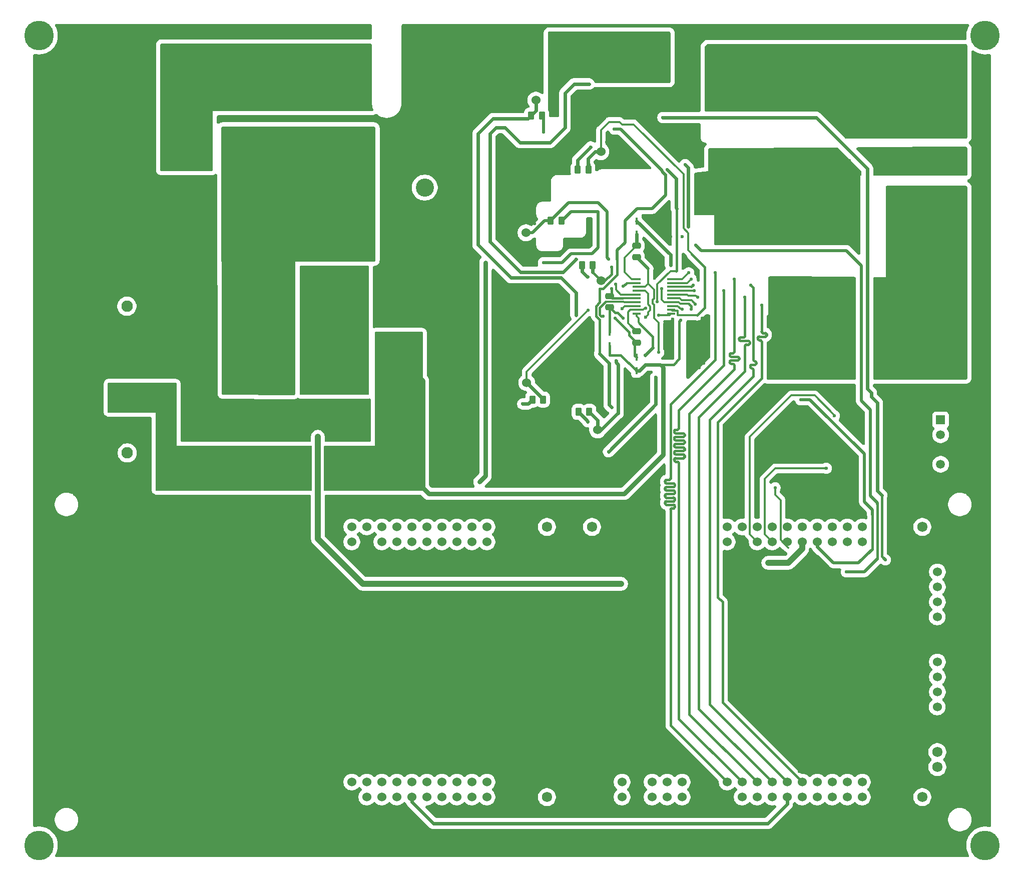
<source format=gbr>
%TF.GenerationSoftware,KiCad,Pcbnew,9.0.0*%
%TF.CreationDate,2025-05-26T21:52:58-04:00*%
%TF.ProjectId,Custom Inverter PCB,43757374-6f6d-4204-996e-766572746572,2*%
%TF.SameCoordinates,Original*%
%TF.FileFunction,Copper,L2,Bot*%
%TF.FilePolarity,Positive*%
%FSLAX46Y46*%
G04 Gerber Fmt 4.6, Leading zero omitted, Abs format (unit mm)*
G04 Created by KiCad (PCBNEW 9.0.0) date 2025-05-26 21:52:58*
%MOMM*%
%LPD*%
G01*
G04 APERTURE LIST*
G04 Aperture macros list*
%AMRoundRect*
0 Rectangle with rounded corners*
0 $1 Rounding radius*
0 $2 $3 $4 $5 $6 $7 $8 $9 X,Y pos of 4 corners*
0 Add a 4 corners polygon primitive as box body*
4,1,4,$2,$3,$4,$5,$6,$7,$8,$9,$2,$3,0*
0 Add four circle primitives for the rounded corners*
1,1,$1+$1,$2,$3*
1,1,$1+$1,$4,$5*
1,1,$1+$1,$6,$7*
1,1,$1+$1,$8,$9*
0 Add four rect primitives between the rounded corners*
20,1,$1+$1,$2,$3,$4,$5,0*
20,1,$1+$1,$4,$5,$6,$7,0*
20,1,$1+$1,$6,$7,$8,$9,0*
20,1,$1+$1,$8,$9,$2,$3,0*%
G04 Aperture macros list end*
%TA.AperFunction,ComponentPad*%
%ADD10C,1.530000*%
%TD*%
%TA.AperFunction,ComponentPad*%
%ADD11R,1.950000X1.950000*%
%TD*%
%TA.AperFunction,ComponentPad*%
%ADD12C,1.950000*%
%TD*%
%TA.AperFunction,ComponentPad*%
%ADD13R,1.508000X1.508000*%
%TD*%
%TA.AperFunction,ComponentPad*%
%ADD14C,1.508000*%
%TD*%
%TA.AperFunction,ComponentPad*%
%ADD15R,1.635000X1.635000*%
%TD*%
%TA.AperFunction,ComponentPad*%
%ADD16C,1.635000*%
%TD*%
%TA.AperFunction,ComponentPad*%
%ADD17C,2.970000*%
%TD*%
%TA.AperFunction,ComponentPad*%
%ADD18C,3.076000*%
%TD*%
%TA.AperFunction,SMDPad,CuDef*%
%ADD19RoundRect,0.250000X-0.262500X-0.450000X0.262500X-0.450000X0.262500X0.450000X-0.262500X0.450000X0*%
%TD*%
%TA.AperFunction,SMDPad,CuDef*%
%ADD20R,0.457200X1.168400*%
%TD*%
%TA.AperFunction,SMDPad,CuDef*%
%ADD21RoundRect,0.250000X0.475000X-0.250000X0.475000X0.250000X-0.475000X0.250000X-0.475000X-0.250000X0*%
%TD*%
%TA.AperFunction,SMDPad,CuDef*%
%ADD22RoundRect,0.250000X-0.475000X0.250000X-0.475000X-0.250000X0.475000X-0.250000X0.475000X0.250000X0*%
%TD*%
%TA.AperFunction,SMDPad,CuDef*%
%ADD23RoundRect,0.250000X0.262500X0.450000X-0.262500X0.450000X-0.262500X-0.450000X0.262500X-0.450000X0*%
%TD*%
%TA.AperFunction,ComponentPad*%
%ADD24C,1.524000*%
%TD*%
%TA.AperFunction,ComponentPad*%
%ADD25C,1.725000*%
%TD*%
%TA.AperFunction,SMDPad,CuDef*%
%ADD26R,1.409700X0.355600*%
%TD*%
%TA.AperFunction,ViaPad*%
%ADD27C,5.000000*%
%TD*%
%TA.AperFunction,ViaPad*%
%ADD28C,0.570000*%
%TD*%
%TA.AperFunction,ViaPad*%
%ADD29C,0.600000*%
%TD*%
%TA.AperFunction,ViaPad*%
%ADD30C,0.700000*%
%TD*%
%TA.AperFunction,Conductor*%
%ADD31C,0.600000*%
%TD*%
%TA.AperFunction,Conductor*%
%ADD32C,0.400000*%
%TD*%
%TA.AperFunction,Conductor*%
%ADD33C,0.500000*%
%TD*%
%TA.AperFunction,Conductor*%
%ADD34C,0.800000*%
%TD*%
%TA.AperFunction,Conductor*%
%ADD35C,0.300000*%
%TD*%
%TA.AperFunction,Conductor*%
%ADD36C,0.310000*%
%TD*%
%TA.AperFunction,Conductor*%
%ADD37C,0.450000*%
%TD*%
%TA.AperFunction,Conductor*%
%ADD38C,1.000000*%
%TD*%
G04 APERTURE END LIST*
D10*
%TO.P,TP2,TP*%
%TO.N,/GateDriver&Power Inputs/GHA*%
X117473600Y-78703600D03*
%TD*%
%TO.P,TP5,TP*%
%TO.N,/GateDriver&Power Inputs/GLB*%
X130030000Y-61443000D03*
%TD*%
%TO.P,TP8,TP*%
%TO.N,/GateDriver&Power Inputs/GLC*%
X130030000Y-39624000D03*
%TD*%
D11*
%TO.P,J7,1,1*%
%TO.N,Net-(J7-Pad1)*%
X86528500Y-74534000D03*
D12*
%TO.P,J7,2,2*%
%TO.N,+12VDC*%
X96048500Y-74534000D03*
%TD*%
D11*
%TO.P,J1,1,1*%
%TO.N,GND*%
X49850000Y-56250000D03*
D12*
%TO.P,J1,2,2*%
%TO.N,+12V to relay*%
X49850000Y-65770000D03*
%TD*%
D11*
%TO.P,J3,1,1*%
%TO.N,/MOTA*%
X186650000Y-47650500D03*
D12*
%TO.P,J3,2,2*%
%TO.N,/MOTB*%
X186650000Y-41300500D03*
%TO.P,J3,3,3*%
%TO.N,/MOTC*%
X186650000Y-34950500D03*
%TD*%
D10*
%TO.P,TP4,TP*%
%TO.N,/GateDriver&Power Inputs/GLA*%
X129473600Y-86703600D03*
%TD*%
D13*
%TO.P,J6,1,Pin_1*%
%TO.N,/Encoder Input/SIN_IN*%
X187500000Y-85020500D03*
D14*
%TO.P,J6,2,Pin_2*%
%TO.N,/Encoder Input/COS_IN*%
X187500000Y-87520500D03*
%TO.P,J6,3,Pin_3*%
%TO.N,GND*%
X187500000Y-90020500D03*
%TO.P,J6,4,Pin_4*%
%TO.N,+5V*%
X187500000Y-92520500D03*
%TD*%
D10*
%TO.P,TP3,TP*%
%TO.N,/GateDriver&Power Inputs/GHB*%
X117348000Y-53340000D03*
%TD*%
D11*
%TO.P,J8,1,1*%
%TO.N,+12VDC*%
X49900000Y-81080500D03*
D12*
%TO.P,J8,2,2*%
%TO.N,+12V to relay*%
X49900000Y-90600500D03*
%TD*%
D10*
%TO.P,TP7,TP*%
%TO.N,/GateDriver&Power Inputs/GHC*%
X119030000Y-30893000D03*
%TD*%
%TO.P,TP6,TP*%
%TO.N,/MOTB*%
X147300000Y-48808000D03*
%TD*%
D15*
%TO.P,K2,A1*%
%TO.N,Net-(J7-Pad1)*%
X86261000Y-60945000D03*
D16*
%TO.P,K2,A2*%
%TO.N,GND*%
X96421000Y-60945000D03*
D17*
%TO.P,K2,C*%
%TO.N,+100VDC to Relay*%
X82451000Y-48245000D03*
D18*
%TO.P,K2,NO*%
%TO.N,+100VDC*%
X100231000Y-45705000D03*
%TD*%
D10*
%TO.P,TP1,TP*%
%TO.N,/MOTA*%
X145800000Y-74308000D03*
%TD*%
%TO.P,TP9,TP*%
%TO.N,/MOTC*%
X149800000Y-28808000D03*
%TD*%
D11*
%TO.P,J2,1,1*%
%TO.N,GND*%
X98747500Y-29050000D03*
D12*
%TO.P,J2,2,2*%
%TO.N,/GateDriver&Power Inputs/PVDD*%
X89227500Y-29050000D03*
%TD*%
D19*
%TO.P,R6,1*%
%TO.N,/GateDriver&Power Inputs/GHC*%
X118208000Y-33512000D03*
%TO.P,R6,2*%
%TO.N,Net-(Q5-Pad4)*%
X120033000Y-33512000D03*
%TD*%
D20*
%TO.P,CR2,1*%
%TO.N,/GateDriver&Power Inputs/CBSTB_HI*%
X131530000Y-70182400D03*
%TO.P,CR2,2*%
%TO.N,+12VDC*%
X131530000Y-72443000D03*
%TD*%
D21*
%TO.P,C5,1*%
%TO.N,/GateDriver&Power Inputs/CBSTC_HI*%
X136030000Y-71943000D03*
%TO.P,C5,2*%
%TO.N,/SHC*%
X136030000Y-70043000D03*
%TD*%
D22*
%TO.P,C3,1*%
%TO.N,/GateDriver&Power Inputs/CBSTA_HI*%
X136030000Y-55543000D03*
%TO.P,C3,2*%
%TO.N,/SHA*%
X136030000Y-57443000D03*
%TD*%
D23*
%TO.P,R1,1*%
%TO.N,/GateDriver&Power Inputs/GHA*%
X120243600Y-81568600D03*
%TO.P,R1,2*%
%TO.N,Net-(Q1-Pad4)*%
X118418600Y-81568600D03*
%TD*%
D24*
%TO.P,U5,J1_1,+3.3V*%
%TO.N,+3.3V*%
X87884000Y-103124000D03*
%TO.P,U5,J1_2,PGA135_GND*%
%TO.N,unconnected-(U5B-PGA135_GND-PadJ1_2)*%
X90424000Y-103124000D03*
%TO.P,U5,J1_3,GPIO13*%
%TO.N,unconnected-(U5A-GPIO13-PadJ1_3)*%
X92964000Y-103124000D03*
%TO.P,U5,J1_4,GPIO40*%
%TO.N,unconnected-(U5A-GPIO40-PadJ1_4)*%
X95504000Y-103124000D03*
%TO.P,U5,J1_5,NC*%
%TO.N,unconnected-(U5B-NC-PadJ1_5)*%
X98044000Y-103124000D03*
%TO.P,U5,J1_6,ADCINB3*%
%TO.N,unconnected-(U5A-ADCINB3-PadJ1_6)*%
X100584000Y-103124000D03*
%TO.P,U5,J1_7,GPIO56*%
%TO.N,unconnected-(U5A-GPIO56-PadJ1_7)*%
X103124000Y-103124000D03*
%TO.P,U5,J1_8,ADCINC4*%
%TO.N,unconnected-(U5A-ADCINC4-PadJ1_8)*%
X105664000Y-103124000D03*
%TO.P,U5,J1_9,GPIO37_BP*%
%TO.N,unconnected-(U5A-GPIO37_BP-PadJ1_9)*%
X108204000Y-103124000D03*
%TO.P,U5,J1_10,GPIO35_BP*%
%TO.N,unconnected-(U5A-GPIO35_BP-PadJ1_10)*%
X110744000Y-103124000D03*
%TO.P,U5,J2_11,GPIO59_BP*%
%TO.N,unconnected-(U5A-GPIO59_BP-PadJ2_11)*%
X110744000Y-148844000D03*
%TO.P,U5,J2_12,GPIO23*%
%TO.N,unconnected-(U5A-GPIO23-PadJ2_12)*%
X108204000Y-148844000D03*
%TO.P,U5,J2_13,GPIO39*%
%TO.N,unconnected-(U5A-GPIO39-PadJ2_13)*%
X105664000Y-148844000D03*
%TO.P,U5,J2_14,GPIO17*%
%TO.N,unconnected-(U5A-GPIO17-PadJ2_14)*%
X103124000Y-148844000D03*
%TO.P,U5,J2_15,GPIO16*%
%TO.N,unconnected-(U5A-GPIO16-PadJ2_15)*%
X100584000Y-148844000D03*
%TO.P,U5,J2_16,~{XRS}*%
%TO.N,Net-(U5A-~{XRS}-PadJ2_16)*%
X98044000Y-148844000D03*
%TO.P,U5,J2_17,NC*%
%TO.N,unconnected-(U5B-NC-PadJ2_17)*%
X95504000Y-148844000D03*
%TO.P,U5,J2_18,NC*%
%TO.N,unconnected-(U5B-NC-PadJ2_18)*%
X92964000Y-148844000D03*
%TO.P,U5,J2_19,GPIO57*%
%TO.N,unconnected-(U5A-GPIO57-PadJ2_19)*%
X90424000Y-148844000D03*
%TO.P,U5,J2_20,GND_1*%
%TO.N,GND*%
X87884000Y-148844000D03*
%TO.P,U5,J3_21,+5V0*%
%TO.N,+5V*%
X87884000Y-105664000D03*
%TO.P,U5,J3_22,GND_1*%
%TO.N,GND*%
X90424000Y-105664000D03*
%TO.P,U5,J3_23,ADCINA5*%
%TO.N,unconnected-(U5A-ADCINA5-PadJ3_23)*%
X92964000Y-105664000D03*
%TO.P,U5,J3_24,ADCINB0*%
%TO.N,unconnected-(U5A-ADCINB0-PadJ3_24)*%
X95504000Y-105664000D03*
%TO.P,U5,J3_25,ADCINC2*%
%TO.N,unconnected-(U5A-ADCINC2-PadJ3_25)*%
X98044000Y-105664000D03*
%TO.P,U5,J3_26,ADCINB1*%
%TO.N,unconnected-(U5A-ADCINB1-PadJ3_26)*%
X100584000Y-105664000D03*
%TO.P,U5,J3_27,ADCINB2_P1I*%
%TO.N,unconnected-(U5A-ADCINB2_P1I-PadJ3_27)*%
X103124000Y-105664000D03*
%TO.P,U5,J3_28,ADCINC0_P3I*%
%TO.N,unconnected-(U5A-ADCINC0_P3I-PadJ3_28)*%
X105664000Y-105664000D03*
%TO.P,U5,J3_29,ADCINA9_P5I*%
%TO.N,unconnected-(U5A-ADCINA9_P5I-PadJ3_29)*%
X108204000Y-105664000D03*
%TO.P,U5,J3_30,ADCINA1*%
%TO.N,unconnected-(U5A-ADCINA1-PadJ3_30)*%
X110744000Y-105664000D03*
%TO.P,U5,J4_31,GPIO25_BP*%
%TO.N,unconnected-(U5A-GPIO25_BP-PadJ4_31)*%
X110744000Y-146304000D03*
%TO.P,U5,J4_32,GPIO18_BP*%
%TO.N,unconnected-(U5A-GPIO18_BP-PadJ4_32)*%
X108204000Y-146304000D03*
%TO.P,U5,J4_33,GPIO30*%
%TO.N,unconnected-(U5A-GPIO30-PadJ4_33)*%
X105664000Y-146304000D03*
%TO.P,U5,J4_34,GPIO58*%
%TO.N,unconnected-(U5A-GPIO58-PadJ4_34)*%
X103124000Y-146304000D03*
%TO.P,U5,J4_35,GPIO5*%
%TO.N,unconnected-(U5A-GPIO5-PadJ4_35)*%
X100584000Y-146304000D03*
%TO.P,U5,J4_36,GPIO4*%
%TO.N,unconnected-(U5A-GPIO4-PadJ4_36)*%
X98044000Y-146304000D03*
%TO.P,U5,J4_37,GPIO9*%
%TO.N,unconnected-(U5A-GPIO9-PadJ4_37)*%
X95504000Y-146304000D03*
%TO.P,U5,J4_38,GPIO8*%
%TO.N,unconnected-(U5A-GPIO8-PadJ4_38)*%
X92964000Y-146304000D03*
%TO.P,U5,J4_39,GPIO11*%
%TO.N,unconnected-(U5A-GPIO11-PadJ4_39)*%
X90424000Y-146304000D03*
%TO.P,U5,J4_40,GPIO10*%
%TO.N,unconnected-(U5A-GPIO10-PadJ4_40)*%
X87884000Y-146304000D03*
%TO.P,U5,J5_41,J5_+3.3V*%
%TO.N,unconnected-(U5A-J5_+3.3V-PadJ5_41)*%
X151384000Y-103124000D03*
%TO.P,U5,J5_42,PGA246_GND*%
%TO.N,unconnected-(U5B-PGA246_GND-PadJ5_42)*%
X153924000Y-103124000D03*
%TO.P,U5,J5_43,GPIO28_BP*%
%TO.N,unconnected-(U5A-GPIO28_BP-PadJ5_43)*%
X156464000Y-103124000D03*
%TO.P,U5,J5_44,GPIO29_BP*%
%TO.N,unconnected-(U5A-GPIO29_BP-PadJ5_44)*%
X159004000Y-103124000D03*
%TO.P,U5,J5_45,ADCINB4_P4OF*%
%TO.N,unconnected-(U5A-ADCINB4_P4OF-PadJ5_45)*%
X161544000Y-103124000D03*
%TO.P,U5,J5_46,ADCINB4_P2OF*%
%TO.N,unconnected-(U5A-ADCINB4_P2OF-PadJ5_46)*%
X164084000Y-103124000D03*
%TO.P,U5,J5_47,GPIO22*%
%TO.N,unconnected-(U5A-GPIO22-PadJ5_47)*%
X166624000Y-103124000D03*
%TO.P,U5,J5_48,ADCINA8_P6OF*%
%TO.N,unconnected-(U5A-ADCINA8_P6OF-PadJ5_48)*%
X169164000Y-103124000D03*
%TO.P,U5,J5_49,NC*%
%TO.N,unconnected-(U5B-NC-PadJ5_49)*%
X171704000Y-103124000D03*
%TO.P,U5,J5_50,NC*%
%TO.N,unconnected-(U5B-NC-PadJ5_50)*%
X174244000Y-103124000D03*
%TO.P,U5,J6_51,GPIO12_BP*%
%TO.N,unconnected-(U5A-GPIO12_BP-PadJ6_51)*%
X174244000Y-148844000D03*
%TO.P,U5,J6_52,GPIO34*%
%TO.N,unconnected-(U5A-GPIO34-PadJ6_52)*%
X171704000Y-148844000D03*
%TO.P,U5,J6_53,GPIO33_BP*%
%TO.N,unconnected-(U5A-GPIO33_BP-PadJ6_53)*%
X169164000Y-148844000D03*
%TO.P,U5,J6_54,GPIO31*%
%TO.N,unconnected-(U5A-GPIO31-PadJ6_54)*%
X166624000Y-148844000D03*
%TO.P,U5,J6_55,GPIO24*%
%TO.N,unconnected-(U5A-GPIO24-PadJ6_55)*%
X164084000Y-148844000D03*
%TO.P,U5,J6_56,~{XRS}*%
%TO.N,Net-(U5A-~{XRS}-PadJ2_16)*%
X161544000Y-148844000D03*
%TO.P,U5,J6_57,NC*%
%TO.N,unconnected-(U5B-NC-PadJ6_57)*%
X159004000Y-148844000D03*
%TO.P,U5,J6_58,NC*%
%TO.N,unconnected-(U5B-NC-PadJ6_58)*%
X156464000Y-148844000D03*
%TO.P,U5,J6_59,GPIO27*%
%TO.N,unconnected-(U5A-GPIO27-PadJ6_59)*%
X153924000Y-148844000D03*
%TO.P,U5,J6_60,GND_1*%
%TO.N,GND*%
X151384000Y-148844000D03*
%TO.P,U5,J7_61,J7_+5V*%
%TO.N,unconnected-(U5A-J7_+5V-PadJ7_61)*%
X151384000Y-105664000D03*
%TO.P,U5,J7_62,GND_1*%
%TO.N,GND*%
X153924000Y-105664000D03*
%TO.P,U5,J7_63,ADCINA6*%
%TO.N,/Encoder Input/SIN_MCU*%
X156464000Y-105664000D03*
%TO.P,U5,J7_64,ADCINA2*%
%TO.N,/Encoder Input/COS_MCU*%
X159004000Y-105664000D03*
%TO.P,U5,J7_65,ADCINC14*%
%TO.N,/Current sense/Vref*%
X161544000Y-105664000D03*
%TO.P,U5,J7_66,ADCINC1*%
%TO.N,/SEN_100V*%
X164084000Y-105664000D03*
%TO.P,U5,J7_67,ADCINC3_P4I*%
%TO.N,/Current sense/ISENA*%
X166624000Y-105664000D03*
%TO.P,U5,J7_68,ADCINC5_P6I*%
%TO.N,/Current sense/ISENB*%
X169164000Y-105664000D03*
%TO.P,U5,J7_69,ADCINA3_P21*%
%TO.N,/Current sense/ISENC*%
X171704000Y-105664000D03*
%TO.P,U5,J7_70,ADCINA0*%
%TO.N,unconnected-(U5A-ADCINA0-PadJ7_70)*%
X174244000Y-105664000D03*
%TO.P,U5,J8_71,GPIO32_BP*%
%TO.N,unconnected-(U5A-GPIO32_BP-PadJ8_71)*%
X174244000Y-146304000D03*
%TO.P,U5,J8_72,GPIO14_BP*%
%TO.N,unconnected-(U5A-GPIO14_BP-PadJ8_72)*%
X171704000Y-146304000D03*
%TO.P,U5,J8_73,GPIO15_BP*%
%TO.N,unconnected-(U5A-GPIO15_BP-PadJ8_73)*%
X169164000Y-146304000D03*
%TO.P,U5,J8_74,GPIO26_BP*%
%TO.N,unconnected-(U5A-GPIO26_BP-PadJ8_74)*%
X166624000Y-146304000D03*
%TO.P,U5,J8_75,GPIO3*%
%TO.N,/INLC*%
X164084000Y-146304000D03*
%TO.P,U5,J8_76,GPIO2_BP*%
%TO.N,/INHC*%
X161544000Y-146304000D03*
%TO.P,U5,J8_77,GPIO7_BP*%
%TO.N,/INLB*%
X159004000Y-146304000D03*
%TO.P,U5,J8_78,GPIO6_BP*%
%TO.N,/INHB*%
X156464000Y-146304000D03*
%TO.P,U5,J8_79,GPIO1*%
%TO.N,/INLA*%
X153924000Y-146304000D03*
%TO.P,U5,J8_80,GPIO0*%
%TO.N,/INHA*%
X151384000Y-146304000D03*
%TO.P,U5,J11_1,GPIO33_FSIRXCLK*%
%TO.N,unconnected-(U5B-GPIO33_FSIRXCLK-PadJ11_1)*%
X133604000Y-146304000D03*
%TO.P,U5,J11_2,GPIO7_FSITXCLK*%
%TO.N,unconnected-(U5B-GPIO7_FSITXCLK-PadJ11_2)*%
X133604000Y-148844000D03*
%TO.P,U5,J11_3,GND_1*%
%TO.N,GND*%
X136144000Y-146304000D03*
%TO.P,U5,J11_4,GND_1*%
X136144000Y-148844000D03*
%TO.P,U5,J11_5,GPIO12_FSIRXD0*%
%TO.N,unconnected-(U5B-GPIO12_FSIRXD0-PadJ11_5)*%
X138684000Y-146304000D03*
%TO.P,U5,J11_6,GPIO6_FSITXD0*%
%TO.N,unconnected-(U5B-GPIO6_FSITXD0-PadJ11_6)*%
X138684000Y-148844000D03*
%TO.P,U5,J11_7,GPIO2_FSIRXD1*%
%TO.N,unconnected-(U5B-GPIO2_FSIRXD1-PadJ11_7)*%
X141224000Y-146304000D03*
%TO.P,U5,J11_8,GPIO25_FSITXD1*%
%TO.N,unconnected-(U5B-GPIO25_FSITXD1-PadJ11_8)*%
X141224000Y-148844000D03*
%TO.P,U5,J11_9,NC*%
%TO.N,unconnected-(U5B-NC-PadJ11_9)*%
X143764000Y-146304000D03*
%TO.P,U5,J11_10,+3.3V*%
%TO.N,+3.3V*%
X143764000Y-148844000D03*
%TO.P,U5,J12_1,EQEP1A*%
%TO.N,unconnected-(U5B-EQEP1A-PadJ12_1)*%
X186918600Y-133604000D03*
%TO.P,U5,J12_2,EQEP1B*%
%TO.N,unconnected-(U5B-EQEP1B-PadJ12_2)*%
X186944000Y-131064000D03*
%TO.P,U5,J12_3,EQEP1I*%
%TO.N,unconnected-(U5B-EQEP1I-PadJ12_3)*%
X186944000Y-128524000D03*
%TO.P,U5,J12_4,+5V0*%
%TO.N,+5V*%
X186944000Y-125984000D03*
%TO.P,U5,J12_5,GND_1*%
%TO.N,GND*%
X186944000Y-123444000D03*
%TO.P,U5,J13_1,EQEP2A*%
%TO.N,unconnected-(U5B-EQEP2A-PadJ13_1)*%
X186918600Y-118364000D03*
%TO.P,U5,J13_2,EQEP2B*%
%TO.N,unconnected-(U5B-EQEP2B-PadJ13_2)*%
X186944000Y-115824000D03*
%TO.P,U5,J13_3,EQEP2I*%
%TO.N,unconnected-(U5B-EQEP2I-PadJ13_3)*%
X186944000Y-113284000D03*
%TO.P,U5,J13_4,+5V0*%
%TO.N,+5V*%
X186944000Y-110744000D03*
%TO.P,U5,J13_5,GND_1*%
%TO.N,GND*%
X186944000Y-108204000D03*
D25*
%TO.P,U5,J14_1,J14_CANH*%
%TO.N,unconnected-(U5B-J14_CANH-PadJ14_1)*%
X186944000Y-143764000D03*
%TO.P,U5,J14_2,J14_CANL*%
%TO.N,unconnected-(U5B-J14_CANL-PadJ14_2)*%
X186944000Y-141224000D03*
%TO.P,U5,J14_3,GND_1*%
%TO.N,GND*%
X186944000Y-138684000D03*
%TO.P,U5,J15_1,J15_VREFHI*%
%TO.N,unconnected-(U5B-J15_VREFHI-PadJ15_1)*%
X128524000Y-103124000D03*
%TO.P,U5,J15_2,GND_2*%
%TO.N,GND*%
X131064000Y-103124000D03*
%TO.P,U5,JP4_1,+3.3V*%
%TO.N,+3.3V*%
X120904000Y-148844000D03*
%TO.P,U5,JP4_2,GND_2*%
%TO.N,GND*%
X118364000Y-148844000D03*
%TO.P,U5,JP4_3,GND_2*%
X115824000Y-148844000D03*
%TO.P,U5,JP5_1,+5V0*%
%TO.N,+5V*%
X120904000Y-103124000D03*
%TO.P,U5,JP5_2,GND_2*%
%TO.N,GND*%
X118364000Y-103124000D03*
%TO.P,U5,JP5_3,GND_2*%
X115824000Y-103124000D03*
%TO.P,U5,JP6_1,+3.3V*%
%TO.N,+3.3V*%
X184404000Y-148844000D03*
%TO.P,U5,JP6_2,GND_2*%
%TO.N,GND*%
X181864000Y-148844000D03*
%TO.P,U5,JP6_3,GND_2*%
X179324000Y-148844000D03*
%TO.P,U5,JP7_1,+5V0*%
%TO.N,+5V*%
X184404000Y-103124000D03*
%TO.P,U5,JP7_2,GND_2*%
%TO.N,GND*%
X181864000Y-103124000D03*
%TO.P,U5,JP7_3,GND_2*%
X179324000Y-103124000D03*
%TD*%
D26*
%TO.P,U1,1,INHA*%
%TO.N,/INHA*%
X141935500Y-61193070D03*
%TO.P,U1,2,INHB*%
%TO.N,/INHB*%
X141935500Y-61843056D03*
%TO.P,U1,3,INHC*%
%TO.N,/INHC*%
X141935500Y-62493042D03*
%TO.P,U1,4,INLA*%
%TO.N,/INLA*%
X141935500Y-63143028D03*
%TO.P,U1,5,INLB*%
%TO.N,/INLB*%
X141935500Y-63793014D03*
%TO.P,U1,6,INLC*%
%TO.N,/INLC*%
X141935500Y-64443000D03*
%TO.P,U1,7,GVDD*%
%TO.N,+12VDC*%
X141935500Y-65092986D03*
%TO.P,U1,8,GND*%
%TO.N,GND*%
X141935500Y-65742972D03*
%TO.P,U1,9,GLC*%
%TO.N,/GateDriver&Power Inputs/GLC*%
X141935500Y-66392958D03*
%TO.P,U1,10,GLB*%
%TO.N,/GateDriver&Power Inputs/GLB*%
X141935500Y-67042944D03*
%TO.P,U1,11,GLA*%
%TO.N,/GateDriver&Power Inputs/GLA*%
X136030000Y-67042944D03*
%TO.P,U1,12,SHC*%
%TO.N,/SHC*%
X136030000Y-66392958D03*
%TO.P,U1,13,GHC*%
%TO.N,/GateDriver&Power Inputs/GHC*%
X136030000Y-65742972D03*
%TO.P,U1,14,BSTC*%
%TO.N,/GateDriver&Power Inputs/CBSTC_HI*%
X136030000Y-65092986D03*
%TO.P,U1,15,SHB*%
%TO.N,/SHB*%
X136030000Y-64443000D03*
%TO.P,U1,16,GHB*%
%TO.N,/GateDriver&Power Inputs/GHB*%
X136030000Y-63793014D03*
%TO.P,U1,17,BSTB*%
%TO.N,/GateDriver&Power Inputs/CBSTB_HI*%
X136030000Y-63143028D03*
%TO.P,U1,18,SHA*%
%TO.N,/SHA*%
X136030000Y-62493042D03*
%TO.P,U1,19,GHA*%
%TO.N,/GateDriver&Power Inputs/GHA*%
X136030000Y-61843056D03*
%TO.P,U1,20,BSTA*%
%TO.N,/GateDriver&Power Inputs/CBSTA_HI*%
X136030000Y-61193070D03*
%TD*%
D23*
%TO.P,R2,1*%
%TO.N,/GateDriver&Power Inputs/GLA*%
X128068600Y-83656100D03*
%TO.P,R2,2*%
%TO.N,Net-(Q2-Pad4)*%
X126243600Y-83656100D03*
%TD*%
D19*
%TO.P,R3,1*%
%TO.N,/GateDriver&Power Inputs/GHB*%
X121515500Y-51308000D03*
%TO.P,R3,2*%
%TO.N,Net-(Q3-Pad4)*%
X123340500Y-51308000D03*
%TD*%
D21*
%TO.P,C4,1*%
%TO.N,/GateDriver&Power Inputs/CBSTB_HI*%
X131530000Y-65943000D03*
%TO.P,C4,2*%
%TO.N,/SHB*%
X131530000Y-64043000D03*
%TD*%
D23*
%TO.P,R4,1*%
%TO.N,/GateDriver&Power Inputs/GLB*%
X128625000Y-58808000D03*
%TO.P,R4,2*%
%TO.N,Net-(Q4-Pad4)*%
X126800000Y-58808000D03*
%TD*%
D20*
%TO.P,CR1,1*%
%TO.N,/GateDriver&Power Inputs/CBSTA_HI*%
X136075000Y-53593600D03*
%TO.P,CR1,2*%
%TO.N,+12VDC*%
X136075000Y-51333000D03*
%TD*%
%TO.P,CR3,1*%
%TO.N,/GateDriver&Power Inputs/CBSTC_HI*%
X136030000Y-74421800D03*
%TO.P,CR3,2*%
%TO.N,+12VDC*%
X136030000Y-76682400D03*
%TD*%
D23*
%TO.P,R7,1*%
%TO.N,/GateDriver&Power Inputs/GLC*%
X127912500Y-42672000D03*
%TO.P,R7,2*%
%TO.N,Net-(Q6-Pad4)*%
X126087500Y-42672000D03*
%TD*%
D27*
%TO.N,*%
X35000000Y-20000000D03*
X195000000Y-157000000D03*
X35000000Y-157000000D03*
X195000000Y-20000000D03*
D28*
%TO.N,+3.3V*%
X125800000Y-57808000D03*
X131289000Y-90408000D03*
X139300000Y-77808000D03*
D29*
X110500000Y-58420000D03*
X109500000Y-95500000D03*
D28*
X144800000Y-52308000D03*
X111694000Y-55306000D03*
X144300000Y-41808000D03*
X128016000Y-28194000D03*
%TO.N,GND*%
X166000000Y-143000000D03*
D30*
X44000000Y-45000000D03*
D28*
X121000000Y-134000000D03*
D30*
X50000000Y-27000000D03*
X48000000Y-35000000D03*
D28*
X103000000Y-26000000D03*
X171000000Y-140000000D03*
X65000000Y-101000000D03*
X71000000Y-117000000D03*
X115000000Y-126000000D03*
X71000000Y-127000000D03*
X122000000Y-135000000D03*
X64000000Y-120000000D03*
D29*
X141200000Y-74600000D03*
D28*
X69000000Y-111000000D03*
X166000000Y-141000000D03*
X116000000Y-23000000D03*
X65000000Y-103000000D03*
X174000000Y-123000000D03*
X109000000Y-24000000D03*
X126000000Y-131000000D03*
X102000000Y-123000000D03*
X65000000Y-117000000D03*
X98000000Y-129000000D03*
X69000000Y-127000000D03*
D30*
X48000000Y-27000000D03*
D28*
X70000000Y-122000000D03*
X101000000Y-130000000D03*
X170000000Y-141000000D03*
X110000000Y-129000000D03*
X116000000Y-27000000D03*
X64000000Y-102000000D03*
X179000000Y-122000000D03*
X110000000Y-133000000D03*
X117300000Y-55808000D03*
X180000000Y-113000000D03*
X118000000Y-139000000D03*
X105000000Y-28000000D03*
X72000000Y-112000000D03*
X107000000Y-136000000D03*
X118000000Y-135000000D03*
X164000000Y-141000000D03*
X166000000Y-137000000D03*
X97000000Y-130000000D03*
X106000000Y-131000000D03*
X108000000Y-29000000D03*
X68000000Y-114000000D03*
D30*
X47000000Y-34000000D03*
D29*
X118600000Y-71400000D03*
D28*
X181000000Y-124000000D03*
D29*
X142200000Y-68000000D03*
D30*
X47000000Y-52000000D03*
D28*
X106000000Y-133000000D03*
D30*
X46000000Y-43000000D03*
D28*
X168000000Y-145000000D03*
X103000000Y-122000000D03*
X104000000Y-27000000D03*
X102000000Y-135000000D03*
X142000000Y-30000000D03*
X120000000Y-139000000D03*
X101000000Y-126000000D03*
X65000000Y-127000000D03*
X122000000Y-133000000D03*
X109000000Y-128000000D03*
X112000000Y-123000000D03*
X68000000Y-120000000D03*
X112000000Y-137000000D03*
X102000000Y-131000000D03*
D29*
X142200000Y-73000000D03*
D28*
X97000000Y-124000000D03*
X72000000Y-102000000D03*
X123000000Y-130000000D03*
X114000000Y-139000000D03*
X103000000Y-136000000D03*
X172000000Y-139000000D03*
X119224000Y-91932000D03*
X119000000Y-122000000D03*
X114000000Y-23000000D03*
X121000000Y-138000000D03*
X68000000Y-108000000D03*
X119000000Y-134000000D03*
X118000000Y-129000000D03*
X179000000Y-116000000D03*
X70000000Y-112000000D03*
X67000000Y-119000000D03*
X111000000Y-130000000D03*
X112000000Y-27000000D03*
X67000000Y-113000000D03*
X67000000Y-111000000D03*
X175000000Y-120000000D03*
D30*
X49000000Y-44000000D03*
D28*
X102000000Y-137000000D03*
X70000000Y-108000000D03*
D29*
X139200000Y-50600000D03*
D28*
X181000000Y-120000000D03*
X172000000Y-143000000D03*
D30*
X48000000Y-53000000D03*
D28*
X70000000Y-118000000D03*
X122000000Y-125000000D03*
D30*
X46000000Y-45000000D03*
X45000000Y-48000000D03*
D28*
X116000000Y-123000000D03*
X114000000Y-129000000D03*
X70000000Y-106000000D03*
X115000000Y-28000000D03*
X72000000Y-118000000D03*
X123000000Y-134000000D03*
X118000000Y-137000000D03*
X113000000Y-24000000D03*
X105000000Y-138000000D03*
X177000000Y-142000000D03*
D30*
X48000000Y-45000000D03*
D28*
X105000000Y-24000000D03*
D30*
X48000000Y-29000000D03*
X45000000Y-42000000D03*
D28*
X168000000Y-139000000D03*
X114000000Y-131000000D03*
X103000000Y-28000000D03*
X68000000Y-104000000D03*
X72000000Y-128000000D03*
X111000000Y-136000000D03*
X173000000Y-140000000D03*
D30*
X50000000Y-29000000D03*
X45000000Y-40000000D03*
D28*
X181000000Y-114000000D03*
X120000000Y-125000000D03*
D30*
X46000000Y-33000000D03*
X46000000Y-35000000D03*
X45000000Y-44000000D03*
D28*
X119000000Y-138000000D03*
X71000000Y-107000000D03*
X120000000Y-133000000D03*
X107000000Y-28000000D03*
X101000000Y-132000000D03*
X113000000Y-26000000D03*
X177000000Y-124000000D03*
X67000000Y-109000000D03*
X66000000Y-122000000D03*
X112000000Y-29000000D03*
D30*
X43000000Y-48000000D03*
D28*
X102000000Y-133000000D03*
X69000000Y-105000000D03*
X177000000Y-140000000D03*
X66000000Y-120000000D03*
X125000000Y-138000000D03*
X113000000Y-28000000D03*
D30*
X44000000Y-43000000D03*
D28*
X72000000Y-110000000D03*
X64000000Y-106000000D03*
X100000000Y-139000000D03*
X66000000Y-124000000D03*
D30*
X45000000Y-52000000D03*
D28*
X106000000Y-29000000D03*
D30*
X49000000Y-32000000D03*
X47000000Y-50000000D03*
D28*
X117000000Y-136000000D03*
X100000000Y-127000000D03*
X66000000Y-126000000D03*
D30*
X50000000Y-51000000D03*
D29*
X141800000Y-54000000D03*
D30*
X50000000Y-45000000D03*
D28*
X66000000Y-116000000D03*
X126000000Y-139000000D03*
X113000000Y-130000000D03*
X107000000Y-24000000D03*
X69000000Y-123000000D03*
D30*
X44000000Y-49000000D03*
D28*
X97000000Y-126000000D03*
D30*
X46000000Y-29000000D03*
X51000000Y-38000000D03*
D28*
X127508000Y-33528000D03*
X168000000Y-143000000D03*
X107000000Y-132000000D03*
X98000000Y-125000000D03*
X161000000Y-84950400D03*
X70000000Y-104000000D03*
D30*
X46000000Y-47000000D03*
D28*
X68000000Y-126000000D03*
X104000000Y-137000000D03*
D30*
X44000000Y-35000000D03*
D28*
X121000000Y-124000000D03*
D30*
X46000000Y-53000000D03*
D28*
X174000000Y-119000000D03*
X71000000Y-125000000D03*
X122000000Y-129000000D03*
D30*
X48000000Y-51000000D03*
D28*
X116000000Y-29000000D03*
X67000000Y-103000000D03*
X71000000Y-119000000D03*
X104000000Y-133000000D03*
X118800000Y-51808000D03*
X69000000Y-115000000D03*
X176000000Y-117000000D03*
X110000000Y-131000000D03*
D30*
X49000000Y-26000000D03*
X51000000Y-42000000D03*
D28*
X112000000Y-135000000D03*
X102000000Y-129000000D03*
X68000000Y-124000000D03*
X108000000Y-133000000D03*
X117000000Y-132000000D03*
D30*
X46000000Y-51000000D03*
D28*
X108000000Y-131000000D03*
X72000000Y-116000000D03*
X100000000Y-131000000D03*
X71000000Y-101000000D03*
X138300000Y-33308000D03*
X100000000Y-137000000D03*
X117000000Y-130000000D03*
X110000000Y-123000000D03*
X127000000Y-134000000D03*
X108000000Y-129000000D03*
X72000000Y-106000000D03*
X107000000Y-138000000D03*
D30*
X45000000Y-28000000D03*
D28*
X109000000Y-26000000D03*
X121000000Y-136000000D03*
X106000000Y-137000000D03*
X129794000Y-41910000D03*
X178000000Y-121000000D03*
D30*
X47000000Y-46000000D03*
D28*
X68000000Y-110000000D03*
X105000000Y-132000000D03*
X72000000Y-104000000D03*
X70000000Y-124000000D03*
X109000000Y-124000000D03*
D30*
X49000000Y-50000000D03*
D28*
X165000000Y-140000000D03*
D30*
X44000000Y-37000000D03*
D28*
X182000000Y-113000000D03*
X111000000Y-138000000D03*
X68000000Y-106000000D03*
D29*
X119200000Y-70400000D03*
D28*
X66000000Y-114000000D03*
D29*
X118000000Y-70400000D03*
D28*
X65000000Y-111000000D03*
X175000000Y-112000000D03*
D30*
X51000000Y-34000000D03*
D28*
X108000000Y-23000000D03*
X64000000Y-124000000D03*
D30*
X49000000Y-46000000D03*
X45000000Y-26000000D03*
D28*
X115000000Y-136000000D03*
X103000000Y-126000000D03*
X69000000Y-121000000D03*
X143000000Y-29000000D03*
X69000000Y-117000000D03*
D30*
X49000000Y-30000000D03*
X45000000Y-50000000D03*
D28*
X108000000Y-137000000D03*
X129032000Y-41402000D03*
D30*
X48000000Y-49000000D03*
D28*
X106000000Y-129000000D03*
X173000000Y-138000000D03*
X109000000Y-126000000D03*
X112000000Y-133000000D03*
D30*
X44000000Y-53000000D03*
D28*
X119000000Y-124000000D03*
X100000000Y-125000000D03*
X116000000Y-25000000D03*
X72000000Y-120000000D03*
D30*
X45000000Y-38000000D03*
D29*
X143800000Y-54000000D03*
D28*
X127800000Y-55808000D03*
X121000000Y-130000000D03*
X111000000Y-28000000D03*
X110000000Y-27000000D03*
X120000000Y-135000000D03*
X68000000Y-102000000D03*
X105000000Y-136000000D03*
X114000000Y-137000000D03*
D30*
X51000000Y-36000000D03*
D28*
X114000000Y-123000000D03*
X123000000Y-126000000D03*
X124000000Y-139000000D03*
X124000000Y-95000000D03*
X174000000Y-125000000D03*
X66000000Y-128000000D03*
D30*
X46000000Y-37000000D03*
D28*
X177000000Y-118000000D03*
X69000000Y-113000000D03*
X69000000Y-101000000D03*
X177000000Y-120000000D03*
X109000000Y-132000000D03*
D30*
X43000000Y-28000000D03*
D28*
X176000000Y-139000000D03*
D30*
X44000000Y-47000000D03*
D28*
X178000000Y-123000000D03*
D30*
X49000000Y-48000000D03*
D28*
X114000000Y-127000000D03*
X107000000Y-126000000D03*
D30*
X49000000Y-38000000D03*
D28*
X113000000Y-134000000D03*
X102000000Y-127000000D03*
X124000000Y-133000000D03*
D29*
X142200000Y-74600000D03*
D28*
X65000000Y-113000000D03*
X114000000Y-135000000D03*
X181000000Y-122000000D03*
X107000000Y-26000000D03*
X169000000Y-144000000D03*
D30*
X50000000Y-35000000D03*
D28*
X176000000Y-113000000D03*
D30*
X45000000Y-36000000D03*
D28*
X145000000Y-29000000D03*
X123000000Y-132000000D03*
D30*
X49000000Y-40000000D03*
X48000000Y-37000000D03*
D28*
X112000000Y-25000000D03*
X115000000Y-24000000D03*
X70000000Y-128000000D03*
X70000000Y-110000000D03*
X124000000Y-127000000D03*
X113000000Y-126000000D03*
X67000000Y-123000000D03*
X100000000Y-129000000D03*
X181000000Y-118000000D03*
X69000000Y-125000000D03*
D30*
X44000000Y-41000000D03*
D28*
X113000000Y-132000000D03*
X67000000Y-101000000D03*
X116000000Y-133000000D03*
X127000000Y-138000000D03*
D30*
X48000000Y-43000000D03*
D29*
X140800000Y-53600000D03*
D28*
X111000000Y-134000000D03*
D29*
X141200000Y-73000000D03*
D28*
X167000000Y-138000000D03*
X159356000Y-112760000D03*
X175000000Y-118000000D03*
X103000000Y-132000000D03*
X107000000Y-128000000D03*
X123000000Y-128000000D03*
X117000000Y-128000000D03*
D30*
X49000000Y-34000000D03*
D28*
X118000000Y-133000000D03*
X177000000Y-138000000D03*
D30*
X43000000Y-34000000D03*
D28*
X120000000Y-131000000D03*
X165000000Y-144000000D03*
X124000000Y-137000000D03*
X135600000Y-88400000D03*
X115000000Y-132000000D03*
D30*
X50000000Y-41000000D03*
D28*
X116000000Y-137000000D03*
X122000000Y-127000000D03*
X65000000Y-109000000D03*
X104000000Y-129000000D03*
X170000000Y-143000000D03*
X175000000Y-122000000D03*
X170000000Y-139000000D03*
X65000000Y-119000000D03*
X69000000Y-109000000D03*
X100000000Y-133000000D03*
X112000000Y-23000000D03*
X119000000Y-128000000D03*
X122000000Y-123000000D03*
X108000000Y-125000000D03*
X125000000Y-136000000D03*
X127508000Y-32004000D03*
D30*
X49000000Y-52000000D03*
D28*
X64000000Y-122000000D03*
D30*
X43000000Y-32000000D03*
D28*
X125000000Y-132000000D03*
X100000000Y-123000000D03*
X174000000Y-137000000D03*
D30*
X50000000Y-53000000D03*
D28*
X111000000Y-122000000D03*
X111000000Y-24000000D03*
X175000000Y-142000000D03*
X131000000Y-38000000D03*
X116000000Y-131000000D03*
X118000000Y-123000000D03*
X179000000Y-120000000D03*
X143000000Y-30000000D03*
X173000000Y-144000000D03*
X66000000Y-106000000D03*
X115000000Y-130000000D03*
X144000000Y-30000000D03*
D29*
X138200000Y-50600000D03*
D28*
X174000000Y-117000000D03*
D30*
X43000000Y-38000000D03*
D28*
X139300000Y-33308000D03*
X64000000Y-116000000D03*
X175000000Y-116000000D03*
X115000000Y-26000000D03*
X179000000Y-118000000D03*
D30*
X50000000Y-33000000D03*
X48000000Y-33000000D03*
X44000000Y-51000000D03*
D28*
X178000000Y-113000000D03*
D30*
X47000000Y-40000000D03*
D28*
X122000000Y-137000000D03*
X104000000Y-29000000D03*
X170180000Y-144526000D03*
X112000000Y-129000000D03*
X182000000Y-119000000D03*
X175000000Y-140000000D03*
X180000000Y-119000000D03*
X113000000Y-136000000D03*
X167000000Y-142000000D03*
X166000000Y-139000000D03*
D29*
X117800000Y-72200000D03*
D30*
X43000000Y-40000000D03*
X48000000Y-41000000D03*
D28*
X117000000Y-126000000D03*
X176000000Y-115000000D03*
X70000000Y-126000000D03*
X165000000Y-138000000D03*
X64000000Y-104000000D03*
X115000000Y-128000000D03*
X109000000Y-134000000D03*
D29*
X119400000Y-68400000D03*
D28*
X104000000Y-123000000D03*
X108000000Y-27000000D03*
X116000000Y-127000000D03*
D29*
X118200000Y-68400000D03*
D28*
X65000000Y-123000000D03*
X110000000Y-25000000D03*
X112000000Y-139000000D03*
X163576000Y-144526000D03*
X118000000Y-125000000D03*
D30*
X43000000Y-46000000D03*
D28*
X182000000Y-123000000D03*
X72000000Y-108000000D03*
D30*
X49000000Y-36000000D03*
D28*
X123000000Y-124000000D03*
X105000000Y-130000000D03*
D30*
X46000000Y-41000000D03*
D28*
X126000000Y-137000000D03*
X67000000Y-121000000D03*
X169000000Y-140000000D03*
X103000000Y-138000000D03*
X101000000Y-122000000D03*
X171000000Y-144000000D03*
X104000000Y-25000000D03*
X176000000Y-143000000D03*
X174244000Y-144526000D03*
X111000000Y-126000000D03*
D30*
X51000000Y-40000000D03*
X50000000Y-37000000D03*
X47000000Y-30000000D03*
D28*
X164000000Y-143000000D03*
X174000000Y-141000000D03*
X115000000Y-138000000D03*
X112000000Y-127000000D03*
D29*
X141200000Y-50600000D03*
D28*
X115000000Y-122000000D03*
D30*
X49000000Y-28000000D03*
D28*
X101000000Y-124000000D03*
X71000000Y-111000000D03*
X67000000Y-127000000D03*
X110000000Y-127000000D03*
X176000000Y-137000000D03*
X67000000Y-115000000D03*
X171000000Y-138000000D03*
D30*
X51000000Y-50000000D03*
D28*
X66000000Y-118000000D03*
X104000000Y-135000000D03*
X109000000Y-130000000D03*
X119000000Y-136000000D03*
X144000000Y-29000000D03*
X67000000Y-105000000D03*
X116000000Y-125000000D03*
X176000000Y-121000000D03*
X167000000Y-144000000D03*
D30*
X50000000Y-49000000D03*
D28*
X165000000Y-142000000D03*
D30*
X44000000Y-27000000D03*
D28*
X177000000Y-114000000D03*
X110000000Y-125000000D03*
X167000000Y-140000000D03*
X179000000Y-124000000D03*
X121000000Y-132000000D03*
X108000000Y-123000000D03*
X71000000Y-103000000D03*
X105000000Y-128000000D03*
X71000000Y-113000000D03*
D30*
X43000000Y-26000000D03*
D28*
X123000000Y-138000000D03*
X164000000Y-139000000D03*
X106000000Y-125000000D03*
X124000000Y-135000000D03*
X109000000Y-28000000D03*
X172056000Y-80248000D03*
D30*
X44000000Y-29000000D03*
D28*
X110000000Y-29000000D03*
X179000000Y-112000000D03*
X117000000Y-122000000D03*
X117000000Y-26000000D03*
X182000000Y-121000000D03*
X106000000Y-25000000D03*
X64000000Y-118000000D03*
D30*
X44000000Y-31000000D03*
D28*
X108000000Y-127000000D03*
D30*
X51000000Y-26000000D03*
X48000000Y-31000000D03*
D28*
X65000000Y-105000000D03*
X71000000Y-105000000D03*
D30*
X47000000Y-48000000D03*
D28*
X120113000Y-66659000D03*
D30*
X46000000Y-39000000D03*
D28*
X114000000Y-133000000D03*
X122000000Y-139000000D03*
X102000000Y-139000000D03*
X177000000Y-112000000D03*
X179000000Y-114000000D03*
X165608000Y-144780000D03*
X67000000Y-107000000D03*
X64000000Y-108000000D03*
X68000000Y-116000000D03*
X119000000Y-130000000D03*
X168000000Y-141000000D03*
X174000000Y-121000000D03*
X64000000Y-128000000D03*
X72000000Y-124000000D03*
X70000000Y-114000000D03*
X119000000Y-126000000D03*
X97000000Y-122000000D03*
X127000000Y-136000000D03*
X114000000Y-29000000D03*
X121000000Y-126000000D03*
X97000000Y-128000000D03*
X125000000Y-134000000D03*
D29*
X140800000Y-49600000D03*
D30*
X43000000Y-44000000D03*
D28*
X104000000Y-23000000D03*
D30*
X44000000Y-33000000D03*
D28*
X173000000Y-142000000D03*
D30*
X43000000Y-30000000D03*
D28*
X182000000Y-117000000D03*
X69000000Y-119000000D03*
X75536000Y-145780000D03*
D30*
X45000000Y-46000000D03*
D28*
X180000000Y-121000000D03*
X175000000Y-144000000D03*
X178000000Y-125000000D03*
X104000000Y-125000000D03*
D30*
X51000000Y-46000000D03*
D28*
X65000000Y-115000000D03*
D30*
X50000000Y-47000000D03*
X43000000Y-42000000D03*
D28*
X176000000Y-145000000D03*
X64000000Y-114000000D03*
D30*
X48000000Y-47000000D03*
D28*
X116000000Y-139000000D03*
X116000000Y-129000000D03*
X110000000Y-135000000D03*
X138600000Y-85400000D03*
X127000000Y-132000000D03*
D30*
X45000000Y-32000000D03*
D28*
X129286000Y-42672000D03*
X66000000Y-102000000D03*
X174000000Y-113000000D03*
X169000000Y-138000000D03*
X176000000Y-123000000D03*
X70000000Y-120000000D03*
X66000000Y-112000000D03*
X170000000Y-137000000D03*
X120000000Y-127000000D03*
D30*
X50000000Y-43000000D03*
D28*
X66000000Y-108000000D03*
X123000000Y-136000000D03*
X98000000Y-127000000D03*
X103000000Y-134000000D03*
X111000000Y-26000000D03*
X72000000Y-114000000D03*
X106000000Y-27000000D03*
D30*
X46000000Y-49000000D03*
D28*
X177000000Y-122000000D03*
X175000000Y-124000000D03*
X66392000Y-136636000D03*
X69000000Y-103000000D03*
X117000000Y-134000000D03*
X127508000Y-30734000D03*
X98000000Y-123000000D03*
D30*
X43000000Y-50000000D03*
D28*
X177000000Y-144000000D03*
X182000000Y-115000000D03*
X107000000Y-130000000D03*
X102000000Y-125000000D03*
X110000000Y-137000000D03*
X181000000Y-116000000D03*
X175000000Y-114000000D03*
X120000000Y-123000000D03*
X106000000Y-135000000D03*
D29*
X144200000Y-57400000D03*
D28*
X124000000Y-125000000D03*
X101000000Y-128000000D03*
X66000000Y-110000000D03*
X106000000Y-139000000D03*
X108000000Y-139000000D03*
X124400000Y-67433000D03*
X99000000Y-128000000D03*
X106000000Y-123000000D03*
X106000000Y-23000000D03*
X99000000Y-122000000D03*
X105000000Y-134000000D03*
X117000000Y-124000000D03*
D30*
X48000000Y-39000000D03*
D28*
X181000000Y-112000000D03*
X113000000Y-122000000D03*
X68000000Y-112000000D03*
X114000000Y-27000000D03*
X172000000Y-137000000D03*
X100000000Y-135000000D03*
X68000000Y-122000000D03*
X70000000Y-116000000D03*
X116000000Y-135000000D03*
X176000000Y-125000000D03*
D30*
X45000000Y-30000000D03*
D28*
X174000000Y-115000000D03*
D29*
X118800000Y-69400000D03*
D28*
X106000000Y-127000000D03*
X121000000Y-122000000D03*
X115000000Y-134000000D03*
D30*
X50000000Y-39000000D03*
D28*
X64000000Y-112000000D03*
X114000000Y-125000000D03*
X72000000Y-122000000D03*
D30*
X43000000Y-36000000D03*
D28*
X66000000Y-104000000D03*
X178000000Y-117000000D03*
X182000000Y-125000000D03*
X172000000Y-141000000D03*
D30*
X47000000Y-28000000D03*
X47000000Y-26000000D03*
D28*
X71000000Y-123000000D03*
X109000000Y-138000000D03*
X68000000Y-128000000D03*
X121000000Y-128000000D03*
D30*
X47000000Y-42000000D03*
D28*
X104000000Y-127000000D03*
X64000000Y-126000000D03*
X168000000Y-137000000D03*
X113000000Y-138000000D03*
X124000000Y-129000000D03*
X67000000Y-117000000D03*
X111000000Y-128000000D03*
X178000000Y-115000000D03*
X105000000Y-26000000D03*
X174000000Y-139000000D03*
D30*
X50000000Y-31000000D03*
D28*
X110000000Y-23000000D03*
D30*
X47000000Y-32000000D03*
D28*
X68000000Y-118000000D03*
X171000000Y-142000000D03*
D30*
X47000000Y-36000000D03*
D28*
X164000000Y-137000000D03*
X71000000Y-115000000D03*
X109000000Y-122000000D03*
X110000000Y-139000000D03*
D30*
X47000000Y-38000000D03*
D28*
X180000000Y-117000000D03*
X101000000Y-136000000D03*
X113000000Y-124000000D03*
X99000000Y-130000000D03*
D29*
X140200000Y-50600000D03*
D28*
X103000000Y-130000000D03*
X178000000Y-119000000D03*
X103000000Y-24000000D03*
X112000000Y-131000000D03*
X117000000Y-138000000D03*
X120000000Y-129000000D03*
X103000000Y-124000000D03*
D30*
X51000000Y-48000000D03*
D28*
X118000000Y-131000000D03*
D30*
X47000000Y-44000000D03*
X51000000Y-52000000D03*
D28*
X69000000Y-107000000D03*
X171958000Y-144526000D03*
X107000000Y-134000000D03*
X180000000Y-125000000D03*
X139300000Y-60808000D03*
X71000000Y-121000000D03*
X115000000Y-124000000D03*
X176000000Y-119000000D03*
X109000000Y-136000000D03*
X145000000Y-30000000D03*
X119000000Y-132000000D03*
D29*
X119200000Y-72200000D03*
X141600000Y-73800000D03*
D28*
X127225000Y-91043000D03*
D30*
X46000000Y-27000000D03*
D28*
X67000000Y-125000000D03*
X176000000Y-141000000D03*
X105000000Y-126000000D03*
X117000000Y-28000000D03*
X108000000Y-25000000D03*
D30*
X46000000Y-31000000D03*
D28*
X180000000Y-123000000D03*
X104000000Y-131000000D03*
X121227000Y-45196000D03*
D30*
X51000000Y-28000000D03*
D28*
X105000000Y-122000000D03*
D30*
X44000000Y-39000000D03*
D28*
X107000000Y-124000000D03*
X124000000Y-123000000D03*
X72000000Y-126000000D03*
X65000000Y-125000000D03*
X117000000Y-24000000D03*
D30*
X51000000Y-30000000D03*
D28*
X124000000Y-131000000D03*
X103000000Y-128000000D03*
X118000000Y-127000000D03*
X143800000Y-66308000D03*
X65000000Y-121000000D03*
X101000000Y-134000000D03*
X107000000Y-122000000D03*
X72767400Y-134324600D03*
X123000000Y-122000000D03*
D30*
X49000000Y-42000000D03*
D28*
X105000000Y-124000000D03*
X169000000Y-142000000D03*
X108000000Y-135000000D03*
X111000000Y-124000000D03*
X70000000Y-102000000D03*
X99000000Y-126000000D03*
X180000000Y-115000000D03*
X65000000Y-107000000D03*
X120000000Y-137000000D03*
X71000000Y-109000000D03*
X177000000Y-116000000D03*
X126000000Y-135000000D03*
X113000000Y-128000000D03*
X114000000Y-25000000D03*
X126000000Y-133000000D03*
X111000000Y-132000000D03*
X101000000Y-138000000D03*
X175000000Y-138000000D03*
X174000000Y-143000000D03*
D30*
X51000000Y-32000000D03*
D28*
X64000000Y-110000000D03*
X104000000Y-139000000D03*
D30*
X45000000Y-34000000D03*
D28*
X112000000Y-125000000D03*
D30*
X51000000Y-44000000D03*
D28*
X99000000Y-124000000D03*
D30*
X43000000Y-52000000D03*
D28*
X122000000Y-131000000D03*
%TO.N,/GateDriver&Power Inputs/CBSTB_HI*%
X133800000Y-67800000D03*
D29*
X137600000Y-67600000D03*
D28*
%TO.N,/GateDriver&Power Inputs/CBSTC_HI*%
X130375000Y-67458000D03*
X132450058Y-67808000D03*
%TO.N,+100VDC to Relay*%
X72000000Y-56000000D03*
X76000000Y-42000000D03*
X74000000Y-56000000D03*
X76000000Y-44000000D03*
X69000000Y-43000000D03*
X72000000Y-42000000D03*
X75000000Y-51000000D03*
X73000000Y-51000000D03*
X77000000Y-51000000D03*
X71000000Y-43000000D03*
X85000000Y-57000000D03*
X73000000Y-45000000D03*
X83000000Y-57000000D03*
X79000000Y-51000000D03*
X79000000Y-43000000D03*
X82000000Y-44000000D03*
X69000000Y-45000000D03*
X85000000Y-45000000D03*
X70000000Y-56000000D03*
X70000000Y-42000000D03*
X76000000Y-56000000D03*
X83000000Y-51000000D03*
X75000000Y-57000000D03*
X81000000Y-51000000D03*
X82000000Y-56000000D03*
X86000000Y-42000000D03*
X85000000Y-43000000D03*
X67000000Y-43000000D03*
X75000000Y-45000000D03*
X80000000Y-42000000D03*
X84000000Y-56000000D03*
X68000000Y-44000000D03*
X80000000Y-44000000D03*
X71000000Y-57000000D03*
X79000000Y-57000000D03*
X74000000Y-44000000D03*
X82000000Y-42000000D03*
X73000000Y-43000000D03*
X71000000Y-51000000D03*
X67000000Y-51000000D03*
X79000000Y-45000000D03*
X81000000Y-45000000D03*
X77000000Y-45000000D03*
X78000000Y-44000000D03*
X72000000Y-44000000D03*
X71000000Y-45000000D03*
X84000000Y-44000000D03*
X87000000Y-57000000D03*
X68000000Y-42000000D03*
X78000000Y-56000000D03*
X74000000Y-42000000D03*
X81000000Y-57000000D03*
X77000000Y-43000000D03*
X87000000Y-45000000D03*
X86000000Y-44000000D03*
X84000000Y-42000000D03*
X83000000Y-45000000D03*
X86000000Y-56000000D03*
X78000000Y-42000000D03*
X81000000Y-43000000D03*
X73000000Y-57000000D03*
X69000000Y-57000000D03*
X77000000Y-57000000D03*
X83000000Y-43000000D03*
X80000000Y-56000000D03*
X85000000Y-51000000D03*
X70000000Y-44000000D03*
X69000000Y-51000000D03*
X68000000Y-56000000D03*
X75000000Y-43000000D03*
%TO.N,Net-(Q1-Pad4)*%
X116800000Y-82308000D03*
%TO.N,Net-(Q2-Pad4)*%
X127800000Y-85308000D03*
%TO.N,Net-(Q3-Pad4)*%
X120300000Y-58400000D03*
%TO.N,Net-(Q4-Pad4)*%
X127800000Y-60808000D03*
%TO.N,Net-(Q5-Pad4)*%
X120300000Y-36308000D03*
%TO.N,Net-(Q6-Pad4)*%
X128300000Y-38808000D03*
%TO.N,/GateDriver&Power Inputs/GHA*%
X127875000Y-66433000D03*
X133791500Y-62391500D03*
%TO.N,/GateDriver&Power Inputs/GLA*%
X137550000Y-74058000D03*
X132600000Y-75008000D03*
%TO.N,/GateDriver&Power Inputs/GHB*%
X131300000Y-57783000D03*
X132500000Y-62058000D03*
%TO.N,/GateDriver&Power Inputs/GLB*%
X139800000Y-67308000D03*
X131800000Y-59200000D03*
D29*
%TO.N,/GateDriver&Power Inputs/GHC*%
X133600000Y-66200000D03*
D28*
X125800000Y-67308000D03*
%TO.N,/Current sense/ISENC*%
X140500000Y-33833000D03*
X178152000Y-108696000D03*
%TO.N,/Current sense/ISENB*%
X146050000Y-55433000D03*
X171548000Y-110728000D03*
%TO.N,/Current sense/ISENA*%
X163800000Y-81600000D03*
%TO.N,/GateDriver&Power Inputs/PVDD*%
X74520000Y-26400000D03*
X65376000Y-26400000D03*
X71472000Y-29448000D03*
X67916000Y-31480000D03*
X71472000Y-26400000D03*
X75028000Y-24368000D03*
X63852000Y-29448000D03*
X61820000Y-25384000D03*
X62328000Y-23352000D03*
X64868000Y-28432000D03*
X76552000Y-27416000D03*
X80616000Y-26400000D03*
X78584000Y-25384000D03*
X70456000Y-24368000D03*
X69948000Y-23352000D03*
X68932000Y-24368000D03*
X77568000Y-26400000D03*
X67408000Y-24368000D03*
X66392000Y-28432000D03*
X80616000Y-23352000D03*
X62328000Y-29448000D03*
X62836000Y-27416000D03*
X65376000Y-23352000D03*
X76044000Y-23352000D03*
X64360000Y-27416000D03*
X76044000Y-26400000D03*
X67916000Y-25384000D03*
X65884000Y-30464000D03*
X64868000Y-25384000D03*
X73504000Y-24368000D03*
X70456000Y-30464000D03*
X67916000Y-28432000D03*
X65884000Y-27416000D03*
X68932000Y-30464000D03*
X69440000Y-31480000D03*
X75028000Y-27416000D03*
X70964000Y-25384000D03*
X82648000Y-27416000D03*
X62836000Y-30464000D03*
X68424000Y-26400000D03*
X77060000Y-25384000D03*
X62328000Y-26400000D03*
X68932000Y-27416000D03*
X61820000Y-28432000D03*
X74012000Y-25384000D03*
X71980000Y-24368000D03*
X72996000Y-23352000D03*
X81632000Y-25384000D03*
X69440000Y-28432000D03*
X72488000Y-25384000D03*
X64360000Y-24368000D03*
X65884000Y-24368000D03*
X80108000Y-25384000D03*
X79600000Y-24368000D03*
X62836000Y-24368000D03*
X82140000Y-23352000D03*
X70964000Y-28432000D03*
X69948000Y-29448000D03*
X82140000Y-26400000D03*
X78076000Y-24368000D03*
X71980000Y-27416000D03*
X70964000Y-31480000D03*
X73504000Y-27416000D03*
X76552000Y-24368000D03*
X77568000Y-23352000D03*
X81124000Y-24368000D03*
X61312000Y-24368000D03*
X71472000Y-23352000D03*
X64360000Y-30464000D03*
X66392000Y-25384000D03*
X66900000Y-29448000D03*
X70456000Y-27416000D03*
X63344000Y-28432000D03*
X79092000Y-23352000D03*
X67408000Y-27416000D03*
X78076000Y-27416000D03*
X69440000Y-25384000D03*
X79092000Y-26400000D03*
X74520000Y-23352000D03*
X66900000Y-26400000D03*
X69948000Y-26400000D03*
X68424000Y-29448000D03*
X79600000Y-27416000D03*
X81124000Y-27416000D03*
X64868000Y-31480000D03*
X65376000Y-29448000D03*
X66392000Y-31480000D03*
X72996000Y-26400000D03*
X67408000Y-30464000D03*
X63344000Y-25384000D03*
X63344000Y-31480000D03*
X68424000Y-23352000D03*
X75536000Y-25384000D03*
X63852000Y-23352000D03*
X66900000Y-23352000D03*
X63852000Y-26400000D03*
%TO.N,+12VDC*%
X143504000Y-68104000D03*
X75028000Y-91424000D03*
X87728000Y-91424000D03*
X84680000Y-91424000D03*
X91792000Y-90408000D03*
X85188000Y-92440000D03*
X94840000Y-90408000D03*
X71472000Y-92440000D03*
X77568000Y-92440000D03*
X77060000Y-90408000D03*
X89760000Y-92440000D03*
X93316000Y-90408000D03*
X140300000Y-62808000D03*
X72996000Y-92440000D03*
X70456000Y-91424000D03*
X93824000Y-91424000D03*
X76044000Y-92440000D03*
X145300000Y-66308000D03*
X67916000Y-90408000D03*
X68424000Y-92440000D03*
X74012000Y-90408000D03*
X88744000Y-90408000D03*
X92300000Y-91424000D03*
X90268000Y-90408000D03*
X85696000Y-90408000D03*
X141800000Y-58800000D03*
X94332000Y-92440000D03*
X72488000Y-90408000D03*
X74520000Y-92440000D03*
X90776000Y-91424000D03*
X88236000Y-92440000D03*
X91284000Y-92440000D03*
X87220000Y-90408000D03*
X92808000Y-92440000D03*
X86204000Y-91424000D03*
X76552000Y-91424000D03*
X69440000Y-90408000D03*
X75536000Y-90408000D03*
X70964000Y-90408000D03*
X86712000Y-92440000D03*
X69948000Y-92440000D03*
X68932000Y-91424000D03*
X89252000Y-91424000D03*
X71980000Y-91424000D03*
X73504000Y-91424000D03*
X78076000Y-91424000D03*
%TO.N,/SHA*%
X139798000Y-73600000D03*
%TO.N,/SHB*%
X131800000Y-62808000D03*
%TO.N,/SHC*%
X141224000Y-42672000D03*
X139575000Y-65000000D03*
X137600000Y-66133000D03*
%TO.N,/Current sense/Vref*%
X159512000Y-96504000D03*
X132800000Y-57808000D03*
X131852000Y-82860000D03*
X132300000Y-35808000D03*
%TO.N,/SEN_100V*%
X82140000Y-87868000D03*
X158340000Y-109204000D03*
X133448000Y-112760000D03*
%TO.N,/MOTB*%
X155292000Y-47228000D03*
X157832000Y-42148000D03*
X168500000Y-42148000D03*
X163420000Y-46212000D03*
X169008000Y-44180000D03*
X156816000Y-47228000D03*
X170024000Y-42148000D03*
X178152000Y-42656000D03*
X177644000Y-40624000D03*
X179676000Y-39608000D03*
X157832000Y-48244000D03*
X179168000Y-40624000D03*
X151736000Y-45196000D03*
X166976000Y-42148000D03*
X178660000Y-41640000D03*
X156308000Y-42148000D03*
X167484000Y-41132000D03*
X168500000Y-48244000D03*
X152752000Y-46212000D03*
X150212000Y-42148000D03*
X154276000Y-46212000D03*
X162912000Y-41132000D03*
X164436000Y-41132000D03*
X163928000Y-45196000D03*
X155800000Y-46212000D03*
X169516000Y-46212000D03*
X161388000Y-44180000D03*
X165960000Y-47228000D03*
X171040000Y-43164000D03*
X164944000Y-46212000D03*
X157324000Y-46212000D03*
X172056000Y-41132000D03*
X164436000Y-44180000D03*
X177136000Y-41640000D03*
X159356000Y-42148000D03*
X156816000Y-41132000D03*
X158340000Y-47228000D03*
X150720000Y-47228000D03*
X181708000Y-41640000D03*
X159864000Y-44180000D03*
X167992000Y-43164000D03*
X154784000Y-42148000D03*
X159356000Y-48244000D03*
X165452000Y-48244000D03*
X160880000Y-42148000D03*
X156308000Y-48244000D03*
X170024000Y-45196000D03*
X150212000Y-48244000D03*
X170024000Y-48244000D03*
X152244000Y-47228000D03*
X153768000Y-41132000D03*
X169008000Y-41132000D03*
X168500000Y-45196000D03*
X153260000Y-42148000D03*
X170532000Y-47228000D03*
X163420000Y-43164000D03*
X165452000Y-45196000D03*
X166976000Y-48244000D03*
X180692000Y-40624000D03*
X181200000Y-42656000D03*
X181200000Y-39608000D03*
X170532000Y-44180000D03*
X162404000Y-42148000D03*
X165960000Y-41132000D03*
X161896000Y-46212000D03*
X155292000Y-44180000D03*
X161388000Y-41132000D03*
X176628000Y-39608000D03*
X151228000Y-46212000D03*
X166468000Y-46212000D03*
X158340000Y-44180000D03*
X160880000Y-45196000D03*
X153768000Y-44180000D03*
X151736000Y-48244000D03*
X152752000Y-43164000D03*
X180184000Y-41640000D03*
X169516000Y-43164000D03*
X179676000Y-42656000D03*
X166976000Y-45196000D03*
X152244000Y-41132000D03*
X160372000Y-46212000D03*
X153260000Y-48244000D03*
X169008000Y-47228000D03*
X157324000Y-43164000D03*
X154784000Y-48244000D03*
X167484000Y-47228000D03*
X160372000Y-43164000D03*
X150720000Y-44180000D03*
X162404000Y-48244000D03*
X159864000Y-47228000D03*
X156816000Y-44180000D03*
X158340000Y-41132000D03*
X159356000Y-45196000D03*
X158848000Y-43164000D03*
X178152000Y-39608000D03*
X171548000Y-45196000D03*
X171040000Y-46212000D03*
X161896000Y-43164000D03*
X160880000Y-48244000D03*
X162912000Y-47228000D03*
X165960000Y-44180000D03*
X162404000Y-45196000D03*
X161388000Y-47228000D03*
X154784000Y-45196000D03*
X167992000Y-46212000D03*
X158848000Y-46212000D03*
X151736000Y-42148000D03*
X153768000Y-47228000D03*
X166468000Y-43164000D03*
X163928000Y-42148000D03*
X153260000Y-45196000D03*
X164436000Y-47228000D03*
X167484000Y-44180000D03*
X164944000Y-43164000D03*
X165452000Y-42148000D03*
X151228000Y-43164000D03*
X156308000Y-45196000D03*
X159864000Y-41132000D03*
X170532000Y-41132000D03*
X155800000Y-43164000D03*
X154276000Y-43164000D03*
X152244000Y-44180000D03*
X155292000Y-41132000D03*
X162912000Y-44180000D03*
X163928000Y-48244000D03*
X157832000Y-45196000D03*
%TO.N,/MOTA*%
X180000000Y-58000000D03*
X144878000Y-76438000D03*
X165000000Y-66000000D03*
X164000000Y-63000000D03*
X186000000Y-60000000D03*
X188000000Y-56000000D03*
X172000000Y-71000000D03*
X187000000Y-69000000D03*
X161000000Y-64000000D03*
X179000000Y-63000000D03*
X189000000Y-63000000D03*
X184000000Y-64000000D03*
X185000000Y-67000000D03*
X170000000Y-63000000D03*
X180000000Y-60000000D03*
X163000000Y-64000000D03*
X170000000Y-71000000D03*
X165000000Y-70000000D03*
X168000000Y-73000000D03*
X184000000Y-62000000D03*
X188000000Y-62000000D03*
X166000000Y-71000000D03*
X170000000Y-69000000D03*
X162000000Y-65000000D03*
X164000000Y-67000000D03*
X170000000Y-65000000D03*
X182000000Y-58000000D03*
X186000000Y-68000000D03*
X182000000Y-56000000D03*
X166000000Y-69000000D03*
X187000000Y-61000000D03*
X170000000Y-73000000D03*
X161000000Y-74000000D03*
X161000000Y-70000000D03*
X178000000Y-62000000D03*
X163000000Y-70000000D03*
X147926000Y-69326000D03*
X179000000Y-69000000D03*
X190000000Y-64000000D03*
X172000000Y-67000000D03*
X168000000Y-71000000D03*
X164000000Y-71000000D03*
X181000000Y-65000000D03*
X185000000Y-63000000D03*
D29*
X159000000Y-64000000D03*
D28*
X189000000Y-65000000D03*
X184000000Y-70000000D03*
X168000000Y-67000000D03*
X166000000Y-73000000D03*
X188000000Y-68000000D03*
X171000000Y-68000000D03*
X182000000Y-62000000D03*
X181000000Y-67000000D03*
X182000000Y-64000000D03*
X147164000Y-67802000D03*
X169000000Y-70000000D03*
X187000000Y-57000000D03*
X162000000Y-71000000D03*
X163000000Y-72000000D03*
X180000000Y-70000000D03*
X171000000Y-72000000D03*
X191000000Y-65000000D03*
X189000000Y-71000000D03*
X183000000Y-57000000D03*
X160000000Y-69000000D03*
X187000000Y-63000000D03*
X169000000Y-72000000D03*
X147418000Y-75422000D03*
X185000000Y-65000000D03*
X188000000Y-64000000D03*
X180000000Y-62000000D03*
X189000000Y-67000000D03*
X182000000Y-72000000D03*
X181000000Y-59000000D03*
X145894000Y-76438000D03*
X184000000Y-68000000D03*
X189000000Y-69000000D03*
X180000000Y-66000000D03*
X161000000Y-66000000D03*
X181000000Y-69000000D03*
X186000000Y-70000000D03*
X169000000Y-74000000D03*
X183000000Y-61000000D03*
X179000000Y-57000000D03*
X189000000Y-61000000D03*
X147926000Y-74660000D03*
X186000000Y-58000000D03*
X165000000Y-64000000D03*
X168000000Y-63000000D03*
X180000000Y-72000000D03*
X190000000Y-60000000D03*
X182000000Y-60000000D03*
X180000000Y-56000000D03*
X185000000Y-59000000D03*
X184000000Y-58000000D03*
X167000000Y-72000000D03*
X168000000Y-69000000D03*
X180000000Y-68000000D03*
X184000000Y-56000000D03*
X181000000Y-57000000D03*
X181000000Y-63000000D03*
X185000000Y-69000000D03*
X183000000Y-59000000D03*
X182000000Y-70000000D03*
X187000000Y-71000000D03*
X162000000Y-73000000D03*
X172000000Y-63000000D03*
X167000000Y-70000000D03*
X185000000Y-61000000D03*
X179000000Y-71000000D03*
X180000000Y-64000000D03*
X167000000Y-64000000D03*
X187000000Y-59000000D03*
X161000000Y-68000000D03*
X167000000Y-74000000D03*
X172000000Y-75000000D03*
X167000000Y-66000000D03*
X189000000Y-57000000D03*
X184000000Y-60000000D03*
X188000000Y-66000000D03*
X160000000Y-65000000D03*
X181000000Y-61000000D03*
X178000000Y-68000000D03*
X183000000Y-63000000D03*
X185000000Y-57000000D03*
X183000000Y-67000000D03*
X186000000Y-66000000D03*
X188000000Y-70000000D03*
X164000000Y-73000000D03*
X147926000Y-70342000D03*
X171000000Y-70000000D03*
X179000000Y-61000000D03*
X164000000Y-75000000D03*
X188000000Y-60000000D03*
X166000000Y-63000000D03*
X162000000Y-75000000D03*
X179000000Y-55200000D03*
X179000000Y-67000000D03*
X162000000Y-67000000D03*
X163000000Y-74000000D03*
X171000000Y-66000000D03*
X190000000Y-72000000D03*
X184000000Y-72000000D03*
X167000000Y-68000000D03*
X183000000Y-69000000D03*
X186000000Y-56000000D03*
X188000000Y-58000000D03*
X165000000Y-74000000D03*
X185000000Y-71000000D03*
X169000000Y-64000000D03*
X190000000Y-58000000D03*
X181000000Y-71000000D03*
X147164000Y-72882000D03*
X147926000Y-72374000D03*
X191000000Y-59000000D03*
X147926000Y-71358000D03*
X161000000Y-72000000D03*
X166000000Y-75000000D03*
X163000000Y-66000000D03*
X164000000Y-69000000D03*
X187000000Y-65000000D03*
X186000000Y-72000000D03*
X183000000Y-71000000D03*
X170000000Y-67000000D03*
X165000000Y-68000000D03*
X184000000Y-66000000D03*
X169000000Y-68000000D03*
X162000000Y-63000000D03*
X162000000Y-69000000D03*
X183000000Y-65000000D03*
X188000000Y-72000000D03*
X168000000Y-65000000D03*
X170000000Y-75000000D03*
X146656000Y-76184000D03*
X166000000Y-67000000D03*
X186000000Y-64000000D03*
X172000000Y-73000000D03*
X182000000Y-68000000D03*
X169000000Y-66000000D03*
X190000000Y-66000000D03*
X147926000Y-73644000D03*
X164000000Y-65000000D03*
X187000000Y-67000000D03*
X165000000Y-72000000D03*
X186000000Y-62000000D03*
X163000000Y-68000000D03*
X182000000Y-66000000D03*
X171000000Y-74000000D03*
X168000000Y-75000000D03*
X147926000Y-68310000D03*
X190000000Y-70000000D03*
X166000000Y-65000000D03*
X189000000Y-59000000D03*
%TO.N,/MOTC*%
X161388000Y-25384000D03*
X159864000Y-25384000D03*
X156816000Y-28432000D03*
X162404000Y-29448000D03*
X166976000Y-29448000D03*
X178152000Y-28432000D03*
X171548000Y-29448000D03*
X178152000Y-25384000D03*
X173580000Y-25384000D03*
X170532000Y-25384000D03*
X172564000Y-30464000D03*
X177644000Y-29448000D03*
X159356000Y-26400000D03*
X157832000Y-26400000D03*
X160372000Y-30464000D03*
X157324000Y-27416000D03*
X173072000Y-26400000D03*
X173580000Y-28432000D03*
X174596000Y-26400000D03*
X171040000Y-27416000D03*
X160372000Y-27416000D03*
X160880000Y-29448000D03*
X172056000Y-25384000D03*
X156308000Y-29448000D03*
X180184000Y-30464000D03*
X161896000Y-30464000D03*
X172056000Y-28432000D03*
X163928000Y-26400000D03*
X170532000Y-28432000D03*
X162912000Y-28432000D03*
X157324000Y-30464000D03*
X175104000Y-25384000D03*
X158340000Y-28432000D03*
X156816000Y-25384000D03*
X163420000Y-30464000D03*
X156308000Y-26400000D03*
X177136000Y-27416000D03*
X158848000Y-30464000D03*
X164944000Y-27416000D03*
X165452000Y-29448000D03*
X178660000Y-27416000D03*
X167992000Y-30464000D03*
X158848000Y-27416000D03*
X176120000Y-29448000D03*
X169516000Y-27416000D03*
X167992000Y-27416000D03*
X177644000Y-26400000D03*
X169516000Y-30464000D03*
X179168000Y-26400000D03*
X168500000Y-29448000D03*
X161388000Y-28432000D03*
X170024000Y-26400000D03*
X175104000Y-28432000D03*
X166468000Y-27416000D03*
X176120000Y-26400000D03*
X179676000Y-25384000D03*
X177136000Y-30464000D03*
X174596000Y-29448000D03*
X165452000Y-26400000D03*
X155800000Y-30464000D03*
X173072000Y-29448000D03*
X174088000Y-27416000D03*
X172564000Y-27416000D03*
X162404000Y-26400000D03*
X165960000Y-25384000D03*
X158340000Y-25384000D03*
X167484000Y-28432000D03*
X167484000Y-25384000D03*
X175612000Y-30464000D03*
X166976000Y-26400000D03*
X164436000Y-25384000D03*
X164944000Y-30464000D03*
X176628000Y-25384000D03*
X176628000Y-28432000D03*
X164436000Y-28432000D03*
X170024000Y-29448000D03*
X159356000Y-29448000D03*
X157832000Y-29448000D03*
X171548000Y-26400000D03*
X178660000Y-30464000D03*
X161896000Y-27416000D03*
X159864000Y-28432000D03*
X163928000Y-29448000D03*
X171040000Y-30464000D03*
X174088000Y-30464000D03*
X169008000Y-25384000D03*
X179168000Y-29448000D03*
X168500000Y-26400000D03*
X162912000Y-25384000D03*
X175612000Y-27416000D03*
X160880000Y-26400000D03*
X155292000Y-25384000D03*
X165960000Y-28432000D03*
X169008000Y-28432000D03*
X163420000Y-27416000D03*
X166468000Y-30464000D03*
%TO.N,/INHB*%
X145275000Y-61183000D03*
X152600000Y-61200000D03*
%TO.N,/INLA*%
X145775000Y-63183000D03*
X150800000Y-63183000D03*
%TO.N,/INLC*%
X157200000Y-65600000D03*
X146000000Y-65400000D03*
%TO.N,/INHC*%
X155400000Y-62200000D03*
X145650000Y-62183000D03*
%TO.N,/INHA*%
X149400000Y-60108000D03*
X144875000Y-60108000D03*
D29*
%TO.N,/Encoder Input/COS_MCU*%
X168148000Y-93218000D03*
%TO.N,/Encoder Input/SIN_MCU*%
X169530000Y-84328000D03*
D28*
%TO.N,/Current sense/IC-*%
X128368000Y-20812000D03*
X128876000Y-25892000D03*
X131416000Y-20812000D03*
X127860000Y-24876000D03*
X125828000Y-25892000D03*
X135988000Y-23860000D03*
X130908000Y-21828000D03*
X123796000Y-20812000D03*
X128368000Y-23860000D03*
X126844000Y-23860000D03*
X132940000Y-23860000D03*
X126336000Y-24876000D03*
X132432000Y-21828000D03*
X124304000Y-25892000D03*
X130908000Y-24876000D03*
X133448000Y-25892000D03*
X130400000Y-25892000D03*
X134464000Y-23860000D03*
X127860000Y-21828000D03*
X126336000Y-21828000D03*
X132940000Y-20812000D03*
X134972000Y-22844000D03*
X131416000Y-23860000D03*
X131924000Y-25892000D03*
X133448000Y-22844000D03*
X133956000Y-21828000D03*
X127352000Y-22844000D03*
X131924000Y-22844000D03*
X124812000Y-21828000D03*
X129384000Y-21828000D03*
X125320000Y-20812000D03*
X129892000Y-20812000D03*
X125828000Y-22844000D03*
X135480000Y-24876000D03*
X134464000Y-20812000D03*
X130400000Y-22844000D03*
X126844000Y-20812000D03*
X132432000Y-24876000D03*
X129384000Y-24876000D03*
X128876000Y-22844000D03*
X133956000Y-24876000D03*
X129892000Y-23860000D03*
X127352000Y-25892000D03*
%TO.N,/INLB*%
X146369857Y-64250000D03*
X154400000Y-64250000D03*
%TD*%
D31*
%TO.N,+3.3V*%
X111252000Y-36576000D02*
X111252000Y-54864000D01*
X113792000Y-35560000D02*
X112268000Y-35560000D01*
X112268000Y-35560000D02*
X111252000Y-36576000D01*
X121412000Y-38100000D02*
X116332000Y-38100000D01*
X116332000Y-38100000D02*
X113792000Y-35560000D01*
X123952000Y-35560000D02*
X121412000Y-38100000D01*
X128016000Y-28194000D02*
X125476000Y-28194000D01*
X125476000Y-28194000D02*
X123952000Y-29718000D01*
X111252000Y-54864000D02*
X111694000Y-55306000D01*
X123952000Y-29718000D02*
X123952000Y-35560000D01*
D32*
%TO.N,/INHA*%
X141800000Y-136720000D02*
X151384000Y-146304000D01*
X141800000Y-103322926D02*
X141800000Y-136720000D01*
%TO.N,/INLA*%
X143200000Y-135580000D02*
X153924000Y-146304000D01*
X143200000Y-96735745D02*
X143200000Y-135580000D01*
%TO.N,/INHB*%
X145000000Y-134840000D02*
X156464000Y-146304000D01*
X145000000Y-84000000D02*
X145000000Y-134840000D01*
X152124791Y-76875209D02*
X145000000Y-84000000D01*
%TO.N,/INLB*%
X154400000Y-76800000D02*
X154400000Y-72491740D01*
X146600000Y-84600000D02*
X154400000Y-76800000D01*
X146600000Y-133900000D02*
X146600000Y-84600000D01*
X159004000Y-146304000D02*
X146600000Y-133900000D01*
%TO.N,/INLC*%
X150600000Y-132820000D02*
X164084000Y-146304000D01*
X150600000Y-115815000D02*
X150600000Y-132820000D01*
X149800000Y-115015000D02*
X150600000Y-115815000D01*
X157200000Y-78000000D02*
X149800000Y-85400000D01*
X149800000Y-85400000D02*
X149800000Y-115015000D01*
X157200000Y-72350187D02*
X157200000Y-78000000D01*
%TO.N,/INHC*%
X148400000Y-85000000D02*
X148400000Y-133160000D01*
X148400000Y-133160000D02*
X161544000Y-146304000D01*
X155800000Y-77600000D02*
X148400000Y-85000000D01*
D31*
%TO.N,/GateDriver&Power Inputs/GLC*%
X127894000Y-41683278D02*
X127894000Y-40762000D01*
X127912500Y-41914222D02*
X127912500Y-41701778D01*
X127894000Y-41932722D02*
X127912500Y-41914222D01*
X129032000Y-39624000D02*
X130030000Y-39624000D01*
X127894000Y-42653500D02*
X127894000Y-41932722D01*
X127912500Y-41701778D02*
X127894000Y-41683278D01*
X127894000Y-40762000D02*
X129032000Y-39624000D01*
X129965000Y-39878000D02*
X130030000Y-39943000D01*
X129965000Y-39689000D02*
X129965000Y-39878000D01*
X130030000Y-39624000D02*
X129965000Y-39689000D01*
%TO.N,/Current sense/ISENC*%
X166425000Y-33833000D02*
X140500000Y-33833000D01*
X175104000Y-42512000D02*
X166425000Y-33833000D01*
X175104000Y-79730504D02*
X175104000Y-42512000D01*
X175777000Y-81108496D02*
X175777000Y-80403504D01*
X176784000Y-97028000D02*
X176784000Y-82115496D01*
X176784000Y-82115496D02*
X175777000Y-81108496D01*
X175777000Y-80403504D02*
X175104000Y-79730504D01*
X177546000Y-97790000D02*
X176784000Y-97028000D01*
D32*
X177546000Y-99568000D02*
X177546000Y-97790000D01*
D33*
%TO.N,/Current sense/ISENA*%
X165400000Y-81600000D02*
X163800000Y-81600000D01*
X166208000Y-82408000D02*
X165400000Y-81600000D01*
X175929000Y-100237000D02*
X174596000Y-98904000D01*
X174596000Y-98904000D02*
X174596000Y-90754000D01*
X174596000Y-90754000D02*
X166250000Y-82408000D01*
X175929000Y-101092000D02*
X175929000Y-100237000D01*
X166250000Y-82408000D02*
X166208000Y-82408000D01*
D32*
X175929000Y-101092000D02*
X175929000Y-106894442D01*
X175929000Y-106894442D02*
X175768000Y-107055442D01*
%TO.N,/Current sense/ISENB*%
X176784000Y-99314000D02*
X176784000Y-108540000D01*
%TO.N,/Current sense/ISENC*%
X177546000Y-108090000D02*
X177800000Y-108344000D01*
X177546000Y-99568000D02*
X177546000Y-108090000D01*
D33*
%TO.N,/Current sense/ISENB*%
X175612000Y-97888000D02*
X176784000Y-99060000D01*
X171548000Y-56372000D02*
X174088000Y-58912000D01*
X174088000Y-81772000D02*
X175612000Y-83296000D01*
X146989000Y-56372000D02*
X171548000Y-56372000D01*
X175612000Y-83296000D02*
X175612000Y-97888000D01*
X146050000Y-55433000D02*
X146989000Y-56372000D01*
X174088000Y-58912000D02*
X174088000Y-81772000D01*
X176784000Y-99060000D02*
X176784000Y-99314000D01*
%TO.N,/Current sense/ISENC*%
X177800000Y-108344000D02*
X178152000Y-108696000D01*
%TO.N,/Current sense/ISENB*%
X174596000Y-110728000D02*
X171548000Y-110728000D01*
X176784000Y-108540000D02*
X174596000Y-110728000D01*
%TO.N,/Current sense/ISENA*%
X169356000Y-109204000D02*
X167236000Y-107084000D01*
X175768000Y-107055442D02*
X173619442Y-109204000D01*
X173619442Y-109204000D02*
X169356000Y-109204000D01*
D31*
%TO.N,+3.3V*%
X131289000Y-90408000D02*
X139300000Y-82397000D01*
X111694000Y-55306000D02*
X116388000Y-60000000D01*
X144300000Y-41808000D02*
X144800000Y-42308000D01*
X116388000Y-60000000D02*
X123608000Y-60000000D01*
D34*
X110500000Y-58420000D02*
X110500000Y-94500000D01*
D31*
X139300000Y-82397000D02*
X139300000Y-77808000D01*
X144800000Y-42308000D02*
X144800000Y-52308000D01*
D34*
X110500000Y-94500000D02*
X109500000Y-95500000D01*
D31*
X123608000Y-60000000D02*
X125800000Y-57808000D01*
D35*
%TO.N,GND*%
X143595826Y-66308000D02*
X143800000Y-66308000D01*
X143030798Y-65742972D02*
X143595826Y-66308000D01*
X141935500Y-65742972D02*
X143030798Y-65742972D01*
D31*
%TO.N,/GateDriver&Power Inputs/CBSTA_HI*%
X136075000Y-55498000D02*
X136030000Y-55543000D01*
X136075000Y-53593600D02*
X136075000Y-55498000D01*
D35*
X136030000Y-55543000D02*
X134000000Y-57573000D01*
X136030000Y-61193070D02*
X135193070Y-61193070D01*
X134000000Y-57573000D02*
X134000000Y-60000000D01*
X135193070Y-61193070D02*
X134000000Y-60000000D01*
D32*
%TO.N,/GateDriver&Power Inputs/CBSTB_HI*%
X131530000Y-70182400D02*
X131530000Y-65943000D01*
D36*
X137521972Y-63143028D02*
X136030000Y-63143028D01*
D32*
X132858000Y-66858000D02*
X132445000Y-66858000D01*
D36*
X138000000Y-66809217D02*
X138361000Y-66448217D01*
X138000000Y-63621056D02*
X137521972Y-63143028D01*
X138000000Y-67200000D02*
X138000000Y-66809217D01*
X138361000Y-65817783D02*
X138000000Y-65456783D01*
D32*
X133800000Y-67800000D02*
X132858000Y-66858000D01*
X132445000Y-66858000D02*
X131530000Y-65943000D01*
D36*
X137600000Y-67600000D02*
X138000000Y-67200000D01*
X138000000Y-65456783D02*
X138000000Y-63621056D01*
X138361000Y-66448217D02*
X138361000Y-65817783D01*
D32*
%TO.N,/GateDriver&Power Inputs/CBSTC_HI*%
X132450058Y-67808000D02*
X134800000Y-70157942D01*
D35*
X133907810Y-65007000D02*
X133993796Y-65092986D01*
D32*
X134800000Y-70157942D02*
X134800000Y-70713000D01*
X130075000Y-67458000D02*
X130375000Y-67458000D01*
D35*
X133993796Y-65092986D02*
X135958028Y-65092986D01*
D32*
X129800000Y-67183000D02*
X129800000Y-65983000D01*
D35*
X135958028Y-65092986D02*
X135994014Y-65057000D01*
X131707768Y-65000000D02*
X131714768Y-65007000D01*
D32*
X136030000Y-74421800D02*
X135734000Y-74125800D01*
D35*
X131714768Y-65007000D02*
X133907810Y-65007000D01*
X130726000Y-65057000D02*
X130783000Y-65000000D01*
D32*
X129800000Y-65983000D02*
X130726000Y-65057000D01*
X135734000Y-74125800D02*
X135734000Y-72239000D01*
X135734000Y-72239000D02*
X136030000Y-71943000D01*
D35*
X130783000Y-65000000D02*
X131707768Y-65000000D01*
D32*
X130075000Y-67458000D02*
X129800000Y-67183000D01*
X134800000Y-70713000D02*
X136030000Y-71943000D01*
D31*
%TO.N,Net-(Q1-Pad4)*%
X116800000Y-82308000D02*
X117679200Y-82308000D01*
X117679200Y-82308000D02*
X118418600Y-81568600D01*
%TO.N,Net-(Q2-Pad4)*%
X127800000Y-85308000D02*
X127800000Y-85212500D01*
X127800000Y-85212500D02*
X126243600Y-83656100D01*
D33*
%TO.N,Net-(Q3-Pad4)*%
X123444000Y-51308000D02*
X124968000Y-49784000D01*
X123340500Y-51308000D02*
X123444000Y-51308000D01*
X128524000Y-56896000D02*
X124968000Y-56896000D01*
X124968000Y-56896000D02*
X123464000Y-58400000D01*
X123464000Y-58400000D02*
X120300000Y-58400000D01*
X129540000Y-49784000D02*
X129540000Y-55880000D01*
X124968000Y-49784000D02*
X129540000Y-49784000D01*
X129540000Y-55880000D02*
X128524000Y-56896000D01*
D31*
%TO.N,Net-(Q4-Pad4)*%
X127800000Y-60808000D02*
X127724000Y-60808000D01*
X127724000Y-60808000D02*
X126844000Y-59928000D01*
X126844000Y-59928000D02*
X126844000Y-58852000D01*
X126844000Y-58852000D02*
X126800000Y-58808000D01*
D35*
%TO.N,Net-(Q5-Pad4)*%
X120300000Y-33779000D02*
X120033000Y-33512000D01*
D33*
X120300000Y-36308000D02*
X120300000Y-33779000D01*
D31*
%TO.N,Net-(Q6-Pad4)*%
X126087500Y-41020500D02*
X126087500Y-42672000D01*
X128300000Y-38808000D02*
X126087500Y-41020500D01*
%TO.N,/GateDriver&Power Inputs/GHA*%
X120243600Y-81473600D02*
X117473600Y-78703600D01*
X120243600Y-81568600D02*
X120243600Y-81473600D01*
D35*
X127875000Y-66433000D02*
X117473600Y-76834400D01*
D32*
X133791500Y-62391500D02*
X134339944Y-61843056D01*
D35*
X134339944Y-61843056D02*
X136030000Y-61843056D01*
X117473600Y-76834400D02*
X117473600Y-78703600D01*
%TO.N,/GateDriver&Power Inputs/GLA*%
X136408000Y-68516000D02*
X136408000Y-67808000D01*
D32*
X138800000Y-70908000D02*
X138800000Y-72808000D01*
D31*
X132600000Y-75293000D02*
X132600000Y-75008000D01*
X128068600Y-83656100D02*
X129473600Y-85061100D01*
X132940000Y-75633000D02*
X132600000Y-75293000D01*
X130040400Y-86703600D02*
X132893000Y-83851000D01*
X132893000Y-83851000D02*
X132940000Y-83898000D01*
X129473600Y-86703600D02*
X130040400Y-86703600D01*
X137550000Y-74058000D02*
X138800000Y-72808000D01*
D35*
X136600000Y-68708000D02*
X136408000Y-68516000D01*
D31*
X132940000Y-83898000D02*
X132940000Y-75633000D01*
D32*
X136600000Y-68708000D02*
X138800000Y-70908000D01*
D31*
X129473600Y-85061100D02*
X129473600Y-86703600D01*
D35*
X136030000Y-67430000D02*
X136030000Y-67042944D01*
X136408000Y-67808000D02*
X136030000Y-67430000D01*
D33*
%TO.N,/GateDriver&Power Inputs/GHB*%
X120510567Y-51308000D02*
X121515500Y-51308000D01*
D35*
X132559000Y-62983364D02*
X133368650Y-63793014D01*
D33*
X129540000Y-48260000D02*
X131064000Y-49784000D01*
D35*
X133368650Y-63793014D02*
X136030000Y-63793014D01*
D33*
X131064000Y-57547000D02*
X131300000Y-57783000D01*
X117348000Y-53340000D02*
X118478567Y-53340000D01*
X121515500Y-51308000D02*
X124563500Y-48260000D01*
X124563500Y-48260000D02*
X129540000Y-48260000D01*
D35*
X132559000Y-62117000D02*
X132559000Y-62983364D01*
X132500000Y-62058000D02*
X132559000Y-62117000D01*
D33*
X131064000Y-49784000D02*
X131064000Y-57547000D01*
X118478567Y-53340000D02*
X120510567Y-51308000D01*
D32*
%TO.N,/GateDriver&Power Inputs/GLB*%
X128625000Y-60038000D02*
X130030000Y-61443000D01*
D36*
X139800000Y-67308000D02*
X141670444Y-67308000D01*
D32*
X131800000Y-59200000D02*
X131800000Y-60308000D01*
X131800000Y-60308000D02*
X130665000Y-61443000D01*
X130665000Y-61443000D02*
X130030000Y-61443000D01*
D35*
X141670444Y-67308000D02*
X141935500Y-67042944D01*
D31*
X128625000Y-58808000D02*
X128625000Y-60038000D01*
D35*
%TO.N,/GateDriver&Power Inputs/GHC*%
X134042000Y-65758000D02*
X136014972Y-65758000D01*
D31*
X111760000Y-34036000D02*
X117684000Y-34036000D01*
D35*
X136014972Y-65758000D02*
X136030000Y-65742972D01*
D31*
X125800000Y-67308000D02*
X125800000Y-63456000D01*
X117684000Y-34036000D02*
X119030000Y-32690000D01*
X114792000Y-60944000D02*
X109220000Y-55372000D01*
X123288000Y-60944000D02*
X114792000Y-60944000D01*
X109220000Y-55372000D02*
X109220000Y-36576000D01*
D35*
X133600000Y-66200000D02*
X134042000Y-65758000D01*
D31*
X125800000Y-63456000D02*
X123288000Y-60944000D01*
X119030000Y-32690000D02*
X119030000Y-30893000D01*
X109220000Y-36576000D02*
X111760000Y-34036000D01*
D32*
%TO.N,/GateDriver&Power Inputs/GLC*%
X145400000Y-57000000D02*
X147600000Y-59200000D01*
X147600000Y-59200000D02*
X147600000Y-66033000D01*
D35*
X135584000Y-35000000D02*
X133600000Y-35000000D01*
X131400000Y-34600000D02*
X130030000Y-35970000D01*
X144800000Y-53400000D02*
X144000000Y-52600000D01*
D32*
X147600000Y-66033000D02*
X146325000Y-67308000D01*
D35*
X130030000Y-35970000D02*
X130030000Y-39943000D01*
X146325000Y-67308000D02*
X142991350Y-67308000D01*
X144800000Y-56316000D02*
X144800000Y-53400000D01*
X142991350Y-67308000D02*
X142991350Y-66514144D01*
X142056686Y-66514144D02*
X141935500Y-66392958D01*
X144000000Y-52600000D02*
X144000000Y-43416000D01*
X145400000Y-56916000D02*
X144800000Y-56316000D01*
X145400000Y-57000000D02*
X145400000Y-56916000D01*
X144000000Y-43416000D02*
X135584000Y-35000000D01*
X133600000Y-35000000D02*
X133200000Y-34600000D01*
X142991350Y-66514144D02*
X142056686Y-66514144D01*
X133200000Y-34600000D02*
X131400000Y-34600000D01*
D31*
%TO.N,/Current sense/ISENA*%
X167236000Y-107084000D02*
X166624000Y-106472000D01*
X166624000Y-106472000D02*
X166624000Y-105664000D01*
D33*
X167236000Y-107084000D02*
X166820000Y-106668000D01*
D31*
%TO.N,+12VDC*%
X137538393Y-75702393D02*
X140078393Y-75702393D01*
D32*
X143504000Y-68104000D02*
X143300000Y-68308000D01*
D36*
X140730650Y-65092986D02*
X141935500Y-65092986D01*
X140300000Y-64662336D02*
X140730650Y-65092986D01*
D31*
X140078393Y-75702393D02*
X140560000Y-76184000D01*
D35*
X143451058Y-65384000D02*
X143948942Y-65384000D01*
D31*
X141800000Y-57058000D02*
X136075000Y-51333000D01*
X137538393Y-75702393D02*
X136558386Y-76682400D01*
D34*
X133956000Y-97520000D02*
X140560000Y-90916000D01*
X96048500Y-74534000D02*
X99920000Y-78405500D01*
D32*
X143300000Y-74700000D02*
X142297607Y-75702393D01*
X142297607Y-75702393D02*
X137538393Y-75702393D01*
D34*
X99920000Y-78405500D02*
X99920000Y-96504000D01*
X140560000Y-90916000D02*
X140560000Y-76184000D01*
D37*
X131530000Y-74038000D02*
X131530000Y-72443000D01*
D34*
X99920000Y-96504000D02*
X100936000Y-97520000D01*
D31*
X136558386Y-76682400D02*
X136030000Y-76682400D01*
D35*
X141935500Y-65092986D02*
X143160044Y-65092986D01*
D32*
X133385600Y-74038000D02*
X136030000Y-76682400D01*
D36*
X140300000Y-62808000D02*
X140300000Y-64662336D01*
D34*
X100936000Y-97520000D02*
X133956000Y-97520000D01*
D35*
X143160044Y-65092986D02*
X143451058Y-65384000D01*
D31*
X141800000Y-58800000D02*
X141800000Y-57058000D01*
D32*
X131530000Y-74038000D02*
X133385600Y-74038000D01*
X143300000Y-68308000D02*
X143300000Y-74700000D01*
X144876000Y-65384000D02*
X145300000Y-65808000D01*
X145300000Y-65808000D02*
X145300000Y-66308000D01*
D35*
X143948942Y-65384000D02*
X144876000Y-65384000D01*
D31*
%TO.N,Net-(U5A-~{XRS}-PadJ2_16)*%
X101700000Y-153308000D02*
X98044000Y-149652000D01*
X161544000Y-148844000D02*
X161544000Y-150044000D01*
X161544000Y-150044000D02*
X158280000Y-153308000D01*
X158280000Y-153308000D02*
X101700000Y-153308000D01*
X98044000Y-149652000D02*
X98044000Y-148844000D01*
D36*
%TO.N,/SHA*%
X138020000Y-59433000D02*
X138020000Y-61960000D01*
X139000000Y-64498783D02*
X139000000Y-62940000D01*
X139798000Y-68557496D02*
X139000000Y-67759496D01*
X138814000Y-65315217D02*
X138814000Y-64684783D01*
X138020000Y-61960000D02*
X137486958Y-62493042D01*
X138814000Y-64684783D02*
X139000000Y-64498783D01*
D33*
X136030000Y-57443000D02*
X138020000Y-59433000D01*
D36*
X139000000Y-67759496D02*
X139000000Y-65501217D01*
D35*
X139798000Y-73600000D02*
X139798000Y-68557496D01*
D36*
X137486958Y-62493042D02*
X136030000Y-62493042D01*
X139000000Y-65501217D02*
X138814000Y-65315217D01*
X139000000Y-62940000D02*
X138020000Y-61960000D01*
D35*
%TO.N,/SHB*%
X133679578Y-64456000D02*
X135745072Y-64456000D01*
D32*
X131800000Y-62808000D02*
X131800000Y-63773000D01*
X131797000Y-64310000D02*
X131943000Y-64456000D01*
X131797000Y-63738000D02*
X131797000Y-64310000D01*
X131943000Y-64456000D02*
X133679578Y-64456000D01*
D36*
%TO.N,/SHC*%
X139575000Y-62025000D02*
X141800000Y-59800000D01*
D35*
X135007042Y-66392958D02*
X136030000Y-66392958D01*
X134600000Y-68613000D02*
X134600000Y-66800000D01*
D32*
X136030000Y-70043000D02*
X135024150Y-69037150D01*
X142850000Y-59750000D02*
X142850000Y-49233000D01*
D36*
X139575000Y-63159217D02*
X139539000Y-63123217D01*
X137600000Y-66133000D02*
X137450000Y-66133000D01*
X139575000Y-65000000D02*
X139575000Y-63159217D01*
D31*
X141224000Y-42672000D02*
X142748000Y-44196000D01*
D35*
X135024150Y-69037150D02*
X134600000Y-68613000D01*
D31*
X142748000Y-44196000D02*
X142748000Y-49131000D01*
X142748000Y-49131000D02*
X142850000Y-49233000D01*
D36*
X139575000Y-62456783D02*
X139575000Y-62025000D01*
X137190042Y-66392958D02*
X136030000Y-66392958D01*
X141800000Y-59800000D02*
X142800000Y-59800000D01*
D35*
X134600000Y-66800000D02*
X135007042Y-66392958D01*
D32*
X142800000Y-59800000D02*
X142850000Y-59750000D01*
D36*
X137450000Y-66133000D02*
X137190042Y-66392958D01*
X139539000Y-63123217D02*
X139539000Y-62492783D01*
X139539000Y-62492783D02*
X139575000Y-62456783D01*
D35*
%TO.N,/Current sense/Vref*%
X160413000Y-98577000D02*
X160413000Y-105341000D01*
D33*
X140956000Y-43528000D02*
X140869433Y-43528000D01*
D32*
X129199000Y-65734058D02*
X129800000Y-65133058D01*
D33*
X134112000Y-51308000D02*
X136144000Y-49276000D01*
X133344000Y-35808000D02*
X132300000Y-35808000D01*
D35*
X159512000Y-96504000D02*
X159512000Y-97676000D01*
X159512000Y-97676000D02*
X160413000Y-98577000D01*
D32*
X129800000Y-73808000D02*
X129800000Y-68032942D01*
D31*
X131416000Y-82424000D02*
X131416000Y-75424000D01*
D32*
X129800000Y-68032942D02*
X129199000Y-67431942D01*
X132800000Y-60414327D02*
X132800000Y-57808000D01*
X129800000Y-62808000D02*
X130406327Y-62808000D01*
X129800000Y-65133058D02*
X129800000Y-62808000D01*
D33*
X132800000Y-57808000D02*
X132800000Y-56308000D01*
D31*
X131416000Y-75424000D02*
X129800000Y-73808000D01*
X131852000Y-82860000D02*
X131416000Y-82424000D01*
D33*
X140368000Y-42832000D02*
X133344000Y-35808000D01*
X138684000Y-49276000D02*
X140956000Y-47004000D01*
D32*
X129199000Y-67431942D02*
X129199000Y-65734058D01*
X130406327Y-62808000D02*
X132800000Y-60414327D01*
D33*
X136144000Y-49276000D02*
X138684000Y-49276000D01*
D35*
X160413000Y-105341000D02*
X161740000Y-106668000D01*
D33*
X140956000Y-47004000D02*
X140956000Y-43528000D01*
X140869433Y-43528000D02*
X140368000Y-43026567D01*
X134112000Y-54996000D02*
X134112000Y-51308000D01*
X140368000Y-43026567D02*
X140368000Y-42832000D01*
X132800000Y-56308000D02*
X134112000Y-54996000D01*
D38*
%TO.N,/SEN_100V*%
X158340000Y-109204000D02*
X161744000Y-109204000D01*
X82140000Y-87868000D02*
X82140000Y-105140000D01*
X89760000Y-112760000D02*
X133448000Y-112760000D01*
X164084000Y-106864000D02*
X164084000Y-105664000D01*
X161744000Y-109204000D02*
X164084000Y-106864000D01*
X82140000Y-105140000D02*
X89760000Y-112760000D01*
D32*
%TO.N,/INHB*%
X152600000Y-61200000D02*
X152600000Y-73482562D01*
X156464000Y-146304000D02*
X156660000Y-146500000D01*
X153386058Y-74562562D02*
X153386058Y-74682562D01*
X151813924Y-75162562D02*
X151813924Y-75282562D01*
X151813942Y-73962562D02*
X151813942Y-74082562D01*
X152360000Y-74922562D02*
X152053924Y-74922562D01*
X152600000Y-74922562D02*
X152360000Y-74922562D01*
X152600000Y-76400000D02*
X152140380Y-76859619D01*
D35*
X141935500Y-61843056D02*
X144614944Y-61843056D01*
D32*
X153146058Y-74922562D02*
X152600000Y-74922562D01*
X152053942Y-74322562D02*
X152360000Y-74322562D01*
X152600000Y-74322562D02*
X153146058Y-74322562D01*
X152600000Y-75882562D02*
X152600000Y-76400000D01*
X152360000Y-73722562D02*
X152053942Y-73722562D01*
X152360000Y-74322562D02*
X152600000Y-74322562D01*
X152600000Y-75762562D02*
X152600000Y-75882562D01*
X152140380Y-76859619D02*
X152124791Y-76875209D01*
X152053924Y-75522562D02*
X152360000Y-75522562D01*
D35*
X144614944Y-61843056D02*
X145275000Y-61183000D01*
D32*
X151813924Y-75282562D02*
G75*
G03*
X152053924Y-75522576I239976J-38D01*
G01*
X153146058Y-74322562D02*
G75*
G02*
X153386138Y-74562562I42J-240038D01*
G01*
X153386058Y-74682562D02*
G75*
G02*
X153146058Y-74922558I-239958J-38D01*
G01*
X151813942Y-74082562D02*
G75*
G03*
X152053942Y-74322558I239958J-38D01*
G01*
X152053924Y-74922562D02*
G75*
G03*
X151813862Y-75162562I-24J-240038D01*
G01*
X152600000Y-73482562D02*
G75*
G02*
X152360000Y-73722600I-240000J-38D01*
G01*
X152360000Y-75522562D02*
G75*
G02*
X152600038Y-75762562I0J-240038D01*
G01*
X152053942Y-73722562D02*
G75*
G03*
X151813862Y-73962562I-42J-240038D01*
G01*
%TO.N,/INLA*%
X142657018Y-89671191D02*
X143200000Y-89671191D01*
X142657018Y-87271191D02*
X142960000Y-87271191D01*
X144182988Y-88711191D02*
X144182988Y-88831191D01*
X143200000Y-87271191D02*
X143942988Y-87271191D01*
X143200000Y-90871191D02*
X143942988Y-90871191D01*
X144182988Y-89911191D02*
X144182988Y-90031191D01*
X143942988Y-91471191D02*
X143200000Y-91471191D01*
X142417018Y-89311191D02*
X142417018Y-89431191D01*
X145735028Y-63143028D02*
X145775000Y-63183000D01*
X144182988Y-87511191D02*
X144182988Y-87631191D01*
X143200000Y-89671191D02*
X143942988Y-89671191D01*
X142416993Y-91711191D02*
X142416993Y-91831191D01*
X143200000Y-87871191D02*
X142657018Y-87871191D01*
X144182988Y-91111191D02*
X144182988Y-91231191D01*
X142657018Y-90871191D02*
X143200000Y-90871191D01*
X142960000Y-91471191D02*
X142656993Y-91471191D01*
X142417018Y-90511191D02*
X142417018Y-90631191D01*
X142960000Y-87271191D02*
X143200000Y-87271191D01*
X143200000Y-91471191D02*
X142960000Y-91471191D01*
D35*
X141935500Y-63143028D02*
X145735028Y-63143028D01*
D32*
X143942988Y-89071191D02*
X143200000Y-89071191D01*
X142656993Y-92071191D02*
X142960000Y-92071191D01*
X143200000Y-88471191D02*
X143942988Y-88471191D01*
X150800000Y-75800000D02*
X143200000Y-83400000D01*
X143942988Y-87871191D02*
X143200000Y-87871191D01*
X143200000Y-89071191D02*
X142657018Y-89071191D01*
X150800000Y-63183000D02*
X150800000Y-75800000D01*
X143200000Y-90271191D02*
X142657018Y-90271191D01*
X142417018Y-86911191D02*
X142417018Y-87031191D01*
X143200000Y-92311191D02*
X143200000Y-92431191D01*
X143942988Y-90271191D02*
X143200000Y-90271191D01*
X143200000Y-83400000D02*
X143200000Y-86431191D01*
X142417018Y-88111191D02*
X142417018Y-88231191D01*
X142960000Y-86671191D02*
X142657018Y-86671191D01*
X143200000Y-92431191D02*
X143200000Y-96735745D01*
X142657018Y-88471191D02*
X143200000Y-88471191D01*
X142657018Y-89071191D02*
G75*
G03*
X142416991Y-89311191I-18J-240009D01*
G01*
X142417018Y-90631191D02*
G75*
G03*
X142657018Y-90871182I239982J-9D01*
G01*
X144182988Y-87631191D02*
G75*
G02*
X143942988Y-87871188I-239988J-9D01*
G01*
X142657018Y-87871191D02*
G75*
G03*
X142416991Y-88111191I-18J-240009D01*
G01*
X143942988Y-90871191D02*
G75*
G02*
X144183009Y-91111191I12J-240009D01*
G01*
X144182988Y-90031191D02*
G75*
G02*
X143942988Y-90271188I-239988J-9D01*
G01*
X142657018Y-90271191D02*
G75*
G03*
X142416991Y-90511191I-18J-240009D01*
G01*
X143200000Y-86431191D02*
G75*
G02*
X142960000Y-86671200I-240000J-9D01*
G01*
X142417018Y-89431191D02*
G75*
G03*
X142657018Y-89671182I239982J-9D01*
G01*
X143942988Y-88471191D02*
G75*
G02*
X144183009Y-88711191I12J-240009D01*
G01*
X144182988Y-91231191D02*
G75*
G02*
X143942988Y-91471188I-239988J-9D01*
G01*
X143942988Y-89671191D02*
G75*
G02*
X144183009Y-89911191I12J-240009D01*
G01*
X142417018Y-88231191D02*
G75*
G03*
X142657018Y-88471182I239982J-9D01*
G01*
X142416993Y-91831191D02*
G75*
G03*
X142656993Y-92071207I240007J-9D01*
G01*
X142657018Y-86671191D02*
G75*
G03*
X142416991Y-86911191I-18J-240009D01*
G01*
X142656993Y-91471191D02*
G75*
G03*
X142416991Y-91711191I7J-240009D01*
G01*
X142960000Y-92071191D02*
G75*
G02*
X143200009Y-92311191I0J-240009D01*
G01*
X144182988Y-88831191D02*
G75*
G02*
X143942988Y-89071188I-239988J-9D01*
G01*
X142417018Y-87031191D02*
G75*
G03*
X142657018Y-87271182I239982J-9D01*
G01*
X143942988Y-87271191D02*
G75*
G02*
X144183009Y-87511191I12J-240009D01*
G01*
%TO.N,/INLC*%
X157440000Y-70901679D02*
X156960000Y-70901679D01*
X156546680Y-71141679D02*
X156546680Y-71261679D01*
X156960000Y-70901679D02*
X156786680Y-70901679D01*
X157200000Y-71861679D02*
X157200000Y-72350187D01*
X157200000Y-65600000D02*
X157200000Y-70061679D01*
X157200000Y-71741679D02*
X157200000Y-71861679D01*
D35*
X145383000Y-64783000D02*
X143700000Y-64783000D01*
X143360000Y-64443000D02*
X141935500Y-64443000D01*
D32*
X157440000Y-70301679D02*
X157813295Y-70301679D01*
X156786680Y-71501679D02*
X156960000Y-71501679D01*
X157813295Y-70901679D02*
X157440000Y-70901679D01*
D35*
X143700000Y-64783000D02*
X143360000Y-64443000D01*
D32*
X158053295Y-70541679D02*
X158053295Y-70661679D01*
D35*
X146000000Y-65400000D02*
X145383000Y-64783000D01*
D32*
X157813295Y-70301679D02*
G75*
G02*
X158053321Y-70541679I5J-240021D01*
G01*
X156546680Y-71261679D02*
G75*
G03*
X156786680Y-71501720I240020J-21D01*
G01*
X156786680Y-70901679D02*
G75*
G03*
X156546679Y-71141679I20J-240021D01*
G01*
X158053295Y-70661679D02*
G75*
G02*
X157813295Y-70901695I-239995J-21D01*
G01*
X156960000Y-71501679D02*
G75*
G02*
X157200021Y-71741679I0J-240021D01*
G01*
X157200000Y-70061679D02*
G75*
G03*
X157440000Y-70301700I240000J-21D01*
G01*
%TO.N,/INHC*%
X156040000Y-75076686D02*
X156075892Y-75076686D01*
X155800000Y-76516686D02*
X155800000Y-76636686D01*
X155524132Y-76276686D02*
X155560000Y-76276686D01*
X155800000Y-76636686D02*
X155800000Y-77600000D01*
X156040000Y-75676686D02*
X155560000Y-75676686D01*
X155284132Y-75916686D02*
X155284132Y-76036686D01*
X155800000Y-62600000D02*
X155800000Y-74836686D01*
D35*
X141935500Y-62493042D02*
X145339958Y-62493042D01*
D32*
X156315892Y-75316686D02*
X156315892Y-75436686D01*
X155400000Y-62200000D02*
X155800000Y-62600000D01*
X155560000Y-75676686D02*
X155524132Y-75676686D01*
X145339958Y-62493042D02*
X145650000Y-62183000D01*
X156075892Y-75676686D02*
X156040000Y-75676686D01*
X156315892Y-75436686D02*
G75*
G02*
X156075892Y-75676692I-239992J-14D01*
G01*
X155560000Y-76276686D02*
G75*
G02*
X155800014Y-76516686I0J-240014D01*
G01*
X155524132Y-75676686D02*
G75*
G03*
X155284086Y-75916686I-32J-240014D01*
G01*
X155284132Y-76036686D02*
G75*
G03*
X155524132Y-76276668I239968J-14D01*
G01*
X155800000Y-74836686D02*
G75*
G03*
X156040000Y-75076700I240000J-14D01*
G01*
X156075892Y-75076686D02*
G75*
G02*
X156315914Y-75316686I8J-240014D01*
G01*
%TO.N,/INHA*%
X141103393Y-96959237D02*
X141800000Y-96959237D01*
X141800000Y-96959237D02*
X142296595Y-96959237D01*
X141103393Y-95759237D02*
X141560000Y-95759237D01*
X142296595Y-97559237D02*
X141800000Y-97559237D01*
X140863393Y-95399237D02*
X140863393Y-95519237D01*
X140863393Y-98999237D02*
X140863393Y-99119237D01*
X142296595Y-99959237D02*
X142040000Y-99959237D01*
X141800000Y-96359237D02*
X141103393Y-96359237D01*
D35*
X143789930Y-61193070D02*
X144875000Y-60108000D01*
D32*
X141103393Y-99359237D02*
X141800000Y-99359237D01*
X141800000Y-100199237D02*
X141800000Y-100319237D01*
X142296595Y-96359237D02*
X141800000Y-96359237D01*
X141560000Y-95759237D02*
X141800000Y-95759237D01*
X149400000Y-60108000D02*
X149400000Y-74800000D01*
X142536620Y-98399237D02*
X142536620Y-98519237D01*
X149400000Y-74800000D02*
X141800000Y-82400000D01*
D35*
X141935500Y-61193070D02*
X143789930Y-61193070D01*
D32*
X142536595Y-97199237D02*
X142536595Y-97319237D01*
X142296620Y-98759237D02*
X141800000Y-98759237D01*
X141800000Y-95759237D02*
X142296595Y-95759237D01*
X141800000Y-98759237D02*
X141103393Y-98759237D01*
X141800000Y-100319237D02*
X141800000Y-103322926D01*
X142040000Y-99359237D02*
X142296595Y-99359237D01*
X141560000Y-95159237D02*
X141103393Y-95159237D01*
X141103393Y-98159237D02*
X141800000Y-98159237D01*
X142536595Y-99599237D02*
X142536595Y-99719237D01*
X141800000Y-97559237D02*
X141103393Y-97559237D01*
X140863393Y-96599237D02*
X140863393Y-96719237D01*
X142536595Y-95999237D02*
X142536595Y-96119237D01*
X141800000Y-98159237D02*
X142296620Y-98159237D01*
X140863393Y-97799237D02*
X140863393Y-97919237D01*
X141800000Y-82400000D02*
X141800000Y-94919237D01*
X141800000Y-99359237D02*
X142040000Y-99359237D01*
X140863393Y-95519237D02*
G75*
G03*
X141103393Y-95759207I240007J37D01*
G01*
X142296595Y-96959237D02*
G75*
G02*
X142536563Y-97199237I5J-239963D01*
G01*
X140863393Y-97919237D02*
G75*
G03*
X141103393Y-98159207I240007J37D01*
G01*
X142040000Y-99959237D02*
G75*
G03*
X141800037Y-100199237I0J-239963D01*
G01*
X142536595Y-99719237D02*
G75*
G02*
X142296595Y-99959195I-239995J37D01*
G01*
X142536595Y-97319237D02*
G75*
G02*
X142296595Y-97559195I-239995J37D01*
G01*
X142296595Y-99359237D02*
G75*
G02*
X142536563Y-99599237I5J-239963D01*
G01*
X141103393Y-96359237D02*
G75*
G03*
X140863437Y-96599237I7J-239963D01*
G01*
X142536595Y-96119237D02*
G75*
G02*
X142296595Y-96359195I-239995J37D01*
G01*
X142296595Y-95759237D02*
G75*
G02*
X142536563Y-95999237I5J-239963D01*
G01*
X141103393Y-97559237D02*
G75*
G03*
X140863437Y-97799237I7J-239963D01*
G01*
X140863393Y-96719237D02*
G75*
G03*
X141103393Y-96959207I240007J37D01*
G01*
X142536620Y-98519237D02*
G75*
G02*
X142296620Y-98759220I-240020J37D01*
G01*
X141103393Y-98759237D02*
G75*
G03*
X140863437Y-98999237I7J-239963D01*
G01*
X140863393Y-99119237D02*
G75*
G03*
X141103393Y-99359207I240007J37D01*
G01*
X142296620Y-98159237D02*
G75*
G02*
X142536563Y-98399237I-20J-239963D01*
G01*
X141103393Y-95159237D02*
G75*
G03*
X140863437Y-95399237I7J-239963D01*
G01*
X141800000Y-94919237D02*
G75*
G02*
X141560000Y-95159200I-240000J37D01*
G01*
D35*
%TO.N,/Encoder Input/COS_MCU*%
X159512000Y-93218000D02*
X168148000Y-93218000D01*
X159004000Y-105664000D02*
X157734000Y-104394000D01*
X157734000Y-94996000D02*
X159512000Y-93218000D01*
X157734000Y-104394000D02*
X157734000Y-94996000D01*
%TO.N,/Encoder Input/SIN_MCU*%
X162234000Y-80844000D02*
X155194000Y-87884000D01*
X166188000Y-80844000D02*
X162234000Y-80844000D01*
X155194000Y-87884000D02*
X155194000Y-104394000D01*
X169530000Y-84328000D02*
X169530000Y-84186000D01*
X155194000Y-104394000D02*
X156464000Y-105664000D01*
X169530000Y-84186000D02*
X166188000Y-80844000D01*
%TO.N,/INLB*%
X146369857Y-64250000D02*
X146360335Y-64250000D01*
X146098899Y-63979042D02*
X144771042Y-63979042D01*
D32*
X154400000Y-70691740D02*
X154400000Y-70014684D01*
X153400000Y-71411740D02*
X153400000Y-71291740D01*
X154640000Y-71651740D02*
X154160000Y-71651740D01*
D35*
X144771042Y-63979042D02*
X144585014Y-63793014D01*
D32*
X155200000Y-72011740D02*
X155200000Y-71891740D01*
X154960000Y-71651740D02*
X154640000Y-71651740D01*
D35*
X146369857Y-64250000D02*
X146098899Y-63979042D01*
D32*
X154160000Y-71651740D02*
X153640000Y-71651740D01*
X154640000Y-72251740D02*
X154960000Y-72251740D01*
D35*
X144585014Y-63793014D02*
X141935500Y-63793014D01*
D32*
X153640000Y-71051740D02*
X154160000Y-71051740D01*
X154400000Y-70811740D02*
X154400000Y-70691740D01*
X154400000Y-70014684D02*
X154400000Y-64250000D01*
X154160000Y-71051740D02*
G75*
G03*
X154400040Y-70811740I0J240040D01*
G01*
X153640000Y-71651740D02*
G75*
G02*
X153399960Y-71411740I0J240040D01*
G01*
X155200000Y-71891740D02*
G75*
G03*
X154960000Y-71651700I-240000J40D01*
G01*
X154960000Y-72251740D02*
G75*
G03*
X155200040Y-72011740I0J240040D01*
G01*
X153400000Y-71291740D02*
G75*
G02*
X153640000Y-71051700I240000J40D01*
G01*
X154400000Y-72491740D02*
G75*
G02*
X154640000Y-72251700I240000J40D01*
G01*
%TD*%
%TA.AperFunction,Conductor*%
%TO.N,/MOTB*%
G36*
X170068752Y-38919096D02*
G01*
X170149779Y-38972703D01*
X170150585Y-38973505D01*
X174030570Y-42853490D01*
X174084546Y-42934272D01*
X174103500Y-43029560D01*
X174103500Y-43459000D01*
X174084546Y-43554288D01*
X174030570Y-43635070D01*
X173949788Y-43689046D01*
X173911299Y-43696701D01*
X173900001Y-43708000D01*
X173900000Y-43708000D01*
X173900000Y-43708001D01*
X173900000Y-56778650D01*
X173881046Y-56873938D01*
X173827070Y-56954720D01*
X173746288Y-57008696D01*
X173651000Y-57027650D01*
X173555712Y-57008696D01*
X173474930Y-56954720D01*
X172891991Y-56371781D01*
X172153908Y-55633698D01*
X172153904Y-55633695D01*
X171998231Y-55529677D01*
X171998228Y-55529676D01*
X171843292Y-55465500D01*
X171843288Y-55465498D01*
X171825252Y-55458027D01*
X171825249Y-55458026D01*
X171733435Y-55439762D01*
X171733435Y-55439763D01*
X171641617Y-55421500D01*
X171641616Y-55421500D01*
X149449000Y-55421500D01*
X149353712Y-55402546D01*
X149272930Y-55348570D01*
X149218954Y-55267788D01*
X149200000Y-55172500D01*
X149200000Y-50400001D01*
X149200000Y-50400000D01*
X149199999Y-50400000D01*
X146049500Y-50400000D01*
X145954212Y-50381046D01*
X145873430Y-50327070D01*
X145819454Y-50246288D01*
X145800500Y-50151000D01*
X145800500Y-43423260D01*
X145819454Y-43327972D01*
X145873430Y-43247190D01*
X145954212Y-43193214D01*
X146016813Y-43176416D01*
X148200000Y-42887423D01*
X148200000Y-39247865D01*
X148218954Y-39152577D01*
X148272930Y-39071795D01*
X148353712Y-39017819D01*
X148447861Y-38998868D01*
X169973378Y-38900578D01*
X170068752Y-38919096D01*
G37*
%TD.AperFunction*%
%TA.AperFunction,Conductor*%
G36*
X191845237Y-38819660D02*
G01*
X191926264Y-38873267D01*
X191980609Y-38953801D01*
X191999997Y-39049002D01*
X192000000Y-39050139D01*
X192000000Y-43459000D01*
X191981046Y-43554288D01*
X191927070Y-43635070D01*
X191846288Y-43689046D01*
X191751000Y-43708000D01*
X176353500Y-43708000D01*
X176258212Y-43689046D01*
X176177430Y-43635070D01*
X176123454Y-43554288D01*
X176104500Y-43459000D01*
X176104500Y-42622849D01*
X176104501Y-42622828D01*
X176104501Y-42413460D01*
X176104500Y-42413455D01*
X176066053Y-42220168D01*
X176066052Y-42220165D01*
X175990634Y-42038090D01*
X175990631Y-42038085D01*
X175881142Y-41874222D01*
X175881140Y-41874219D01*
X173316498Y-39309577D01*
X173262524Y-39228798D01*
X173243570Y-39133510D01*
X173262524Y-39038222D01*
X173316500Y-38957440D01*
X173397282Y-38903464D01*
X173491427Y-38884514D01*
X191749863Y-38801142D01*
X191845237Y-38819660D01*
G37*
%TD.AperFunction*%
%TD*%
%TA.AperFunction,Conductor*%
%TO.N,GND*%
G36*
X91145788Y-18018954D02*
G01*
X91226570Y-18072930D01*
X91280546Y-18153712D01*
X91299500Y-18249000D01*
X91299500Y-20365500D01*
X91280546Y-20460788D01*
X91226570Y-20541570D01*
X91145788Y-20595546D01*
X91050500Y-20614500D01*
X55718999Y-20614500D01*
X55581365Y-20628055D01*
X55581360Y-20628056D01*
X55486095Y-20647006D01*
X55486089Y-20647007D01*
X55486076Y-20647010D01*
X55486062Y-20647014D01*
X55383535Y-20675594D01*
X55231760Y-20752349D01*
X55231751Y-20752355D01*
X55150992Y-20806316D01*
X55150970Y-20806331D01*
X55067170Y-20871985D01*
X55067167Y-20871988D01*
X54956325Y-21000978D01*
X54902347Y-21081764D01*
X54850053Y-21174484D01*
X54797009Y-21336078D01*
X54778055Y-21431370D01*
X54764500Y-21568999D01*
X54764500Y-42661000D01*
X54778055Y-42798634D01*
X54778056Y-42798639D01*
X54797006Y-42893904D01*
X54797010Y-42893924D01*
X54825595Y-42996466D01*
X54902349Y-43148239D01*
X54956325Y-43229021D01*
X55021985Y-43312829D01*
X55150979Y-43423675D01*
X55231761Y-43477651D01*
X55324482Y-43529945D01*
X55324484Y-43529946D01*
X55364383Y-43543043D01*
X55486076Y-43582990D01*
X55581364Y-43601944D01*
X55719000Y-43615500D01*
X55719003Y-43615500D01*
X64110997Y-43615500D01*
X64111000Y-43615500D01*
X64248636Y-43601944D01*
X64343924Y-43582990D01*
X64446466Y-43554405D01*
X64598239Y-43477651D01*
X64679021Y-43423675D01*
X64698586Y-43408346D01*
X64785283Y-43364500D01*
X64882161Y-43357169D01*
X64974470Y-43387469D01*
X65048157Y-43450789D01*
X65092004Y-43537487D01*
X65101149Y-43603821D01*
X65180158Y-80515444D01*
X65180158Y-80515454D01*
X65180159Y-80515456D01*
X65193514Y-80650577D01*
X65211988Y-80744162D01*
X65225737Y-80794112D01*
X65239565Y-80844349D01*
X65315542Y-80996494D01*
X65315546Y-80996500D01*
X65315549Y-80996506D01*
X65340704Y-81034570D01*
X65369111Y-81077555D01*
X65369115Y-81077560D01*
X65434344Y-81161694D01*
X65434352Y-81161702D01*
X65562771Y-81273190D01*
X65562780Y-81273198D01*
X65643257Y-81327562D01*
X65643269Y-81327569D01*
X65643283Y-81327579D01*
X65735745Y-81380346D01*
X65897068Y-81434209D01*
X65992259Y-81453645D01*
X66129823Y-81467897D01*
X76622678Y-81521017D01*
X78046338Y-81528225D01*
X78046337Y-81528225D01*
X78047971Y-81528231D01*
X78049306Y-81528234D01*
X78049306Y-81528233D01*
X78049322Y-81528234D01*
X78188636Y-81514680D01*
X78283924Y-81495726D01*
X78386466Y-81467141D01*
X78538239Y-81390387D01*
X78616110Y-81338355D01*
X78705864Y-81301179D01*
X78803019Y-81301178D01*
X78853986Y-81317157D01*
X78964275Y-81365259D01*
X78964280Y-81365261D01*
X79031319Y-81384946D01*
X79031333Y-81384950D01*
X79031354Y-81384956D01*
X79039203Y-81387115D01*
X79052984Y-81390906D01*
X79216000Y-81411500D01*
X79216005Y-81411500D01*
X90651998Y-81411500D01*
X90652000Y-81411500D01*
X90791342Y-81396519D01*
X90834569Y-81387114D01*
X90931707Y-81385380D01*
X91022116Y-81420950D01*
X91092031Y-81488410D01*
X91130809Y-81577491D01*
X91136500Y-81630424D01*
X91136500Y-88487500D01*
X91117546Y-88582788D01*
X91063570Y-88663570D01*
X90982788Y-88717546D01*
X90887500Y-88736500D01*
X83539500Y-88736500D01*
X83444212Y-88717546D01*
X83363430Y-88663570D01*
X83309454Y-88582788D01*
X83290500Y-88487500D01*
X83290500Y-87777458D01*
X83290500Y-87777454D01*
X83262171Y-87598591D01*
X83231705Y-87504826D01*
X83206213Y-87426367D01*
X83206212Y-87426366D01*
X83206211Y-87426361D01*
X83123996Y-87265006D01*
X83017553Y-87118499D01*
X82889501Y-86990447D01*
X82742994Y-86884004D01*
X82742991Y-86884002D01*
X82742985Y-86883999D01*
X82581649Y-86801794D01*
X82581646Y-86801792D01*
X82581639Y-86801789D01*
X82581636Y-86801788D01*
X82581632Y-86801786D01*
X82409418Y-86745831D01*
X82409401Y-86745827D01*
X82230556Y-86717501D01*
X82230549Y-86717500D01*
X82230546Y-86717500D01*
X82049454Y-86717500D01*
X82049451Y-86717500D01*
X82049443Y-86717501D01*
X81870598Y-86745827D01*
X81870581Y-86745831D01*
X81698367Y-86801786D01*
X81698350Y-86801794D01*
X81537014Y-86883999D01*
X81537007Y-86884003D01*
X81390501Y-86990445D01*
X81262445Y-87118501D01*
X81156003Y-87265007D01*
X81155999Y-87265014D01*
X81073794Y-87426350D01*
X81073786Y-87426367D01*
X81017831Y-87598581D01*
X81017827Y-87598598D01*
X80989501Y-87777443D01*
X80989500Y-87777458D01*
X80989500Y-88487500D01*
X80970546Y-88582788D01*
X80916570Y-88663570D01*
X80835788Y-88717546D01*
X80740500Y-88736500D01*
X59168500Y-88736500D01*
X59073212Y-88717546D01*
X58992430Y-88663570D01*
X58938454Y-88582788D01*
X58919500Y-88487500D01*
X58919500Y-78848002D01*
X58919500Y-78848000D01*
X58904519Y-78708658D01*
X58904518Y-78708652D01*
X58904518Y-78708651D01*
X58893313Y-78657147D01*
X58839379Y-78503917D01*
X58839377Y-78503913D01*
X58748194Y-78367235D01*
X58748191Y-78367232D01*
X58748188Y-78367227D01*
X58702433Y-78314423D01*
X58702430Y-78314420D01*
X58702419Y-78314407D01*
X58671874Y-78281507D01*
X58671871Y-78281504D01*
X58542331Y-78180427D01*
X58391724Y-78114740D01*
X58324645Y-78095043D01*
X58303022Y-78089095D01*
X58303017Y-78089094D01*
X58303016Y-78089094D01*
X58140000Y-78068500D01*
X46704000Y-78068500D01*
X46703996Y-78068500D01*
X46564652Y-78083481D01*
X46564651Y-78083481D01*
X46513147Y-78094686D01*
X46359917Y-78148620D01*
X46359913Y-78148622D01*
X46223235Y-78239805D01*
X46223225Y-78239814D01*
X46170407Y-78285580D01*
X46137507Y-78316125D01*
X46137504Y-78316128D01*
X46036427Y-78445668D01*
X45970740Y-78596275D01*
X45951043Y-78663354D01*
X45945095Y-78684977D01*
X45945094Y-78684983D01*
X45945094Y-78684984D01*
X45924500Y-78848000D01*
X45924500Y-78848002D01*
X45924500Y-78848005D01*
X45924500Y-83680003D01*
X45939481Y-83819347D01*
X45939481Y-83819348D01*
X45950686Y-83870852D01*
X46004620Y-84024082D01*
X46004622Y-84024086D01*
X46095805Y-84160764D01*
X46095808Y-84160768D01*
X46095812Y-84160773D01*
X46130501Y-84200806D01*
X46141580Y-84213592D01*
X46172125Y-84246492D01*
X46172128Y-84246495D01*
X46301668Y-84347572D01*
X46301669Y-84347572D01*
X46301670Y-84347573D01*
X46452280Y-84413261D01*
X46519319Y-84432946D01*
X46519333Y-84432950D01*
X46519354Y-84432956D01*
X46537373Y-84437912D01*
X46540984Y-84438906D01*
X46704000Y-84459500D01*
X53803500Y-84459500D01*
X53898788Y-84478454D01*
X53979570Y-84532430D01*
X54033546Y-84613212D01*
X54052500Y-84708500D01*
X54052500Y-96888003D01*
X54067481Y-97027347D01*
X54067481Y-97027348D01*
X54078686Y-97078852D01*
X54132620Y-97232082D01*
X54132622Y-97232086D01*
X54223805Y-97368764D01*
X54223808Y-97368768D01*
X54223812Y-97368773D01*
X54265906Y-97417352D01*
X54269580Y-97421592D01*
X54300125Y-97454492D01*
X54300128Y-97454495D01*
X54429668Y-97555572D01*
X54429669Y-97555572D01*
X54429670Y-97555573D01*
X54580280Y-97621261D01*
X54647319Y-97640946D01*
X54647333Y-97640950D01*
X54647354Y-97640956D01*
X54665373Y-97645912D01*
X54668984Y-97646906D01*
X54832000Y-97667500D01*
X80740500Y-97667500D01*
X80835788Y-97686454D01*
X80916570Y-97740430D01*
X80970546Y-97821212D01*
X80989500Y-97916500D01*
X80989500Y-105049447D01*
X80989499Y-105049454D01*
X80989499Y-105230546D01*
X81014240Y-105386749D01*
X81017829Y-105409409D01*
X81073789Y-105581639D01*
X81156004Y-105742994D01*
X81262447Y-105889501D01*
X81390499Y-106017553D01*
X81390502Y-106017555D01*
X88882444Y-113509497D01*
X88882447Y-113509501D01*
X89010499Y-113637553D01*
X89157006Y-113743996D01*
X89318361Y-113826211D01*
X89490591Y-113882171D01*
X89580022Y-113896336D01*
X89669445Y-113910500D01*
X89669448Y-113910500D01*
X89669453Y-113910501D01*
X89669456Y-113910501D01*
X89860820Y-113910501D01*
X89860844Y-113910500D01*
X133538542Y-113910500D01*
X133538546Y-113910500D01*
X133717409Y-113882171D01*
X133889639Y-113826211D01*
X134050994Y-113743996D01*
X134197501Y-113637553D01*
X134325553Y-113509501D01*
X134431996Y-113362994D01*
X134514211Y-113201639D01*
X134570171Y-113029409D01*
X134598500Y-112850546D01*
X134598500Y-112669454D01*
X134570171Y-112490591D01*
X134514211Y-112318361D01*
X134431996Y-112157006D01*
X134325553Y-112010499D01*
X134197501Y-111882447D01*
X134050994Y-111776004D01*
X134050991Y-111776002D01*
X134050985Y-111775999D01*
X133889649Y-111693794D01*
X133889646Y-111693792D01*
X133889639Y-111693789D01*
X133889636Y-111693788D01*
X133889632Y-111693786D01*
X133717418Y-111637831D01*
X133717401Y-111637827D01*
X133538556Y-111609501D01*
X133538549Y-111609500D01*
X133538546Y-111609500D01*
X133538542Y-111609500D01*
X90339693Y-111609500D01*
X90244405Y-111590546D01*
X90163623Y-111536570D01*
X83363430Y-104736377D01*
X83309454Y-104655595D01*
X83290500Y-104560307D01*
X83290500Y-103012838D01*
X86471500Y-103012838D01*
X86471500Y-103235161D01*
X86471501Y-103235177D01*
X86506279Y-103454757D01*
X86506280Y-103454761D01*
X86574985Y-103666212D01*
X86614000Y-103742783D01*
X86675923Y-103864315D01*
X86806602Y-104044178D01*
X86806605Y-104044182D01*
X86963818Y-104201395D01*
X86963821Y-104201397D01*
X86963830Y-104201406D01*
X86967641Y-104204661D01*
X86969711Y-104207287D01*
X86970736Y-104208312D01*
X86970614Y-104208433D01*
X87027789Y-104280959D01*
X87054160Y-104374466D01*
X87042739Y-104470948D01*
X86995266Y-104555714D01*
X86967641Y-104583339D01*
X86963830Y-104586593D01*
X86806602Y-104743821D01*
X86675923Y-104923684D01*
X86574984Y-105121790D01*
X86574982Y-105121795D01*
X86506279Y-105333242D01*
X86471501Y-105552822D01*
X86471500Y-105552838D01*
X86471500Y-105775161D01*
X86471501Y-105775177D01*
X86506279Y-105994757D01*
X86506280Y-105994761D01*
X86574985Y-106206212D01*
X86614000Y-106282783D01*
X86675923Y-106404315D01*
X86806602Y-106584178D01*
X86806605Y-106584182D01*
X86963818Y-106741395D01*
X87033744Y-106792199D01*
X87143685Y-106872076D01*
X87143684Y-106872076D01*
X87143686Y-106872077D01*
X87143689Y-106872079D01*
X87341788Y-106973015D01*
X87553239Y-107041720D01*
X87772834Y-107076500D01*
X87772838Y-107076500D01*
X87995162Y-107076500D01*
X87995166Y-107076500D01*
X88214761Y-107041720D01*
X88426212Y-106973015D01*
X88624311Y-106872079D01*
X88804182Y-106741395D01*
X88961395Y-106584182D01*
X89092079Y-106404311D01*
X89193015Y-106206212D01*
X89261720Y-105994761D01*
X89296500Y-105775166D01*
X89296500Y-105552834D01*
X89261720Y-105333239D01*
X89193015Y-105121788D01*
X89092079Y-104923689D01*
X89092077Y-104923686D01*
X89092076Y-104923684D01*
X88961397Y-104743821D01*
X88961395Y-104743818D01*
X88804182Y-104586605D01*
X88804175Y-104586600D01*
X88800366Y-104583347D01*
X88798290Y-104580714D01*
X88797264Y-104579688D01*
X88797385Y-104579566D01*
X88794236Y-104575571D01*
X88786002Y-104570070D01*
X88764345Y-104537658D01*
X88740215Y-104507051D01*
X88737526Y-104497520D01*
X88732026Y-104489288D01*
X88724422Y-104451062D01*
X88713840Y-104413545D01*
X88715003Y-104403710D01*
X88713072Y-104394000D01*
X88720675Y-104355774D01*
X88725256Y-104317063D01*
X88730094Y-104308422D01*
X88732026Y-104298712D01*
X88747318Y-104277664D01*
X88772725Y-104232294D01*
X88786002Y-104217930D01*
X88798166Y-104205765D01*
X88804182Y-104201395D01*
X88961395Y-104044182D01*
X88965765Y-104038166D01*
X88977930Y-104026002D01*
X89010341Y-104004345D01*
X89040949Y-103980215D01*
X89050479Y-103977526D01*
X89058712Y-103972026D01*
X89096937Y-103964422D01*
X89134455Y-103953840D01*
X89144289Y-103955003D01*
X89154000Y-103953072D01*
X89192225Y-103960675D01*
X89230937Y-103965256D01*
X89239577Y-103970094D01*
X89249288Y-103972026D01*
X89281696Y-103993680D01*
X89315706Y-104012725D01*
X89326794Y-104023813D01*
X89330070Y-104026002D01*
X89332258Y-104029277D01*
X89343347Y-104040366D01*
X89346600Y-104044175D01*
X89346605Y-104044182D01*
X89503818Y-104201395D01*
X89637763Y-104298712D01*
X89683685Y-104332076D01*
X89683684Y-104332076D01*
X89683686Y-104332077D01*
X89683689Y-104332079D01*
X89881788Y-104433015D01*
X90093239Y-104501720D01*
X90312834Y-104536500D01*
X90312838Y-104536500D01*
X90535162Y-104536500D01*
X90535166Y-104536500D01*
X90754761Y-104501720D01*
X90966212Y-104433015D01*
X91164311Y-104332079D01*
X91344182Y-104201395D01*
X91501395Y-104044182D01*
X91501405Y-104044167D01*
X91504653Y-104040366D01*
X91507285Y-104038290D01*
X91508312Y-104037264D01*
X91508433Y-104037385D01*
X91512430Y-104034234D01*
X91517931Y-104026002D01*
X91550338Y-104004348D01*
X91580949Y-103980215D01*
X91590479Y-103977526D01*
X91598712Y-103972026D01*
X91636936Y-103964422D01*
X91674455Y-103953840D01*
X91684289Y-103955003D01*
X91694001Y-103953072D01*
X91732228Y-103960675D01*
X91770937Y-103965256D01*
X91779576Y-103970094D01*
X91789289Y-103972026D01*
X91810338Y-103987320D01*
X91855706Y-104012725D01*
X91870070Y-104026003D01*
X91882237Y-104038170D01*
X91886605Y-104044182D01*
X92043818Y-104201395D01*
X92049826Y-104205760D01*
X92061997Y-104217931D01*
X92083656Y-104250346D01*
X92107789Y-104280959D01*
X92110475Y-104290484D01*
X92115973Y-104298712D01*
X92123577Y-104336941D01*
X92134160Y-104374466D01*
X92132996Y-104384295D01*
X92134927Y-104394001D01*
X92127321Y-104432236D01*
X92122739Y-104470948D01*
X92117904Y-104479581D01*
X92115973Y-104489289D01*
X92094311Y-104521707D01*
X92075266Y-104555714D01*
X92064182Y-104566797D01*
X92061996Y-104570070D01*
X92058723Y-104572256D01*
X92047641Y-104583339D01*
X92043830Y-104586593D01*
X91886602Y-104743821D01*
X91755923Y-104923684D01*
X91654984Y-105121790D01*
X91654982Y-105121795D01*
X91586279Y-105333242D01*
X91551501Y-105552822D01*
X91551500Y-105552838D01*
X91551500Y-105775161D01*
X91551501Y-105775177D01*
X91586279Y-105994757D01*
X91586280Y-105994761D01*
X91654985Y-106206212D01*
X91694000Y-106282783D01*
X91755923Y-106404315D01*
X91886602Y-106584178D01*
X91886605Y-106584182D01*
X92043818Y-106741395D01*
X92113744Y-106792199D01*
X92223685Y-106872076D01*
X92223684Y-106872076D01*
X92223686Y-106872077D01*
X92223689Y-106872079D01*
X92421788Y-106973015D01*
X92633239Y-107041720D01*
X92852834Y-107076500D01*
X92852838Y-107076500D01*
X93075162Y-107076500D01*
X93075166Y-107076500D01*
X93294761Y-107041720D01*
X93506212Y-106973015D01*
X93704311Y-106872079D01*
X93884182Y-106741395D01*
X94041395Y-106584182D01*
X94041405Y-106584167D01*
X94044653Y-106580366D01*
X94047285Y-106578290D01*
X94048312Y-106577264D01*
X94048433Y-106577385D01*
X94120949Y-106520215D01*
X94214455Y-106493840D01*
X94310937Y-106505256D01*
X94395706Y-106552725D01*
X94423347Y-106580366D01*
X94426600Y-106584175D01*
X94426605Y-106584182D01*
X94583818Y-106741395D01*
X94653744Y-106792199D01*
X94763685Y-106872076D01*
X94763684Y-106872076D01*
X94763686Y-106872077D01*
X94763689Y-106872079D01*
X94961788Y-106973015D01*
X95173239Y-107041720D01*
X95392834Y-107076500D01*
X95392838Y-107076500D01*
X95615162Y-107076500D01*
X95615166Y-107076500D01*
X95834761Y-107041720D01*
X96046212Y-106973015D01*
X96244311Y-106872079D01*
X96424182Y-106741395D01*
X96581395Y-106584182D01*
X96581405Y-106584167D01*
X96584653Y-106580366D01*
X96587285Y-106578290D01*
X96588312Y-106577264D01*
X96588433Y-106577385D01*
X96660949Y-106520215D01*
X96754455Y-106493840D01*
X96850937Y-106505256D01*
X96935706Y-106552725D01*
X96963347Y-106580366D01*
X96966600Y-106584175D01*
X96966605Y-106584182D01*
X97123818Y-106741395D01*
X97193744Y-106792199D01*
X97303685Y-106872076D01*
X97303684Y-106872076D01*
X97303686Y-106872077D01*
X97303689Y-106872079D01*
X97501788Y-106973015D01*
X97713239Y-107041720D01*
X97932834Y-107076500D01*
X97932838Y-107076500D01*
X98155162Y-107076500D01*
X98155166Y-107076500D01*
X98374761Y-107041720D01*
X98586212Y-106973015D01*
X98784311Y-106872079D01*
X98964182Y-106741395D01*
X99121395Y-106584182D01*
X99121405Y-106584167D01*
X99124653Y-106580366D01*
X99127285Y-106578290D01*
X99128312Y-106577264D01*
X99128433Y-106577385D01*
X99200949Y-106520215D01*
X99294455Y-106493840D01*
X99390937Y-106505256D01*
X99475706Y-106552725D01*
X99503347Y-106580366D01*
X99506600Y-106584175D01*
X99506605Y-106584182D01*
X99663818Y-106741395D01*
X99733744Y-106792199D01*
X99843685Y-106872076D01*
X99843684Y-106872076D01*
X99843686Y-106872077D01*
X99843689Y-106872079D01*
X100041788Y-106973015D01*
X100253239Y-107041720D01*
X100472834Y-107076500D01*
X100472838Y-107076500D01*
X100695162Y-107076500D01*
X100695166Y-107076500D01*
X100914761Y-107041720D01*
X101126212Y-106973015D01*
X101324311Y-106872079D01*
X101504182Y-106741395D01*
X101661395Y-106584182D01*
X101661405Y-106584167D01*
X101664653Y-106580366D01*
X101667285Y-106578290D01*
X101668312Y-106577264D01*
X101668433Y-106577385D01*
X101740949Y-106520215D01*
X101834455Y-106493840D01*
X101930937Y-106505256D01*
X102015706Y-106552725D01*
X102043347Y-106580366D01*
X102046600Y-106584175D01*
X102046605Y-106584182D01*
X102203818Y-106741395D01*
X102273744Y-106792199D01*
X102383685Y-106872076D01*
X102383684Y-106872076D01*
X102383686Y-106872077D01*
X102383689Y-106872079D01*
X102581788Y-106973015D01*
X102793239Y-107041720D01*
X103012834Y-107076500D01*
X103012838Y-107076500D01*
X103235162Y-107076500D01*
X103235166Y-107076500D01*
X103454761Y-107041720D01*
X103666212Y-106973015D01*
X103864311Y-106872079D01*
X104044182Y-106741395D01*
X104201395Y-106584182D01*
X104201405Y-106584167D01*
X104204653Y-106580366D01*
X104207285Y-106578290D01*
X104208312Y-106577264D01*
X104208433Y-106577385D01*
X104280949Y-106520215D01*
X104374455Y-106493840D01*
X104470937Y-106505256D01*
X104555706Y-106552725D01*
X104583347Y-106580366D01*
X104586600Y-106584175D01*
X104586605Y-106584182D01*
X104743818Y-106741395D01*
X104813744Y-106792199D01*
X104923685Y-106872076D01*
X104923684Y-106872076D01*
X104923686Y-106872077D01*
X104923689Y-106872079D01*
X105121788Y-106973015D01*
X105333239Y-107041720D01*
X105552834Y-107076500D01*
X105552838Y-107076500D01*
X105775162Y-107076500D01*
X105775166Y-107076500D01*
X105994761Y-107041720D01*
X106206212Y-106973015D01*
X106404311Y-106872079D01*
X106584182Y-106741395D01*
X106741395Y-106584182D01*
X106741405Y-106584167D01*
X106744653Y-106580366D01*
X106747285Y-106578290D01*
X106748312Y-106577264D01*
X106748433Y-106577385D01*
X106820949Y-106520215D01*
X106914455Y-106493840D01*
X107010937Y-106505256D01*
X107095706Y-106552725D01*
X107123347Y-106580366D01*
X107126600Y-106584175D01*
X107126605Y-106584182D01*
X107283818Y-106741395D01*
X107353744Y-106792199D01*
X107463685Y-106872076D01*
X107463684Y-106872076D01*
X107463686Y-106872077D01*
X107463689Y-106872079D01*
X107661788Y-106973015D01*
X107873239Y-107041720D01*
X108092834Y-107076500D01*
X108092838Y-107076500D01*
X108315162Y-107076500D01*
X108315166Y-107076500D01*
X108534761Y-107041720D01*
X108746212Y-106973015D01*
X108944311Y-106872079D01*
X109124182Y-106741395D01*
X109281395Y-106584182D01*
X109281405Y-106584167D01*
X109284653Y-106580366D01*
X109287285Y-106578290D01*
X109288312Y-106577264D01*
X109288433Y-106577385D01*
X109360949Y-106520215D01*
X109454455Y-106493840D01*
X109550937Y-106505256D01*
X109635706Y-106552725D01*
X109663347Y-106580366D01*
X109666600Y-106584175D01*
X109666605Y-106584182D01*
X109823818Y-106741395D01*
X109893744Y-106792199D01*
X110003685Y-106872076D01*
X110003684Y-106872076D01*
X110003686Y-106872077D01*
X110003689Y-106872079D01*
X110201788Y-106973015D01*
X110413239Y-107041720D01*
X110632834Y-107076500D01*
X110632838Y-107076500D01*
X110855162Y-107076500D01*
X110855166Y-107076500D01*
X111074761Y-107041720D01*
X111286212Y-106973015D01*
X111484311Y-106872079D01*
X111664182Y-106741395D01*
X111821395Y-106584182D01*
X111952079Y-106404311D01*
X112053015Y-106206212D01*
X112121720Y-105994761D01*
X112156500Y-105775166D01*
X112156500Y-105552834D01*
X112121720Y-105333239D01*
X112053015Y-105121788D01*
X111952079Y-104923689D01*
X111952077Y-104923686D01*
X111952076Y-104923684D01*
X111821397Y-104743821D01*
X111821395Y-104743818D01*
X111664182Y-104586605D01*
X111664175Y-104586600D01*
X111660366Y-104583347D01*
X111658290Y-104580714D01*
X111657264Y-104579688D01*
X111657385Y-104579566D01*
X111600215Y-104507051D01*
X111573840Y-104413545D01*
X111585256Y-104317063D01*
X111632725Y-104232294D01*
X111660366Y-104204653D01*
X111664167Y-104201405D01*
X111664182Y-104201395D01*
X111821395Y-104044182D01*
X111952079Y-103864311D01*
X112053015Y-103666212D01*
X112121720Y-103454761D01*
X112156500Y-103235166D01*
X112156500Y-103012834D01*
X112156500Y-103012830D01*
X112155246Y-103004915D01*
X119391000Y-103004915D01*
X119391000Y-103243084D01*
X119428253Y-103478284D01*
X119428257Y-103478298D01*
X119501845Y-103704783D01*
X119501848Y-103704790D01*
X119609967Y-103916985D01*
X119673438Y-104004345D01*
X119698100Y-104038290D01*
X119749949Y-104109653D01*
X119918347Y-104278051D01*
X119918350Y-104278053D01*
X119918351Y-104278054D01*
X119935459Y-104290484D01*
X120111015Y-104418033D01*
X120323210Y-104526152D01*
X120549705Y-104599744D01*
X120549711Y-104599745D01*
X120549715Y-104599746D01*
X120784915Y-104636999D01*
X120784920Y-104636999D01*
X120784924Y-104637000D01*
X120784927Y-104637000D01*
X121023073Y-104637000D01*
X121023076Y-104637000D01*
X121023080Y-104636999D01*
X121023084Y-104636999D01*
X121258284Y-104599746D01*
X121258286Y-104599745D01*
X121258295Y-104599744D01*
X121484790Y-104526152D01*
X121696985Y-104418033D01*
X121889653Y-104278051D01*
X122058051Y-104109653D01*
X122198033Y-103916985D01*
X122306152Y-103704790D01*
X122379744Y-103478295D01*
X122417000Y-103243076D01*
X122417000Y-103004924D01*
X122416999Y-103004915D01*
X127011000Y-103004915D01*
X127011000Y-103243084D01*
X127048253Y-103478284D01*
X127048257Y-103478298D01*
X127121845Y-103704783D01*
X127121848Y-103704790D01*
X127229967Y-103916985D01*
X127293438Y-104004345D01*
X127318100Y-104038290D01*
X127369949Y-104109653D01*
X127538347Y-104278051D01*
X127538350Y-104278053D01*
X127538351Y-104278054D01*
X127555459Y-104290484D01*
X127731015Y-104418033D01*
X127943210Y-104526152D01*
X128169705Y-104599744D01*
X128169711Y-104599745D01*
X128169715Y-104599746D01*
X128404915Y-104636999D01*
X128404920Y-104636999D01*
X128404924Y-104637000D01*
X128404927Y-104637000D01*
X128643073Y-104637000D01*
X128643076Y-104637000D01*
X128643080Y-104636999D01*
X128643084Y-104636999D01*
X128878284Y-104599746D01*
X128878286Y-104599745D01*
X128878295Y-104599744D01*
X129104790Y-104526152D01*
X129316985Y-104418033D01*
X129509653Y-104278051D01*
X129678051Y-104109653D01*
X129818033Y-103916985D01*
X129926152Y-103704790D01*
X129999744Y-103478295D01*
X130037000Y-103243076D01*
X130037000Y-103004924D01*
X129999744Y-102769705D01*
X129926152Y-102543210D01*
X129818033Y-102331015D01*
X129678051Y-102138347D01*
X129509653Y-101969949D01*
X129509649Y-101969946D01*
X129509648Y-101969945D01*
X129342851Y-101848760D01*
X129316985Y-101829967D01*
X129104790Y-101721848D01*
X129104783Y-101721845D01*
X128878298Y-101648257D01*
X128878295Y-101648256D01*
X128878293Y-101648255D01*
X128878284Y-101648253D01*
X128643084Y-101611000D01*
X128643076Y-101611000D01*
X128404924Y-101611000D01*
X128404915Y-101611000D01*
X128169715Y-101648253D01*
X128169701Y-101648257D01*
X127943216Y-101721845D01*
X127943209Y-101721848D01*
X127731016Y-101829966D01*
X127538351Y-101969945D01*
X127369945Y-102138351D01*
X127229966Y-102331016D01*
X127121848Y-102543209D01*
X127121845Y-102543216D01*
X127048257Y-102769701D01*
X127048253Y-102769715D01*
X127011000Y-103004915D01*
X122416999Y-103004915D01*
X122379744Y-102769705D01*
X122306152Y-102543210D01*
X122198033Y-102331015D01*
X122058051Y-102138347D01*
X121889653Y-101969949D01*
X121889649Y-101969946D01*
X121889648Y-101969945D01*
X121722851Y-101848760D01*
X121696985Y-101829967D01*
X121484790Y-101721848D01*
X121484783Y-101721845D01*
X121258298Y-101648257D01*
X121258295Y-101648256D01*
X121258293Y-101648255D01*
X121258284Y-101648253D01*
X121023084Y-101611000D01*
X121023076Y-101611000D01*
X120784924Y-101611000D01*
X120784915Y-101611000D01*
X120549715Y-101648253D01*
X120549701Y-101648257D01*
X120323216Y-101721845D01*
X120323209Y-101721848D01*
X120111016Y-101829966D01*
X119918351Y-101969945D01*
X119749945Y-102138351D01*
X119609966Y-102331016D01*
X119501848Y-102543209D01*
X119501845Y-102543216D01*
X119428257Y-102769701D01*
X119428253Y-102769715D01*
X119391000Y-103004915D01*
X112155246Y-103004915D01*
X112121720Y-102793242D01*
X112121720Y-102793239D01*
X112053015Y-102581788D01*
X111952079Y-102383689D01*
X111952077Y-102383686D01*
X111952076Y-102383684D01*
X111826421Y-102210736D01*
X111821395Y-102203818D01*
X111664182Y-102046605D01*
X111484314Y-101915923D01*
X111484315Y-101915923D01*
X111352499Y-101848760D01*
X111286212Y-101814985D01*
X111286209Y-101814984D01*
X111286204Y-101814982D01*
X111079214Y-101747727D01*
X111074761Y-101746280D01*
X111074759Y-101746279D01*
X111074757Y-101746279D01*
X110855177Y-101711501D01*
X110855168Y-101711500D01*
X110855166Y-101711500D01*
X110632834Y-101711500D01*
X110632831Y-101711500D01*
X110632822Y-101711501D01*
X110413242Y-101746279D01*
X110201795Y-101814982D01*
X110201790Y-101814984D01*
X110003684Y-101915923D01*
X109823821Y-102046602D01*
X109666593Y-102203830D01*
X109663339Y-102207641D01*
X109660712Y-102209711D01*
X109659688Y-102210736D01*
X109659566Y-102210614D01*
X109587041Y-102267789D01*
X109493534Y-102294160D01*
X109397052Y-102282739D01*
X109312286Y-102235266D01*
X109284661Y-102207641D01*
X109281406Y-102203830D01*
X109281397Y-102203821D01*
X109281395Y-102203818D01*
X109124182Y-102046605D01*
X108944314Y-101915923D01*
X108944315Y-101915923D01*
X108812499Y-101848760D01*
X108746212Y-101814985D01*
X108746209Y-101814984D01*
X108746204Y-101814982D01*
X108539214Y-101747727D01*
X108534761Y-101746280D01*
X108534759Y-101746279D01*
X108534757Y-101746279D01*
X108315177Y-101711501D01*
X108315168Y-101711500D01*
X108315166Y-101711500D01*
X108092834Y-101711500D01*
X108092831Y-101711500D01*
X108092822Y-101711501D01*
X107873242Y-101746279D01*
X107661795Y-101814982D01*
X107661790Y-101814984D01*
X107463684Y-101915923D01*
X107283821Y-102046602D01*
X107126593Y-102203830D01*
X107123339Y-102207641D01*
X107120712Y-102209711D01*
X107119688Y-102210736D01*
X107119566Y-102210614D01*
X107047041Y-102267789D01*
X106953534Y-102294160D01*
X106857052Y-102282739D01*
X106772286Y-102235266D01*
X106744661Y-102207641D01*
X106741406Y-102203830D01*
X106741397Y-102203821D01*
X106741395Y-102203818D01*
X106584182Y-102046605D01*
X106404314Y-101915923D01*
X106404315Y-101915923D01*
X106272499Y-101848760D01*
X106206212Y-101814985D01*
X106206209Y-101814984D01*
X106206204Y-101814982D01*
X105999214Y-101747727D01*
X105994761Y-101746280D01*
X105994759Y-101746279D01*
X105994757Y-101746279D01*
X105775177Y-101711501D01*
X105775168Y-101711500D01*
X105775166Y-101711500D01*
X105552834Y-101711500D01*
X105552831Y-101711500D01*
X105552822Y-101711501D01*
X105333242Y-101746279D01*
X105121795Y-101814982D01*
X105121790Y-101814984D01*
X104923684Y-101915923D01*
X104743821Y-102046602D01*
X104586593Y-102203830D01*
X104583339Y-102207641D01*
X104580712Y-102209711D01*
X104579688Y-102210736D01*
X104579566Y-102210614D01*
X104507041Y-102267789D01*
X104413534Y-102294160D01*
X104317052Y-102282739D01*
X104232286Y-102235266D01*
X104204661Y-102207641D01*
X104201406Y-102203830D01*
X104201397Y-102203821D01*
X104201395Y-102203818D01*
X104044182Y-102046605D01*
X103864314Y-101915923D01*
X103864315Y-101915923D01*
X103732499Y-101848760D01*
X103666212Y-101814985D01*
X103666209Y-101814984D01*
X103666204Y-101814982D01*
X103459214Y-101747727D01*
X103454761Y-101746280D01*
X103454759Y-101746279D01*
X103454757Y-101746279D01*
X103235177Y-101711501D01*
X103235168Y-101711500D01*
X103235166Y-101711500D01*
X103012834Y-101711500D01*
X103012831Y-101711500D01*
X103012822Y-101711501D01*
X102793242Y-101746279D01*
X102581795Y-101814982D01*
X102581790Y-101814984D01*
X102383684Y-101915923D01*
X102203821Y-102046602D01*
X102046593Y-102203830D01*
X102043339Y-102207641D01*
X102040712Y-102209711D01*
X102039688Y-102210736D01*
X102039566Y-102210614D01*
X101967041Y-102267789D01*
X101873534Y-102294160D01*
X101777052Y-102282739D01*
X101692286Y-102235266D01*
X101664661Y-102207641D01*
X101661406Y-102203830D01*
X101661397Y-102203821D01*
X101661395Y-102203818D01*
X101504182Y-102046605D01*
X101324314Y-101915923D01*
X101324315Y-101915923D01*
X101192499Y-101848760D01*
X101126212Y-101814985D01*
X101126209Y-101814984D01*
X101126204Y-101814982D01*
X100919214Y-101747727D01*
X100914761Y-101746280D01*
X100914759Y-101746279D01*
X100914757Y-101746279D01*
X100695177Y-101711501D01*
X100695168Y-101711500D01*
X100695166Y-101711500D01*
X100472834Y-101711500D01*
X100472831Y-101711500D01*
X100472822Y-101711501D01*
X100253242Y-101746279D01*
X100041795Y-101814982D01*
X100041790Y-101814984D01*
X99843684Y-101915923D01*
X99663821Y-102046602D01*
X99506593Y-102203830D01*
X99503339Y-102207641D01*
X99500712Y-102209711D01*
X99499688Y-102210736D01*
X99499566Y-102210614D01*
X99427041Y-102267789D01*
X99333534Y-102294160D01*
X99237052Y-102282739D01*
X99152286Y-102235266D01*
X99124661Y-102207641D01*
X99121406Y-102203830D01*
X99121397Y-102203821D01*
X99121395Y-102203818D01*
X98964182Y-102046605D01*
X98784314Y-101915923D01*
X98784315Y-101915923D01*
X98652499Y-101848760D01*
X98586212Y-101814985D01*
X98586209Y-101814984D01*
X98586204Y-101814982D01*
X98379214Y-101747727D01*
X98374761Y-101746280D01*
X98374759Y-101746279D01*
X98374757Y-101746279D01*
X98155177Y-101711501D01*
X98155168Y-101711500D01*
X98155166Y-101711500D01*
X97932834Y-101711500D01*
X97932831Y-101711500D01*
X97932822Y-101711501D01*
X97713242Y-101746279D01*
X97501795Y-101814982D01*
X97501790Y-101814984D01*
X97303684Y-101915923D01*
X97123821Y-102046602D01*
X96966593Y-102203830D01*
X96963339Y-102207641D01*
X96960712Y-102209711D01*
X96959688Y-102210736D01*
X96959566Y-102210614D01*
X96887041Y-102267789D01*
X96793534Y-102294160D01*
X96697052Y-102282739D01*
X96612286Y-102235266D01*
X96584661Y-102207641D01*
X96581406Y-102203830D01*
X96581397Y-102203821D01*
X96581395Y-102203818D01*
X96424182Y-102046605D01*
X96244314Y-101915923D01*
X96244315Y-101915923D01*
X96112499Y-101848760D01*
X96046212Y-101814985D01*
X96046209Y-101814984D01*
X96046204Y-101814982D01*
X95839214Y-101747727D01*
X95834761Y-101746280D01*
X95834759Y-101746279D01*
X95834757Y-101746279D01*
X95615177Y-101711501D01*
X95615168Y-101711500D01*
X95615166Y-101711500D01*
X95392834Y-101711500D01*
X95392831Y-101711500D01*
X95392822Y-101711501D01*
X95173242Y-101746279D01*
X94961795Y-101814982D01*
X94961790Y-101814984D01*
X94763684Y-101915923D01*
X94583821Y-102046602D01*
X94426593Y-102203830D01*
X94423339Y-102207641D01*
X94420712Y-102209711D01*
X94419688Y-102210736D01*
X94419566Y-102210614D01*
X94347041Y-102267789D01*
X94253534Y-102294160D01*
X94157052Y-102282739D01*
X94072286Y-102235266D01*
X94044661Y-102207641D01*
X94041406Y-102203830D01*
X94041397Y-102203821D01*
X94041395Y-102203818D01*
X93884182Y-102046605D01*
X93704314Y-101915923D01*
X93704315Y-101915923D01*
X93572499Y-101848760D01*
X93506212Y-101814985D01*
X93506209Y-101814984D01*
X93506204Y-101814982D01*
X93299214Y-101747727D01*
X93294761Y-101746280D01*
X93294759Y-101746279D01*
X93294757Y-101746279D01*
X93075177Y-101711501D01*
X93075168Y-101711500D01*
X93075166Y-101711500D01*
X92852834Y-101711500D01*
X92852831Y-101711500D01*
X92852822Y-101711501D01*
X92633242Y-101746279D01*
X92421795Y-101814982D01*
X92421790Y-101814984D01*
X92223684Y-101915923D01*
X92043821Y-102046602D01*
X91886593Y-102203830D01*
X91883339Y-102207641D01*
X91880712Y-102209711D01*
X91879688Y-102210736D01*
X91879566Y-102210614D01*
X91807041Y-102267789D01*
X91713534Y-102294160D01*
X91617052Y-102282739D01*
X91532286Y-102235266D01*
X91504661Y-102207641D01*
X91501406Y-102203830D01*
X91501397Y-102203821D01*
X91501395Y-102203818D01*
X91344182Y-102046605D01*
X91164314Y-101915923D01*
X91164315Y-101915923D01*
X91032499Y-101848760D01*
X90966212Y-101814985D01*
X90966209Y-101814984D01*
X90966204Y-101814982D01*
X90759214Y-101747727D01*
X90754761Y-101746280D01*
X90754759Y-101746279D01*
X90754757Y-101746279D01*
X90535177Y-101711501D01*
X90535168Y-101711500D01*
X90535166Y-101711500D01*
X90312834Y-101711500D01*
X90312831Y-101711500D01*
X90312822Y-101711501D01*
X90093242Y-101746279D01*
X89881795Y-101814982D01*
X89881790Y-101814984D01*
X89683684Y-101915923D01*
X89503821Y-102046602D01*
X89346593Y-102203830D01*
X89343339Y-102207641D01*
X89340712Y-102209711D01*
X89339688Y-102210736D01*
X89339566Y-102210614D01*
X89267041Y-102267789D01*
X89173534Y-102294160D01*
X89077052Y-102282739D01*
X88992286Y-102235266D01*
X88964661Y-102207641D01*
X88961406Y-102203830D01*
X88961397Y-102203821D01*
X88961395Y-102203818D01*
X88804182Y-102046605D01*
X88624314Y-101915923D01*
X88624315Y-101915923D01*
X88492499Y-101848760D01*
X88426212Y-101814985D01*
X88426209Y-101814984D01*
X88426204Y-101814982D01*
X88219214Y-101747727D01*
X88214761Y-101746280D01*
X88214759Y-101746279D01*
X88214757Y-101746279D01*
X87995177Y-101711501D01*
X87995168Y-101711500D01*
X87995166Y-101711500D01*
X87772834Y-101711500D01*
X87772831Y-101711500D01*
X87772822Y-101711501D01*
X87553242Y-101746279D01*
X87341795Y-101814982D01*
X87341790Y-101814984D01*
X87143684Y-101915923D01*
X86963821Y-102046602D01*
X86806602Y-102203821D01*
X86675923Y-102383684D01*
X86574984Y-102581790D01*
X86574982Y-102581795D01*
X86506279Y-102793242D01*
X86471501Y-103012822D01*
X86471500Y-103012838D01*
X83290500Y-103012838D01*
X83290500Y-97916500D01*
X83309454Y-97821212D01*
X83363430Y-97740430D01*
X83444212Y-97686454D01*
X83539500Y-97667500D01*
X99494729Y-97667500D01*
X99590017Y-97686454D01*
X99670799Y-97740430D01*
X100120020Y-98189651D01*
X100120023Y-98189655D01*
X100266345Y-98335977D01*
X100266348Y-98335979D01*
X100266350Y-98335981D01*
X100406635Y-98429715D01*
X100438402Y-98450941D01*
X100438404Y-98450941D01*
X100438406Y-98450943D01*
X100547722Y-98496223D01*
X100629580Y-98530130D01*
X100832535Y-98570500D01*
X100832537Y-98570500D01*
X134059463Y-98570500D01*
X134059465Y-98570500D01*
X134262420Y-98530130D01*
X134453598Y-98450941D01*
X134485365Y-98429715D01*
X134625655Y-98335977D01*
X134771977Y-98189655D01*
X134771979Y-98189651D01*
X140524432Y-92437198D01*
X140605212Y-92383224D01*
X140700500Y-92364270D01*
X140795788Y-92383224D01*
X140876570Y-92437200D01*
X140930546Y-92517982D01*
X140949500Y-92613270D01*
X140949500Y-94120366D01*
X140930546Y-94215654D01*
X140876570Y-94296436D01*
X140795788Y-94350412D01*
X140785678Y-94354344D01*
X140640709Y-94407118D01*
X140475451Y-94502545D01*
X140329274Y-94625223D01*
X140206635Y-94771408D01*
X140206628Y-94771419D01*
X140111236Y-94936685D01*
X140111232Y-94936692D01*
X140045989Y-95116016D01*
X140045987Y-95116022D01*
X140012879Y-95303945D01*
X140012878Y-95303958D01*
X140012893Y-95396534D01*
X140012893Y-95416208D01*
X140012849Y-95416429D01*
X140012875Y-95614767D01*
X140046032Y-95802657D01*
X140046034Y-95802665D01*
X140108427Y-95974026D01*
X140123217Y-96070049D01*
X140108447Y-96144350D01*
X140045989Y-96316016D01*
X140045987Y-96316022D01*
X140012879Y-96503945D01*
X140012878Y-96503958D01*
X140012893Y-96596138D01*
X140012893Y-96616208D01*
X140012849Y-96616429D01*
X140012875Y-96814767D01*
X140046032Y-97002657D01*
X140046034Y-97002665D01*
X140108427Y-97174026D01*
X140123217Y-97270049D01*
X140108447Y-97344350D01*
X140045989Y-97516016D01*
X140045987Y-97516022D01*
X140012879Y-97703945D01*
X140012878Y-97703959D01*
X140012893Y-97799105D01*
X140012893Y-97816208D01*
X140012849Y-97816429D01*
X140012875Y-98014767D01*
X140046032Y-98202657D01*
X140046034Y-98202665D01*
X140108427Y-98374026D01*
X140123217Y-98470049D01*
X140108447Y-98544350D01*
X140045989Y-98716016D01*
X140045987Y-98716022D01*
X140012879Y-98903945D01*
X140012878Y-98903959D01*
X140012893Y-98999105D01*
X140012893Y-99016208D01*
X140012849Y-99016429D01*
X140012875Y-99214767D01*
X140046032Y-99402657D01*
X140046034Y-99402665D01*
X140111310Y-99581945D01*
X140206724Y-99747170D01*
X140206725Y-99747172D01*
X140329373Y-99893317D01*
X140329377Y-99893321D01*
X140402167Y-99954393D01*
X140475542Y-100015955D01*
X140640780Y-100111348D01*
X140785661Y-100164078D01*
X140868719Y-100214477D01*
X140926169Y-100292826D01*
X140949263Y-100387197D01*
X140949500Y-100398062D01*
X140949500Y-103239159D01*
X140949500Y-136636233D01*
X140949500Y-136803767D01*
X140982184Y-136968081D01*
X141046296Y-137122863D01*
X141139373Y-137262162D01*
X149898572Y-146021361D01*
X149952546Y-146102140D01*
X149971500Y-146197428D01*
X149971500Y-146415161D01*
X149971501Y-146415177D01*
X150006279Y-146634757D01*
X150006280Y-146634761D01*
X150074985Y-146846212D01*
X150114000Y-146922783D01*
X150175923Y-147044315D01*
X150306602Y-147224178D01*
X150306605Y-147224182D01*
X150463818Y-147381395D01*
X150597763Y-147478712D01*
X150643685Y-147512076D01*
X150643684Y-147512076D01*
X150643686Y-147512077D01*
X150643689Y-147512079D01*
X150841788Y-147613015D01*
X151053239Y-147681720D01*
X151272834Y-147716500D01*
X151272838Y-147716500D01*
X151495162Y-147716500D01*
X151495166Y-147716500D01*
X151714761Y-147681720D01*
X151926212Y-147613015D01*
X152124311Y-147512079D01*
X152304182Y-147381395D01*
X152461395Y-147224182D01*
X152461405Y-147224167D01*
X152464653Y-147220366D01*
X152467285Y-147218290D01*
X152468312Y-147217264D01*
X152468433Y-147217385D01*
X152472430Y-147214234D01*
X152477931Y-147206002D01*
X152510338Y-147184348D01*
X152540949Y-147160215D01*
X152550479Y-147157526D01*
X152558712Y-147152026D01*
X152596936Y-147144422D01*
X152634455Y-147133840D01*
X152644289Y-147135003D01*
X152654001Y-147133072D01*
X152692228Y-147140675D01*
X152730937Y-147145256D01*
X152739576Y-147150094D01*
X152749289Y-147152026D01*
X152770338Y-147167320D01*
X152815706Y-147192725D01*
X152830070Y-147206003D01*
X152842237Y-147218170D01*
X152846605Y-147224182D01*
X153003818Y-147381395D01*
X153009826Y-147385760D01*
X153021997Y-147397931D01*
X153043656Y-147430346D01*
X153067789Y-147460959D01*
X153070475Y-147470484D01*
X153075973Y-147478712D01*
X153083577Y-147516941D01*
X153094160Y-147554466D01*
X153092996Y-147564295D01*
X153094927Y-147574001D01*
X153087321Y-147612236D01*
X153082739Y-147650948D01*
X153077904Y-147659581D01*
X153075973Y-147669289D01*
X153054311Y-147701707D01*
X153035266Y-147735714D01*
X153024182Y-147746797D01*
X153021996Y-147750070D01*
X153018723Y-147752256D01*
X153007641Y-147763339D01*
X153003830Y-147766593D01*
X152846602Y-147923821D01*
X152715923Y-148103684D01*
X152614984Y-148301790D01*
X152614982Y-148301795D01*
X152546279Y-148513242D01*
X152511501Y-148732822D01*
X152511500Y-148732838D01*
X152511500Y-148955161D01*
X152511501Y-148955177D01*
X152546279Y-149174757D01*
X152546280Y-149174761D01*
X152614985Y-149386212D01*
X152654000Y-149462783D01*
X152715923Y-149584315D01*
X152846602Y-149764178D01*
X152846605Y-149764182D01*
X153003818Y-149921395D01*
X153109326Y-149998051D01*
X153183685Y-150052076D01*
X153183684Y-150052076D01*
X153183686Y-150052077D01*
X153183689Y-150052079D01*
X153381788Y-150153015D01*
X153593239Y-150221720D01*
X153812834Y-150256500D01*
X153812838Y-150256500D01*
X154035162Y-150256500D01*
X154035166Y-150256500D01*
X154254761Y-150221720D01*
X154466212Y-150153015D01*
X154664311Y-150052079D01*
X154844182Y-149921395D01*
X155001395Y-149764182D01*
X155001405Y-149764167D01*
X155004653Y-149760366D01*
X155007285Y-149758290D01*
X155008312Y-149757264D01*
X155008433Y-149757385D01*
X155080949Y-149700215D01*
X155174455Y-149673840D01*
X155270937Y-149685256D01*
X155355706Y-149732725D01*
X155383347Y-149760366D01*
X155386600Y-149764175D01*
X155386605Y-149764182D01*
X155543818Y-149921395D01*
X155649326Y-149998051D01*
X155723685Y-150052076D01*
X155723684Y-150052076D01*
X155723686Y-150052077D01*
X155723689Y-150052079D01*
X155921788Y-150153015D01*
X156133239Y-150221720D01*
X156352834Y-150256500D01*
X156352838Y-150256500D01*
X156575162Y-150256500D01*
X156575166Y-150256500D01*
X156794761Y-150221720D01*
X157006212Y-150153015D01*
X157204311Y-150052079D01*
X157384182Y-149921395D01*
X157541395Y-149764182D01*
X157541405Y-149764167D01*
X157544653Y-149760366D01*
X157547285Y-149758290D01*
X157548312Y-149757264D01*
X157548433Y-149757385D01*
X157620949Y-149700215D01*
X157714455Y-149673840D01*
X157810937Y-149685256D01*
X157895706Y-149732725D01*
X157923347Y-149760366D01*
X157926600Y-149764175D01*
X157926605Y-149764182D01*
X158083818Y-149921395D01*
X158189326Y-149998051D01*
X158263685Y-150052076D01*
X158263684Y-150052076D01*
X158263686Y-150052077D01*
X158263689Y-150052079D01*
X158461788Y-150153015D01*
X158673239Y-150221720D01*
X158892834Y-150256500D01*
X158892838Y-150256500D01*
X159115162Y-150256500D01*
X159115166Y-150256500D01*
X159334761Y-150221720D01*
X159366477Y-150211414D01*
X159462957Y-150199996D01*
X159556464Y-150226367D01*
X159632762Y-150286515D01*
X159680234Y-150371282D01*
X159691653Y-150467764D01*
X159665282Y-150561271D01*
X159619491Y-150624298D01*
X157959220Y-152284570D01*
X157878438Y-152338546D01*
X157783150Y-152357500D01*
X102196850Y-152357500D01*
X102101562Y-152338546D01*
X102020780Y-152284570D01*
X100417780Y-150681570D01*
X100363804Y-150600788D01*
X100344850Y-150505500D01*
X100363804Y-150410212D01*
X100417780Y-150329430D01*
X100498562Y-150275454D01*
X100593850Y-150256500D01*
X100695162Y-150256500D01*
X100695166Y-150256500D01*
X100914761Y-150221720D01*
X101126212Y-150153015D01*
X101324311Y-150052079D01*
X101504182Y-149921395D01*
X101661395Y-149764182D01*
X101661405Y-149764167D01*
X101664653Y-149760366D01*
X101667285Y-149758290D01*
X101668312Y-149757264D01*
X101668433Y-149757385D01*
X101740949Y-149700215D01*
X101834455Y-149673840D01*
X101930937Y-149685256D01*
X102015706Y-149732725D01*
X102043347Y-149760366D01*
X102046600Y-149764175D01*
X102046605Y-149764182D01*
X102203818Y-149921395D01*
X102309326Y-149998051D01*
X102383685Y-150052076D01*
X102383684Y-150052076D01*
X102383686Y-150052077D01*
X102383689Y-150052079D01*
X102581788Y-150153015D01*
X102793239Y-150221720D01*
X103012834Y-150256500D01*
X103012838Y-150256500D01*
X103235162Y-150256500D01*
X103235166Y-150256500D01*
X103454761Y-150221720D01*
X103666212Y-150153015D01*
X103864311Y-150052079D01*
X104044182Y-149921395D01*
X104201395Y-149764182D01*
X104201405Y-149764167D01*
X104204653Y-149760366D01*
X104207285Y-149758290D01*
X104208312Y-149757264D01*
X104208433Y-149757385D01*
X104280949Y-149700215D01*
X104374455Y-149673840D01*
X104470937Y-149685256D01*
X104555706Y-149732725D01*
X104583347Y-149760366D01*
X104586600Y-149764175D01*
X104586605Y-149764182D01*
X104743818Y-149921395D01*
X104849326Y-149998051D01*
X104923685Y-150052076D01*
X104923684Y-150052076D01*
X104923686Y-150052077D01*
X104923689Y-150052079D01*
X105121788Y-150153015D01*
X105333239Y-150221720D01*
X105552834Y-150256500D01*
X105552838Y-150256500D01*
X105775162Y-150256500D01*
X105775166Y-150256500D01*
X105994761Y-150221720D01*
X106206212Y-150153015D01*
X106404311Y-150052079D01*
X106584182Y-149921395D01*
X106741395Y-149764182D01*
X106741405Y-149764167D01*
X106744653Y-149760366D01*
X106747285Y-149758290D01*
X106748312Y-149757264D01*
X106748433Y-149757385D01*
X106820949Y-149700215D01*
X106914455Y-149673840D01*
X107010937Y-149685256D01*
X107095706Y-149732725D01*
X107123347Y-149760366D01*
X107126600Y-149764175D01*
X107126605Y-149764182D01*
X107283818Y-149921395D01*
X107389326Y-149998051D01*
X107463685Y-150052076D01*
X107463684Y-150052076D01*
X107463686Y-150052077D01*
X107463689Y-150052079D01*
X107661788Y-150153015D01*
X107873239Y-150221720D01*
X108092834Y-150256500D01*
X108092838Y-150256500D01*
X108315162Y-150256500D01*
X108315166Y-150256500D01*
X108534761Y-150221720D01*
X108746212Y-150153015D01*
X108944311Y-150052079D01*
X109124182Y-149921395D01*
X109281395Y-149764182D01*
X109281405Y-149764167D01*
X109284653Y-149760366D01*
X109287285Y-149758290D01*
X109288312Y-149757264D01*
X109288433Y-149757385D01*
X109360949Y-149700215D01*
X109454455Y-149673840D01*
X109550937Y-149685256D01*
X109635706Y-149732725D01*
X109663347Y-149760366D01*
X109666600Y-149764175D01*
X109666605Y-149764182D01*
X109823818Y-149921395D01*
X109929326Y-149998051D01*
X110003685Y-150052076D01*
X110003684Y-150052076D01*
X110003686Y-150052077D01*
X110003689Y-150052079D01*
X110201788Y-150153015D01*
X110413239Y-150221720D01*
X110632834Y-150256500D01*
X110632838Y-150256500D01*
X110855162Y-150256500D01*
X110855166Y-150256500D01*
X111074761Y-150221720D01*
X111286212Y-150153015D01*
X111484311Y-150052079D01*
X111664182Y-149921395D01*
X111821395Y-149764182D01*
X111952079Y-149584311D01*
X112053015Y-149386212D01*
X112121720Y-149174761D01*
X112156500Y-148955166D01*
X112156500Y-148732834D01*
X112156500Y-148732830D01*
X112155246Y-148724915D01*
X119391000Y-148724915D01*
X119391000Y-148963084D01*
X119428253Y-149198284D01*
X119428257Y-149198298D01*
X119501845Y-149424783D01*
X119501848Y-149424790D01*
X119609967Y-149636985D01*
X119674072Y-149725218D01*
X119743071Y-149820187D01*
X119749949Y-149829653D01*
X119918347Y-149998051D01*
X120111015Y-150138033D01*
X120323210Y-150246152D01*
X120549705Y-150319744D01*
X120549711Y-150319745D01*
X120549715Y-150319746D01*
X120784915Y-150356999D01*
X120784920Y-150356999D01*
X120784924Y-150357000D01*
X120784927Y-150357000D01*
X121023073Y-150357000D01*
X121023076Y-150357000D01*
X121023080Y-150356999D01*
X121023084Y-150356999D01*
X121258284Y-150319746D01*
X121258286Y-150319745D01*
X121258295Y-150319744D01*
X121484790Y-150246152D01*
X121696985Y-150138033D01*
X121889653Y-149998051D01*
X122058051Y-149829653D01*
X122198033Y-149636985D01*
X122306152Y-149424790D01*
X122379744Y-149198295D01*
X122417000Y-148963076D01*
X122417000Y-148724924D01*
X122379744Y-148489705D01*
X122306152Y-148263210D01*
X122198033Y-148051015D01*
X122058051Y-147858347D01*
X121889653Y-147689949D01*
X121889649Y-147689946D01*
X121889648Y-147689945D01*
X121803392Y-147627276D01*
X121696985Y-147549967D01*
X121484790Y-147441848D01*
X121484783Y-147441845D01*
X121258298Y-147368257D01*
X121258295Y-147368256D01*
X121258293Y-147368255D01*
X121258284Y-147368253D01*
X121023084Y-147331000D01*
X121023076Y-147331000D01*
X120784924Y-147331000D01*
X120784915Y-147331000D01*
X120549715Y-147368253D01*
X120549701Y-147368257D01*
X120323216Y-147441845D01*
X120323209Y-147441848D01*
X120111016Y-147549966D01*
X119918351Y-147689945D01*
X119749945Y-147858351D01*
X119609966Y-148051016D01*
X119501848Y-148263209D01*
X119501845Y-148263216D01*
X119428257Y-148489701D01*
X119428253Y-148489715D01*
X119391000Y-148724915D01*
X112155246Y-148724915D01*
X112121720Y-148513242D01*
X112121720Y-148513239D01*
X112053015Y-148301788D01*
X111952079Y-148103689D01*
X111952077Y-148103686D01*
X111952076Y-148103684D01*
X111821397Y-147923821D01*
X111821395Y-147923818D01*
X111664182Y-147766605D01*
X111664175Y-147766600D01*
X111660366Y-147763347D01*
X111658290Y-147760714D01*
X111657264Y-147759688D01*
X111657385Y-147759566D01*
X111600215Y-147687051D01*
X111573840Y-147593545D01*
X111585256Y-147497063D01*
X111632725Y-147412294D01*
X111660366Y-147384653D01*
X111664167Y-147381405D01*
X111664182Y-147381395D01*
X111821395Y-147224182D01*
X111952079Y-147044311D01*
X112053015Y-146846212D01*
X112121720Y-146634761D01*
X112156500Y-146415166D01*
X112156500Y-146192838D01*
X132191500Y-146192838D01*
X132191500Y-146415161D01*
X132191501Y-146415177D01*
X132226279Y-146634757D01*
X132226280Y-146634761D01*
X132294985Y-146846212D01*
X132334000Y-146922783D01*
X132395923Y-147044315D01*
X132526602Y-147224178D01*
X132526605Y-147224182D01*
X132683818Y-147381395D01*
X132683821Y-147381397D01*
X132683830Y-147381406D01*
X132687641Y-147384661D01*
X132689711Y-147387287D01*
X132690736Y-147388312D01*
X132690614Y-147388433D01*
X132747789Y-147460959D01*
X132774160Y-147554466D01*
X132762739Y-147650948D01*
X132715266Y-147735714D01*
X132687641Y-147763339D01*
X132683830Y-147766593D01*
X132526602Y-147923821D01*
X132395923Y-148103684D01*
X132294984Y-148301790D01*
X132294982Y-148301795D01*
X132226279Y-148513242D01*
X132191501Y-148732822D01*
X132191500Y-148732838D01*
X132191500Y-148955161D01*
X132191501Y-148955177D01*
X132226279Y-149174757D01*
X132226280Y-149174761D01*
X132294985Y-149386212D01*
X132334000Y-149462783D01*
X132395923Y-149584315D01*
X132526602Y-149764178D01*
X132526605Y-149764182D01*
X132683818Y-149921395D01*
X132789326Y-149998051D01*
X132863685Y-150052076D01*
X132863684Y-150052076D01*
X132863686Y-150052077D01*
X132863689Y-150052079D01*
X133061788Y-150153015D01*
X133273239Y-150221720D01*
X133492834Y-150256500D01*
X133492838Y-150256500D01*
X133715162Y-150256500D01*
X133715166Y-150256500D01*
X133934761Y-150221720D01*
X134146212Y-150153015D01*
X134344311Y-150052079D01*
X134524182Y-149921395D01*
X134681395Y-149764182D01*
X134812079Y-149584311D01*
X134913015Y-149386212D01*
X134981720Y-149174761D01*
X135016500Y-148955166D01*
X135016500Y-148732834D01*
X134981720Y-148513239D01*
X134913015Y-148301788D01*
X134812079Y-148103689D01*
X134812077Y-148103686D01*
X134812076Y-148103684D01*
X134681397Y-147923821D01*
X134681395Y-147923818D01*
X134524182Y-147766605D01*
X134524175Y-147766600D01*
X134520366Y-147763347D01*
X134518290Y-147760714D01*
X134517264Y-147759688D01*
X134517385Y-147759566D01*
X134460215Y-147687051D01*
X134433840Y-147593545D01*
X134445256Y-147497063D01*
X134492725Y-147412294D01*
X134520366Y-147384653D01*
X134524167Y-147381405D01*
X134524182Y-147381395D01*
X134681395Y-147224182D01*
X134812079Y-147044311D01*
X134913015Y-146846212D01*
X134981720Y-146634761D01*
X135016500Y-146415166D01*
X135016500Y-146192838D01*
X137271500Y-146192838D01*
X137271500Y-146415161D01*
X137271501Y-146415177D01*
X137306279Y-146634757D01*
X137306280Y-146634761D01*
X137374985Y-146846212D01*
X137414000Y-146922783D01*
X137475923Y-147044315D01*
X137606602Y-147224178D01*
X137606605Y-147224182D01*
X137763818Y-147381395D01*
X137763821Y-147381397D01*
X137763830Y-147381406D01*
X137767641Y-147384661D01*
X137769711Y-147387287D01*
X137770736Y-147388312D01*
X137770614Y-147388433D01*
X137827789Y-147460959D01*
X137854160Y-147554466D01*
X137842739Y-147650948D01*
X137795266Y-147735714D01*
X137767641Y-147763339D01*
X137763830Y-147766593D01*
X137606602Y-147923821D01*
X137475923Y-148103684D01*
X137374984Y-148301790D01*
X137374982Y-148301795D01*
X137306279Y-148513242D01*
X137271501Y-148732822D01*
X137271500Y-148732838D01*
X137271500Y-148955161D01*
X137271501Y-148955177D01*
X137306279Y-149174757D01*
X137306280Y-149174761D01*
X137374985Y-149386212D01*
X137414000Y-149462783D01*
X137475923Y-149584315D01*
X137606602Y-149764178D01*
X137606605Y-149764182D01*
X137763818Y-149921395D01*
X137869326Y-149998051D01*
X137943685Y-150052076D01*
X137943684Y-150052076D01*
X137943686Y-150052077D01*
X137943689Y-150052079D01*
X138141788Y-150153015D01*
X138353239Y-150221720D01*
X138572834Y-150256500D01*
X138572838Y-150256500D01*
X138795162Y-150256500D01*
X138795166Y-150256500D01*
X139014761Y-150221720D01*
X139226212Y-150153015D01*
X139424311Y-150052079D01*
X139604182Y-149921395D01*
X139761395Y-149764182D01*
X139761405Y-149764167D01*
X139764653Y-149760366D01*
X139767285Y-149758290D01*
X139768312Y-149757264D01*
X139768433Y-149757385D01*
X139840949Y-149700215D01*
X139934455Y-149673840D01*
X140030937Y-149685256D01*
X140115706Y-149732725D01*
X140143347Y-149760366D01*
X140146600Y-149764175D01*
X140146605Y-149764182D01*
X140303818Y-149921395D01*
X140409326Y-149998051D01*
X140483685Y-150052076D01*
X140483684Y-150052076D01*
X140483686Y-150052077D01*
X140483689Y-150052079D01*
X140681788Y-150153015D01*
X140893239Y-150221720D01*
X141112834Y-150256500D01*
X141112838Y-150256500D01*
X141335162Y-150256500D01*
X141335166Y-150256500D01*
X141554761Y-150221720D01*
X141766212Y-150153015D01*
X141964311Y-150052079D01*
X142144182Y-149921395D01*
X142301395Y-149764182D01*
X142301405Y-149764167D01*
X142304653Y-149760366D01*
X142307285Y-149758290D01*
X142308312Y-149757264D01*
X142308433Y-149757385D01*
X142380949Y-149700215D01*
X142474455Y-149673840D01*
X142570937Y-149685256D01*
X142655706Y-149732725D01*
X142683347Y-149760366D01*
X142686600Y-149764175D01*
X142686605Y-149764182D01*
X142843818Y-149921395D01*
X142949326Y-149998051D01*
X143023685Y-150052076D01*
X143023684Y-150052076D01*
X143023686Y-150052077D01*
X143023689Y-150052079D01*
X143221788Y-150153015D01*
X143433239Y-150221720D01*
X143652834Y-150256500D01*
X143652838Y-150256500D01*
X143875162Y-150256500D01*
X143875166Y-150256500D01*
X144094761Y-150221720D01*
X144306212Y-150153015D01*
X144504311Y-150052079D01*
X144684182Y-149921395D01*
X144841395Y-149764182D01*
X144972079Y-149584311D01*
X145073015Y-149386212D01*
X145141720Y-149174761D01*
X145176500Y-148955166D01*
X145176500Y-148732834D01*
X145141720Y-148513239D01*
X145073015Y-148301788D01*
X144972079Y-148103689D01*
X144972077Y-148103686D01*
X144972076Y-148103684D01*
X144841397Y-147923821D01*
X144841395Y-147923818D01*
X144684182Y-147766605D01*
X144684175Y-147766600D01*
X144680366Y-147763347D01*
X144678290Y-147760714D01*
X144677264Y-147759688D01*
X144677385Y-147759566D01*
X144620215Y-147687051D01*
X144593840Y-147593545D01*
X144605256Y-147497063D01*
X144652725Y-147412294D01*
X144680366Y-147384653D01*
X144684167Y-147381405D01*
X144684182Y-147381395D01*
X144841395Y-147224182D01*
X144972079Y-147044311D01*
X145073015Y-146846212D01*
X145141720Y-146634761D01*
X145176500Y-146415166D01*
X145176500Y-146192834D01*
X145141720Y-145973239D01*
X145073015Y-145761788D01*
X144972079Y-145563689D01*
X144972077Y-145563686D01*
X144972076Y-145563684D01*
X144846421Y-145390736D01*
X144841395Y-145383818D01*
X144684182Y-145226605D01*
X144684178Y-145226602D01*
X144504314Y-145095923D01*
X144504315Y-145095923D01*
X144429951Y-145058033D01*
X144306212Y-144994985D01*
X144306209Y-144994984D01*
X144306204Y-144994982D01*
X144185241Y-144955679D01*
X144094761Y-144926280D01*
X144094759Y-144926279D01*
X144094757Y-144926279D01*
X143875177Y-144891501D01*
X143875168Y-144891500D01*
X143875166Y-144891500D01*
X143652834Y-144891500D01*
X143652831Y-144891500D01*
X143652822Y-144891501D01*
X143433242Y-144926279D01*
X143221795Y-144994982D01*
X143221790Y-144994984D01*
X143023684Y-145095923D01*
X142843821Y-145226602D01*
X142686593Y-145383830D01*
X142683339Y-145387641D01*
X142680712Y-145389711D01*
X142679688Y-145390736D01*
X142679566Y-145390614D01*
X142607041Y-145447789D01*
X142513534Y-145474160D01*
X142417052Y-145462739D01*
X142332286Y-145415266D01*
X142304661Y-145387641D01*
X142301406Y-145383830D01*
X142301397Y-145383821D01*
X142301395Y-145383818D01*
X142144182Y-145226605D01*
X142144178Y-145226602D01*
X141964314Y-145095923D01*
X141964315Y-145095923D01*
X141889951Y-145058033D01*
X141766212Y-144994985D01*
X141766209Y-144994984D01*
X141766204Y-144994982D01*
X141645241Y-144955679D01*
X141554761Y-144926280D01*
X141554759Y-144926279D01*
X141554757Y-144926279D01*
X141335177Y-144891501D01*
X141335168Y-144891500D01*
X141335166Y-144891500D01*
X141112834Y-144891500D01*
X141112831Y-144891500D01*
X141112822Y-144891501D01*
X140893242Y-144926279D01*
X140681795Y-144994982D01*
X140681790Y-144994984D01*
X140483684Y-145095923D01*
X140303821Y-145226602D01*
X140146593Y-145383830D01*
X140143339Y-145387641D01*
X140140712Y-145389711D01*
X140139688Y-145390736D01*
X140139566Y-145390614D01*
X140067041Y-145447789D01*
X139973534Y-145474160D01*
X139877052Y-145462739D01*
X139792286Y-145415266D01*
X139764661Y-145387641D01*
X139761406Y-145383830D01*
X139761397Y-145383821D01*
X139761395Y-145383818D01*
X139604182Y-145226605D01*
X139604178Y-145226602D01*
X139424314Y-145095923D01*
X139424315Y-145095923D01*
X139349951Y-145058033D01*
X139226212Y-144994985D01*
X139226209Y-144994984D01*
X139226204Y-144994982D01*
X139105241Y-144955679D01*
X139014761Y-144926280D01*
X139014759Y-144926279D01*
X139014757Y-144926279D01*
X138795177Y-144891501D01*
X138795168Y-144891500D01*
X138795166Y-144891500D01*
X138572834Y-144891500D01*
X138572831Y-144891500D01*
X138572822Y-144891501D01*
X138353242Y-144926279D01*
X138141795Y-144994982D01*
X138141790Y-144994984D01*
X137943684Y-145095923D01*
X137763821Y-145226602D01*
X137606602Y-145383821D01*
X137475923Y-145563684D01*
X137374984Y-145761790D01*
X137374982Y-145761795D01*
X137306279Y-145973242D01*
X137271501Y-146192822D01*
X137271500Y-146192838D01*
X135016500Y-146192838D01*
X135016500Y-146192834D01*
X134981720Y-145973239D01*
X134913015Y-145761788D01*
X134812079Y-145563689D01*
X134812077Y-145563686D01*
X134812076Y-145563684D01*
X134686421Y-145390736D01*
X134681395Y-145383818D01*
X134524182Y-145226605D01*
X134524178Y-145226602D01*
X134344314Y-145095923D01*
X134344315Y-145095923D01*
X134269951Y-145058033D01*
X134146212Y-144994985D01*
X134146209Y-144994984D01*
X134146204Y-144994982D01*
X134025241Y-144955679D01*
X133934761Y-144926280D01*
X133934759Y-144926279D01*
X133934757Y-144926279D01*
X133715177Y-144891501D01*
X133715168Y-144891500D01*
X133715166Y-144891500D01*
X133492834Y-144891500D01*
X133492831Y-144891500D01*
X133492822Y-144891501D01*
X133273242Y-144926279D01*
X133061795Y-144994982D01*
X133061790Y-144994984D01*
X132863684Y-145095923D01*
X132683821Y-145226602D01*
X132526602Y-145383821D01*
X132395923Y-145563684D01*
X132294984Y-145761790D01*
X132294982Y-145761795D01*
X132226279Y-145973242D01*
X132191501Y-146192822D01*
X132191500Y-146192838D01*
X112156500Y-146192838D01*
X112156500Y-146192834D01*
X112121720Y-145973239D01*
X112053015Y-145761788D01*
X111952079Y-145563689D01*
X111952077Y-145563686D01*
X111952076Y-145563684D01*
X111826421Y-145390736D01*
X111821395Y-145383818D01*
X111664182Y-145226605D01*
X111664178Y-145226602D01*
X111484314Y-145095923D01*
X111484315Y-145095923D01*
X111409951Y-145058033D01*
X111286212Y-144994985D01*
X111286209Y-144994984D01*
X111286204Y-144994982D01*
X111165241Y-144955679D01*
X111074761Y-144926280D01*
X111074759Y-144926279D01*
X111074757Y-144926279D01*
X110855177Y-144891501D01*
X110855168Y-144891500D01*
X110855166Y-144891500D01*
X110632834Y-144891500D01*
X110632831Y-144891500D01*
X110632822Y-144891501D01*
X110413242Y-144926279D01*
X110201795Y-144994982D01*
X110201790Y-144994984D01*
X110003684Y-145095923D01*
X109823821Y-145226602D01*
X109666593Y-145383830D01*
X109663339Y-145387641D01*
X109660712Y-145389711D01*
X109659688Y-145390736D01*
X109659566Y-145390614D01*
X109587041Y-145447789D01*
X109493534Y-145474160D01*
X109397052Y-145462739D01*
X109312286Y-145415266D01*
X109284661Y-145387641D01*
X109281406Y-145383830D01*
X109281397Y-145383821D01*
X109281395Y-145383818D01*
X109124182Y-145226605D01*
X109124178Y-145226602D01*
X108944314Y-145095923D01*
X108944315Y-145095923D01*
X108869951Y-145058033D01*
X108746212Y-144994985D01*
X108746209Y-144994984D01*
X108746204Y-144994982D01*
X108625241Y-144955679D01*
X108534761Y-144926280D01*
X108534759Y-144926279D01*
X108534757Y-144926279D01*
X108315177Y-144891501D01*
X108315168Y-144891500D01*
X108315166Y-144891500D01*
X108092834Y-144891500D01*
X108092831Y-144891500D01*
X108092822Y-144891501D01*
X107873242Y-144926279D01*
X107661795Y-144994982D01*
X107661790Y-144994984D01*
X107463684Y-145095923D01*
X107283821Y-145226602D01*
X107126593Y-145383830D01*
X107123339Y-145387641D01*
X107120712Y-145389711D01*
X107119688Y-145390736D01*
X107119566Y-145390614D01*
X107047041Y-145447789D01*
X106953534Y-145474160D01*
X106857052Y-145462739D01*
X106772286Y-145415266D01*
X106744661Y-145387641D01*
X106741406Y-145383830D01*
X106741397Y-145383821D01*
X106741395Y-145383818D01*
X106584182Y-145226605D01*
X106584178Y-145226602D01*
X106404314Y-145095923D01*
X106404315Y-145095923D01*
X106329951Y-145058033D01*
X106206212Y-144994985D01*
X106206209Y-144994984D01*
X106206204Y-144994982D01*
X106085241Y-144955679D01*
X105994761Y-144926280D01*
X105994759Y-144926279D01*
X105994757Y-144926279D01*
X105775177Y-144891501D01*
X105775168Y-144891500D01*
X105775166Y-144891500D01*
X105552834Y-144891500D01*
X105552831Y-144891500D01*
X105552822Y-144891501D01*
X105333242Y-144926279D01*
X105121795Y-144994982D01*
X105121790Y-144994984D01*
X104923684Y-145095923D01*
X104743821Y-145226602D01*
X104586593Y-145383830D01*
X104583339Y-145387641D01*
X104580712Y-145389711D01*
X104579688Y-145390736D01*
X104579566Y-145390614D01*
X104507041Y-145447789D01*
X104413534Y-145474160D01*
X104317052Y-145462739D01*
X104232286Y-145415266D01*
X104204661Y-145387641D01*
X104201406Y-145383830D01*
X104201397Y-145383821D01*
X104201395Y-145383818D01*
X104044182Y-145226605D01*
X104044178Y-145226602D01*
X103864314Y-145095923D01*
X103864315Y-145095923D01*
X103789951Y-145058033D01*
X103666212Y-144994985D01*
X103666209Y-144994984D01*
X103666204Y-144994982D01*
X103545241Y-144955679D01*
X103454761Y-144926280D01*
X103454759Y-144926279D01*
X103454757Y-144926279D01*
X103235177Y-144891501D01*
X103235168Y-144891500D01*
X103235166Y-144891500D01*
X103012834Y-144891500D01*
X103012831Y-144891500D01*
X103012822Y-144891501D01*
X102793242Y-144926279D01*
X102581795Y-144994982D01*
X102581790Y-144994984D01*
X102383684Y-145095923D01*
X102203821Y-145226602D01*
X102046593Y-145383830D01*
X102043339Y-145387641D01*
X102040712Y-145389711D01*
X102039688Y-145390736D01*
X102039566Y-145390614D01*
X101967041Y-145447789D01*
X101873534Y-145474160D01*
X101777052Y-145462739D01*
X101692286Y-145415266D01*
X101664661Y-145387641D01*
X101661406Y-145383830D01*
X101661397Y-145383821D01*
X101661395Y-145383818D01*
X101504182Y-145226605D01*
X101504178Y-145226602D01*
X101324314Y-145095923D01*
X101324315Y-145095923D01*
X101249951Y-145058033D01*
X101126212Y-144994985D01*
X101126209Y-144994984D01*
X101126204Y-144994982D01*
X101005241Y-144955679D01*
X100914761Y-144926280D01*
X100914759Y-144926279D01*
X100914757Y-144926279D01*
X100695177Y-144891501D01*
X100695168Y-144891500D01*
X100695166Y-144891500D01*
X100472834Y-144891500D01*
X100472831Y-144891500D01*
X100472822Y-144891501D01*
X100253242Y-144926279D01*
X100041795Y-144994982D01*
X100041790Y-144994984D01*
X99843684Y-145095923D01*
X99663821Y-145226602D01*
X99506593Y-145383830D01*
X99503339Y-145387641D01*
X99500712Y-145389711D01*
X99499688Y-145390736D01*
X99499566Y-145390614D01*
X99427041Y-145447789D01*
X99333534Y-145474160D01*
X99237052Y-145462739D01*
X99152286Y-145415266D01*
X99124661Y-145387641D01*
X99121406Y-145383830D01*
X99121397Y-145383821D01*
X99121395Y-145383818D01*
X98964182Y-145226605D01*
X98964178Y-145226602D01*
X98784314Y-145095923D01*
X98784315Y-145095923D01*
X98709951Y-145058033D01*
X98586212Y-144994985D01*
X98586209Y-144994984D01*
X98586204Y-144994982D01*
X98465241Y-144955679D01*
X98374761Y-144926280D01*
X98374759Y-144926279D01*
X98374757Y-144926279D01*
X98155177Y-144891501D01*
X98155168Y-144891500D01*
X98155166Y-144891500D01*
X97932834Y-144891500D01*
X97932831Y-144891500D01*
X97932822Y-144891501D01*
X97713242Y-144926279D01*
X97501795Y-144994982D01*
X97501790Y-144994984D01*
X97303684Y-145095923D01*
X97123821Y-145226602D01*
X96966593Y-145383830D01*
X96963339Y-145387641D01*
X96960712Y-145389711D01*
X96959688Y-145390736D01*
X96959566Y-145390614D01*
X96887041Y-145447789D01*
X96793534Y-145474160D01*
X96697052Y-145462739D01*
X96612286Y-145415266D01*
X96584661Y-145387641D01*
X96581406Y-145383830D01*
X96581397Y-145383821D01*
X96581395Y-145383818D01*
X96424182Y-145226605D01*
X96424178Y-145226602D01*
X96244314Y-145095923D01*
X96244315Y-145095923D01*
X96169951Y-145058033D01*
X96046212Y-144994985D01*
X96046209Y-144994984D01*
X96046204Y-144994982D01*
X95925241Y-144955679D01*
X95834761Y-144926280D01*
X95834759Y-144926279D01*
X95834757Y-144926279D01*
X95615177Y-144891501D01*
X95615168Y-144891500D01*
X95615166Y-144891500D01*
X95392834Y-144891500D01*
X95392831Y-144891500D01*
X95392822Y-144891501D01*
X95173242Y-144926279D01*
X94961795Y-144994982D01*
X94961790Y-144994984D01*
X94763684Y-145095923D01*
X94583821Y-145226602D01*
X94426593Y-145383830D01*
X94423339Y-145387641D01*
X94420712Y-145389711D01*
X94419688Y-145390736D01*
X94419566Y-145390614D01*
X94347041Y-145447789D01*
X94253534Y-145474160D01*
X94157052Y-145462739D01*
X94072286Y-145415266D01*
X94044661Y-145387641D01*
X94041406Y-145383830D01*
X94041397Y-145383821D01*
X94041395Y-145383818D01*
X93884182Y-145226605D01*
X93884178Y-145226602D01*
X93704314Y-145095923D01*
X93704315Y-145095923D01*
X93629951Y-145058033D01*
X93506212Y-144994985D01*
X93506209Y-144994984D01*
X93506204Y-144994982D01*
X93385241Y-144955679D01*
X93294761Y-144926280D01*
X93294759Y-144926279D01*
X93294757Y-144926279D01*
X93075177Y-144891501D01*
X93075168Y-144891500D01*
X93075166Y-144891500D01*
X92852834Y-144891500D01*
X92852831Y-144891500D01*
X92852822Y-144891501D01*
X92633242Y-144926279D01*
X92421795Y-144994982D01*
X92421790Y-144994984D01*
X92223684Y-145095923D01*
X92043821Y-145226602D01*
X91886593Y-145383830D01*
X91883339Y-145387641D01*
X91880712Y-145389711D01*
X91879688Y-145390736D01*
X91879566Y-145390614D01*
X91807041Y-145447789D01*
X91713534Y-145474160D01*
X91617052Y-145462739D01*
X91532286Y-145415266D01*
X91504661Y-145387641D01*
X91501406Y-145383830D01*
X91501397Y-145383821D01*
X91501395Y-145383818D01*
X91344182Y-145226605D01*
X91344178Y-145226602D01*
X91164314Y-145095923D01*
X91164315Y-145095923D01*
X91089951Y-145058033D01*
X90966212Y-144994985D01*
X90966209Y-144994984D01*
X90966204Y-144994982D01*
X90845241Y-144955679D01*
X90754761Y-144926280D01*
X90754759Y-144926279D01*
X90754757Y-144926279D01*
X90535177Y-144891501D01*
X90535168Y-144891500D01*
X90535166Y-144891500D01*
X90312834Y-144891500D01*
X90312831Y-144891500D01*
X90312822Y-144891501D01*
X90093242Y-144926279D01*
X89881795Y-144994982D01*
X89881790Y-144994984D01*
X89683684Y-145095923D01*
X89503821Y-145226602D01*
X89346593Y-145383830D01*
X89343339Y-145387641D01*
X89340712Y-145389711D01*
X89339688Y-145390736D01*
X89339566Y-145390614D01*
X89267041Y-145447789D01*
X89173534Y-145474160D01*
X89077052Y-145462739D01*
X88992286Y-145415266D01*
X88964661Y-145387641D01*
X88961406Y-145383830D01*
X88961397Y-145383821D01*
X88961395Y-145383818D01*
X88804182Y-145226605D01*
X88804178Y-145226602D01*
X88624314Y-145095923D01*
X88624315Y-145095923D01*
X88549951Y-145058033D01*
X88426212Y-144994985D01*
X88426209Y-144994984D01*
X88426204Y-144994982D01*
X88305241Y-144955679D01*
X88214761Y-144926280D01*
X88214759Y-144926279D01*
X88214757Y-144926279D01*
X87995177Y-144891501D01*
X87995168Y-144891500D01*
X87995166Y-144891500D01*
X87772834Y-144891500D01*
X87772831Y-144891500D01*
X87772822Y-144891501D01*
X87553242Y-144926279D01*
X87341795Y-144994982D01*
X87341790Y-144994984D01*
X87143684Y-145095923D01*
X86963821Y-145226602D01*
X86806602Y-145383821D01*
X86675923Y-145563684D01*
X86574984Y-145761790D01*
X86574982Y-145761795D01*
X86506279Y-145973242D01*
X86471501Y-146192822D01*
X86471500Y-146192838D01*
X86471500Y-146415161D01*
X86471501Y-146415177D01*
X86506279Y-146634757D01*
X86506280Y-146634761D01*
X86574985Y-146846212D01*
X86614000Y-146922783D01*
X86675923Y-147044315D01*
X86806602Y-147224178D01*
X86806605Y-147224182D01*
X86963818Y-147381395D01*
X87097763Y-147478712D01*
X87143685Y-147512076D01*
X87143684Y-147512076D01*
X87143686Y-147512077D01*
X87143689Y-147512079D01*
X87341788Y-147613015D01*
X87553239Y-147681720D01*
X87772834Y-147716500D01*
X87772838Y-147716500D01*
X87995162Y-147716500D01*
X87995166Y-147716500D01*
X88214761Y-147681720D01*
X88426212Y-147613015D01*
X88624311Y-147512079D01*
X88804182Y-147381395D01*
X88961395Y-147224182D01*
X88961405Y-147224167D01*
X88964653Y-147220366D01*
X88967285Y-147218290D01*
X88968312Y-147217264D01*
X88968433Y-147217385D01*
X88972430Y-147214234D01*
X88977931Y-147206002D01*
X89010338Y-147184348D01*
X89040949Y-147160215D01*
X89050479Y-147157526D01*
X89058712Y-147152026D01*
X89096936Y-147144422D01*
X89134455Y-147133840D01*
X89144289Y-147135003D01*
X89154001Y-147133072D01*
X89192228Y-147140675D01*
X89230937Y-147145256D01*
X89239576Y-147150094D01*
X89249289Y-147152026D01*
X89270338Y-147167320D01*
X89315706Y-147192725D01*
X89330070Y-147206003D01*
X89342237Y-147218170D01*
X89346605Y-147224182D01*
X89503818Y-147381395D01*
X89509826Y-147385760D01*
X89521997Y-147397931D01*
X89543656Y-147430346D01*
X89567789Y-147460959D01*
X89570475Y-147470484D01*
X89575973Y-147478712D01*
X89583577Y-147516941D01*
X89594160Y-147554466D01*
X89592996Y-147564295D01*
X89594927Y-147574001D01*
X89587321Y-147612236D01*
X89582739Y-147650948D01*
X89577904Y-147659581D01*
X89575973Y-147669289D01*
X89554311Y-147701707D01*
X89535266Y-147735714D01*
X89524182Y-147746797D01*
X89521996Y-147750070D01*
X89518723Y-147752256D01*
X89507641Y-147763339D01*
X89503830Y-147766593D01*
X89346602Y-147923821D01*
X89215923Y-148103684D01*
X89114984Y-148301790D01*
X89114982Y-148301795D01*
X89046279Y-148513242D01*
X89011501Y-148732822D01*
X89011500Y-148732838D01*
X89011500Y-148955161D01*
X89011501Y-148955177D01*
X89046279Y-149174757D01*
X89046280Y-149174761D01*
X89114985Y-149386212D01*
X89154000Y-149462783D01*
X89215923Y-149584315D01*
X89346602Y-149764178D01*
X89346605Y-149764182D01*
X89503818Y-149921395D01*
X89609326Y-149998051D01*
X89683685Y-150052076D01*
X89683684Y-150052076D01*
X89683686Y-150052077D01*
X89683689Y-150052079D01*
X89881788Y-150153015D01*
X90093239Y-150221720D01*
X90312834Y-150256500D01*
X90312838Y-150256500D01*
X90535162Y-150256500D01*
X90535166Y-150256500D01*
X90754761Y-150221720D01*
X90966212Y-150153015D01*
X91164311Y-150052079D01*
X91344182Y-149921395D01*
X91501395Y-149764182D01*
X91501405Y-149764167D01*
X91504653Y-149760366D01*
X91507285Y-149758290D01*
X91508312Y-149757264D01*
X91508433Y-149757385D01*
X91580949Y-149700215D01*
X91674455Y-149673840D01*
X91770937Y-149685256D01*
X91855706Y-149732725D01*
X91883347Y-149760366D01*
X91886600Y-149764175D01*
X91886605Y-149764182D01*
X92043818Y-149921395D01*
X92149326Y-149998051D01*
X92223685Y-150052076D01*
X92223684Y-150052076D01*
X92223686Y-150052077D01*
X92223689Y-150052079D01*
X92421788Y-150153015D01*
X92633239Y-150221720D01*
X92852834Y-150256500D01*
X92852838Y-150256500D01*
X93075162Y-150256500D01*
X93075166Y-150256500D01*
X93294761Y-150221720D01*
X93506212Y-150153015D01*
X93704311Y-150052079D01*
X93884182Y-149921395D01*
X94041395Y-149764182D01*
X94041405Y-149764167D01*
X94044653Y-149760366D01*
X94047285Y-149758290D01*
X94048312Y-149757264D01*
X94048433Y-149757385D01*
X94120949Y-149700215D01*
X94214455Y-149673840D01*
X94310937Y-149685256D01*
X94395706Y-149732725D01*
X94423347Y-149760366D01*
X94426600Y-149764175D01*
X94426605Y-149764182D01*
X94583818Y-149921395D01*
X94689326Y-149998051D01*
X94763685Y-150052076D01*
X94763684Y-150052076D01*
X94763686Y-150052077D01*
X94763689Y-150052079D01*
X94961788Y-150153015D01*
X95173239Y-150221720D01*
X95392834Y-150256500D01*
X95392838Y-150256500D01*
X95615162Y-150256500D01*
X95615166Y-150256500D01*
X95834761Y-150221720D01*
X96046212Y-150153015D01*
X96244311Y-150052079D01*
X96424182Y-149921395D01*
X96581395Y-149764182D01*
X96581405Y-149764167D01*
X96584653Y-149760366D01*
X96587285Y-149758290D01*
X96588312Y-149757264D01*
X96588433Y-149757385D01*
X96592989Y-149753793D01*
X96598935Y-149745004D01*
X96630881Y-149723919D01*
X96660949Y-149700215D01*
X96671165Y-149697333D01*
X96680022Y-149691488D01*
X96717605Y-149684233D01*
X96754455Y-149673840D01*
X96764995Y-149675087D01*
X96775416Y-149673076D01*
X96812915Y-149680757D01*
X96850937Y-149685256D01*
X96860198Y-149690442D01*
X96870595Y-149692572D01*
X96892194Y-149708359D01*
X96935706Y-149732725D01*
X96951068Y-149747007D01*
X96962603Y-149758674D01*
X96966605Y-149764182D01*
X97094226Y-149891803D01*
X97094838Y-149892422D01*
X97121159Y-149932304D01*
X97147816Y-149972198D01*
X97201677Y-150102231D01*
X97284623Y-150226367D01*
X97305698Y-150257908D01*
X101094092Y-154046302D01*
X101094095Y-154046304D01*
X101249768Y-154150322D01*
X101339466Y-154187476D01*
X101339469Y-154187477D01*
X101351099Y-154192294D01*
X101422749Y-154221973D01*
X101504650Y-154238264D01*
X101606383Y-154258500D01*
X101606384Y-154258500D01*
X158373616Y-154258500D01*
X158373617Y-154258500D01*
X158475350Y-154238264D01*
X158557251Y-154221973D01*
X158628901Y-154192294D01*
X158640533Y-154187475D01*
X158640536Y-154187475D01*
X158669378Y-154175528D01*
X158730230Y-154150323D01*
X158885908Y-154046302D01*
X160408510Y-152523700D01*
X188766000Y-152523700D01*
X188766000Y-152784299D01*
X188800014Y-153042668D01*
X188867462Y-153294391D01*
X188967187Y-153535149D01*
X188967189Y-153535153D01*
X189085395Y-153739894D01*
X189097491Y-153760844D01*
X189256135Y-153967592D01*
X189440408Y-154151865D01*
X189647156Y-154310509D01*
X189872843Y-154440809D01*
X190113607Y-154540537D01*
X190365328Y-154607985D01*
X190623700Y-154642000D01*
X190884300Y-154642000D01*
X191142672Y-154607985D01*
X191394393Y-154540537D01*
X191635157Y-154440809D01*
X191860844Y-154310509D01*
X192067592Y-154151865D01*
X192251865Y-153967592D01*
X192410509Y-153760844D01*
X192540809Y-153535157D01*
X192640537Y-153294393D01*
X192707985Y-153042672D01*
X192742000Y-152784300D01*
X192742000Y-152523700D01*
X192707985Y-152265328D01*
X192640537Y-152013607D01*
X192540809Y-151772843D01*
X192410509Y-151547156D01*
X192251865Y-151340408D01*
X192067592Y-151156135D01*
X191860844Y-150997491D01*
X191635157Y-150867191D01*
X191635155Y-150867190D01*
X191635153Y-150867189D01*
X191635149Y-150867187D01*
X191394391Y-150767462D01*
X191142668Y-150700014D01*
X190884300Y-150666000D01*
X190623700Y-150666000D01*
X190365331Y-150700014D01*
X190113608Y-150767462D01*
X189872850Y-150867187D01*
X189872846Y-150867189D01*
X189647160Y-150997488D01*
X189647155Y-150997491D01*
X189440409Y-151156134D01*
X189256134Y-151340409D01*
X189097491Y-151547155D01*
X189097488Y-151547160D01*
X188967189Y-151772846D01*
X188967187Y-151772850D01*
X188867462Y-152013608D01*
X188800014Y-152265331D01*
X188766000Y-152523700D01*
X160408510Y-152523700D01*
X162282301Y-150649909D01*
X162386323Y-150494230D01*
X162457973Y-150321250D01*
X162494500Y-150137617D01*
X162494500Y-149994216D01*
X162503704Y-149947939D01*
X162512371Y-149901585D01*
X162513164Y-149900382D01*
X162513454Y-149898928D01*
X162565413Y-149820187D01*
X162566399Y-149819177D01*
X162621395Y-149764182D01*
X162625027Y-149759182D01*
X162635913Y-149748043D01*
X162669234Y-149725218D01*
X162700949Y-149700215D01*
X162709088Y-149697919D01*
X162716067Y-149693139D01*
X162755582Y-149684804D01*
X162794455Y-149673840D01*
X162802856Y-149674834D01*
X162811130Y-149673089D01*
X162850822Y-149680509D01*
X162890937Y-149685256D01*
X162898317Y-149689388D01*
X162906631Y-149690943D01*
X162940467Y-149712992D01*
X162975706Y-149732725D01*
X162984977Y-149741996D01*
X162988029Y-149743985D01*
X162990340Y-149747359D01*
X163003347Y-149760366D01*
X163006600Y-149764175D01*
X163006605Y-149764182D01*
X163163818Y-149921395D01*
X163269326Y-149998051D01*
X163343685Y-150052076D01*
X163343684Y-150052076D01*
X163343686Y-150052077D01*
X163343689Y-150052079D01*
X163541788Y-150153015D01*
X163753239Y-150221720D01*
X163972834Y-150256500D01*
X163972838Y-150256500D01*
X164195162Y-150256500D01*
X164195166Y-150256500D01*
X164414761Y-150221720D01*
X164626212Y-150153015D01*
X164824311Y-150052079D01*
X165004182Y-149921395D01*
X165161395Y-149764182D01*
X165161405Y-149764167D01*
X165164653Y-149760366D01*
X165167285Y-149758290D01*
X165168312Y-149757264D01*
X165168433Y-149757385D01*
X165240949Y-149700215D01*
X165334455Y-149673840D01*
X165430937Y-149685256D01*
X165515706Y-149732725D01*
X165543347Y-149760366D01*
X165546600Y-149764175D01*
X165546605Y-149764182D01*
X165703818Y-149921395D01*
X165809326Y-149998051D01*
X165883685Y-150052076D01*
X165883684Y-150052076D01*
X165883686Y-150052077D01*
X165883689Y-150052079D01*
X166081788Y-150153015D01*
X166293239Y-150221720D01*
X166512834Y-150256500D01*
X166512838Y-150256500D01*
X166735162Y-150256500D01*
X166735166Y-150256500D01*
X166954761Y-150221720D01*
X167166212Y-150153015D01*
X167364311Y-150052079D01*
X167544182Y-149921395D01*
X167701395Y-149764182D01*
X167701405Y-149764167D01*
X167704653Y-149760366D01*
X167707285Y-149758290D01*
X167708312Y-149757264D01*
X167708433Y-149757385D01*
X167780949Y-149700215D01*
X167874455Y-149673840D01*
X167970937Y-149685256D01*
X168055706Y-149732725D01*
X168083347Y-149760366D01*
X168086600Y-149764175D01*
X168086605Y-149764182D01*
X168243818Y-149921395D01*
X168349326Y-149998051D01*
X168423685Y-150052076D01*
X168423684Y-150052076D01*
X168423686Y-150052077D01*
X168423689Y-150052079D01*
X168621788Y-150153015D01*
X168833239Y-150221720D01*
X169052834Y-150256500D01*
X169052838Y-150256500D01*
X169275162Y-150256500D01*
X169275166Y-150256500D01*
X169494761Y-150221720D01*
X169706212Y-150153015D01*
X169904311Y-150052079D01*
X170084182Y-149921395D01*
X170241395Y-149764182D01*
X170241405Y-149764167D01*
X170244653Y-149760366D01*
X170247285Y-149758290D01*
X170248312Y-149757264D01*
X170248433Y-149757385D01*
X170320949Y-149700215D01*
X170414455Y-149673840D01*
X170510937Y-149685256D01*
X170595706Y-149732725D01*
X170623347Y-149760366D01*
X170626600Y-149764175D01*
X170626605Y-149764182D01*
X170783818Y-149921395D01*
X170889326Y-149998051D01*
X170963685Y-150052076D01*
X170963684Y-150052076D01*
X170963686Y-150052077D01*
X170963689Y-150052079D01*
X171161788Y-150153015D01*
X171373239Y-150221720D01*
X171592834Y-150256500D01*
X171592838Y-150256500D01*
X171815162Y-150256500D01*
X171815166Y-150256500D01*
X172034761Y-150221720D01*
X172246212Y-150153015D01*
X172444311Y-150052079D01*
X172624182Y-149921395D01*
X172781395Y-149764182D01*
X172781405Y-149764167D01*
X172784653Y-149760366D01*
X172787285Y-149758290D01*
X172788312Y-149757264D01*
X172788433Y-149757385D01*
X172860949Y-149700215D01*
X172954455Y-149673840D01*
X173050937Y-149685256D01*
X173135706Y-149732725D01*
X173163347Y-149760366D01*
X173166600Y-149764175D01*
X173166605Y-149764182D01*
X173323818Y-149921395D01*
X173429326Y-149998051D01*
X173503685Y-150052076D01*
X173503684Y-150052076D01*
X173503686Y-150052077D01*
X173503689Y-150052079D01*
X173701788Y-150153015D01*
X173913239Y-150221720D01*
X174132834Y-150256500D01*
X174132838Y-150256500D01*
X174355162Y-150256500D01*
X174355166Y-150256500D01*
X174574761Y-150221720D01*
X174786212Y-150153015D01*
X174984311Y-150052079D01*
X175164182Y-149921395D01*
X175321395Y-149764182D01*
X175452079Y-149584311D01*
X175553015Y-149386212D01*
X175621720Y-149174761D01*
X175656500Y-148955166D01*
X175656500Y-148732834D01*
X175656500Y-148732830D01*
X175655246Y-148724915D01*
X182891000Y-148724915D01*
X182891000Y-148963084D01*
X182928253Y-149198284D01*
X182928257Y-149198298D01*
X183001845Y-149424783D01*
X183001848Y-149424790D01*
X183109967Y-149636985D01*
X183174072Y-149725218D01*
X183243071Y-149820187D01*
X183249949Y-149829653D01*
X183418347Y-149998051D01*
X183611015Y-150138033D01*
X183823210Y-150246152D01*
X184049705Y-150319744D01*
X184049711Y-150319745D01*
X184049715Y-150319746D01*
X184284915Y-150356999D01*
X184284920Y-150356999D01*
X184284924Y-150357000D01*
X184284927Y-150357000D01*
X184523073Y-150357000D01*
X184523076Y-150357000D01*
X184523080Y-150356999D01*
X184523084Y-150356999D01*
X184758284Y-150319746D01*
X184758286Y-150319745D01*
X184758295Y-150319744D01*
X184984790Y-150246152D01*
X185196985Y-150138033D01*
X185389653Y-149998051D01*
X185558051Y-149829653D01*
X185698033Y-149636985D01*
X185806152Y-149424790D01*
X185879744Y-149198295D01*
X185917000Y-148963076D01*
X185917000Y-148724924D01*
X185879744Y-148489705D01*
X185806152Y-148263210D01*
X185698033Y-148051015D01*
X185558051Y-147858347D01*
X185389653Y-147689949D01*
X185389649Y-147689946D01*
X185389648Y-147689945D01*
X185303392Y-147627276D01*
X185196985Y-147549967D01*
X184984790Y-147441848D01*
X184984783Y-147441845D01*
X184758298Y-147368257D01*
X184758295Y-147368256D01*
X184758293Y-147368255D01*
X184758284Y-147368253D01*
X184523084Y-147331000D01*
X184523076Y-147331000D01*
X184284924Y-147331000D01*
X184284915Y-147331000D01*
X184049715Y-147368253D01*
X184049701Y-147368257D01*
X183823216Y-147441845D01*
X183823209Y-147441848D01*
X183611016Y-147549966D01*
X183418351Y-147689945D01*
X183249945Y-147858351D01*
X183109966Y-148051016D01*
X183001848Y-148263209D01*
X183001845Y-148263216D01*
X182928257Y-148489701D01*
X182928253Y-148489715D01*
X182891000Y-148724915D01*
X175655246Y-148724915D01*
X175621720Y-148513242D01*
X175621720Y-148513239D01*
X175553015Y-148301788D01*
X175452079Y-148103689D01*
X175452077Y-148103686D01*
X175452076Y-148103684D01*
X175321397Y-147923821D01*
X175321395Y-147923818D01*
X175164182Y-147766605D01*
X175164175Y-147766600D01*
X175160366Y-147763347D01*
X175158290Y-147760714D01*
X175157264Y-147759688D01*
X175157385Y-147759566D01*
X175100215Y-147687051D01*
X175073840Y-147593545D01*
X175085256Y-147497063D01*
X175132725Y-147412294D01*
X175160366Y-147384653D01*
X175164167Y-147381405D01*
X175164182Y-147381395D01*
X175321395Y-147224182D01*
X175452079Y-147044311D01*
X175553015Y-146846212D01*
X175621720Y-146634761D01*
X175656500Y-146415166D01*
X175656500Y-146192834D01*
X175621720Y-145973239D01*
X175553015Y-145761788D01*
X175452079Y-145563689D01*
X175452077Y-145563686D01*
X175452076Y-145563684D01*
X175326421Y-145390736D01*
X175321395Y-145383818D01*
X175164182Y-145226605D01*
X175164178Y-145226602D01*
X174984314Y-145095923D01*
X174984315Y-145095923D01*
X174909951Y-145058033D01*
X174786212Y-144994985D01*
X174786209Y-144994984D01*
X174786204Y-144994982D01*
X174665241Y-144955679D01*
X174574761Y-144926280D01*
X174574759Y-144926279D01*
X174574757Y-144926279D01*
X174355177Y-144891501D01*
X174355168Y-144891500D01*
X174355166Y-144891500D01*
X174132834Y-144891500D01*
X174132831Y-144891500D01*
X174132822Y-144891501D01*
X173913242Y-144926279D01*
X173701795Y-144994982D01*
X173701790Y-144994984D01*
X173503684Y-145095923D01*
X173323821Y-145226602D01*
X173166593Y-145383830D01*
X173163339Y-145387641D01*
X173160712Y-145389711D01*
X173159688Y-145390736D01*
X173159566Y-145390614D01*
X173087041Y-145447789D01*
X172993534Y-145474160D01*
X172897052Y-145462739D01*
X172812286Y-145415266D01*
X172784661Y-145387641D01*
X172781406Y-145383830D01*
X172781397Y-145383821D01*
X172781395Y-145383818D01*
X172624182Y-145226605D01*
X172624178Y-145226602D01*
X172444314Y-145095923D01*
X172444315Y-145095923D01*
X172369951Y-145058033D01*
X172246212Y-144994985D01*
X172246209Y-144994984D01*
X172246204Y-144994982D01*
X172125241Y-144955679D01*
X172034761Y-144926280D01*
X172034759Y-144926279D01*
X172034757Y-144926279D01*
X171815177Y-144891501D01*
X171815168Y-144891500D01*
X171815166Y-144891500D01*
X171592834Y-144891500D01*
X171592831Y-144891500D01*
X171592822Y-144891501D01*
X171373242Y-144926279D01*
X171161795Y-144994982D01*
X171161790Y-144994984D01*
X170963684Y-145095923D01*
X170783821Y-145226602D01*
X170626593Y-145383830D01*
X170623339Y-145387641D01*
X170620712Y-145389711D01*
X170619688Y-145390736D01*
X170619566Y-145390614D01*
X170547041Y-145447789D01*
X170453534Y-145474160D01*
X170357052Y-145462739D01*
X170272286Y-145415266D01*
X170244661Y-145387641D01*
X170241406Y-145383830D01*
X170241397Y-145383821D01*
X170241395Y-145383818D01*
X170084182Y-145226605D01*
X170084178Y-145226602D01*
X169904314Y-145095923D01*
X169904315Y-145095923D01*
X169829951Y-145058033D01*
X169706212Y-144994985D01*
X169706209Y-144994984D01*
X169706204Y-144994982D01*
X169585241Y-144955679D01*
X169494761Y-144926280D01*
X169494759Y-144926279D01*
X169494757Y-144926279D01*
X169275177Y-144891501D01*
X169275168Y-144891500D01*
X169275166Y-144891500D01*
X169052834Y-144891500D01*
X169052831Y-144891500D01*
X169052822Y-144891501D01*
X168833242Y-144926279D01*
X168621795Y-144994982D01*
X168621790Y-144994984D01*
X168423684Y-145095923D01*
X168243821Y-145226602D01*
X168086593Y-145383830D01*
X168083339Y-145387641D01*
X168080712Y-145389711D01*
X168079688Y-145390736D01*
X168079566Y-145390614D01*
X168007041Y-145447789D01*
X167913534Y-145474160D01*
X167817052Y-145462739D01*
X167732286Y-145415266D01*
X167704661Y-145387641D01*
X167701406Y-145383830D01*
X167701397Y-145383821D01*
X167701395Y-145383818D01*
X167544182Y-145226605D01*
X167544178Y-145226602D01*
X167364314Y-145095923D01*
X167364315Y-145095923D01*
X167289951Y-145058033D01*
X167166212Y-144994985D01*
X167166209Y-144994984D01*
X167166204Y-144994982D01*
X167045241Y-144955679D01*
X166954761Y-144926280D01*
X166954759Y-144926279D01*
X166954757Y-144926279D01*
X166735177Y-144891501D01*
X166735168Y-144891500D01*
X166735166Y-144891500D01*
X166512834Y-144891500D01*
X166512831Y-144891500D01*
X166512822Y-144891501D01*
X166293242Y-144926279D01*
X166081795Y-144994982D01*
X166081790Y-144994984D01*
X165883684Y-145095923D01*
X165703821Y-145226602D01*
X165546593Y-145383830D01*
X165543339Y-145387641D01*
X165540712Y-145389711D01*
X165539688Y-145390736D01*
X165539566Y-145390614D01*
X165467041Y-145447789D01*
X165373534Y-145474160D01*
X165277052Y-145462739D01*
X165192286Y-145415266D01*
X165164661Y-145387641D01*
X165161406Y-145383830D01*
X165161397Y-145383821D01*
X165161395Y-145383818D01*
X165004182Y-145226605D01*
X165004178Y-145226602D01*
X164824314Y-145095923D01*
X164824315Y-145095923D01*
X164749951Y-145058033D01*
X164626212Y-144994985D01*
X164626209Y-144994984D01*
X164626204Y-144994982D01*
X164505241Y-144955679D01*
X164414761Y-144926280D01*
X164414759Y-144926279D01*
X164414757Y-144926279D01*
X164195177Y-144891501D01*
X164195168Y-144891500D01*
X164195166Y-144891500D01*
X163977429Y-144891500D01*
X163882141Y-144872546D01*
X163801359Y-144818570D01*
X160087704Y-141104915D01*
X185431000Y-141104915D01*
X185431000Y-141343084D01*
X185468253Y-141578284D01*
X185468257Y-141578298D01*
X185541845Y-141804783D01*
X185541848Y-141804790D01*
X185649967Y-142016985D01*
X185789949Y-142209653D01*
X185898229Y-142317933D01*
X185952203Y-142398712D01*
X185971157Y-142494000D01*
X185952203Y-142589288D01*
X185898229Y-142670066D01*
X185789949Y-142778347D01*
X185789945Y-142778351D01*
X185649966Y-142971016D01*
X185541848Y-143183209D01*
X185541845Y-143183216D01*
X185468257Y-143409701D01*
X185468253Y-143409715D01*
X185431000Y-143644915D01*
X185431000Y-143883084D01*
X185468253Y-144118284D01*
X185468257Y-144118298D01*
X185541845Y-144344783D01*
X185541848Y-144344790D01*
X185649967Y-144556985D01*
X185789949Y-144749653D01*
X185958347Y-144918051D01*
X186151015Y-145058033D01*
X186363210Y-145166152D01*
X186589705Y-145239744D01*
X186589711Y-145239745D01*
X186589715Y-145239746D01*
X186824915Y-145276999D01*
X186824920Y-145276999D01*
X186824924Y-145277000D01*
X186824927Y-145277000D01*
X187063073Y-145277000D01*
X187063076Y-145277000D01*
X187063080Y-145276999D01*
X187063084Y-145276999D01*
X187298284Y-145239746D01*
X187298286Y-145239745D01*
X187298295Y-145239744D01*
X187524790Y-145166152D01*
X187736985Y-145058033D01*
X187929653Y-144918051D01*
X188098051Y-144749653D01*
X188238033Y-144556985D01*
X188346152Y-144344790D01*
X188419744Y-144118295D01*
X188457000Y-143883076D01*
X188457000Y-143644924D01*
X188419744Y-143409705D01*
X188346152Y-143183210D01*
X188238033Y-142971015D01*
X188098051Y-142778347D01*
X187989770Y-142670066D01*
X187935797Y-142589288D01*
X187916843Y-142494000D01*
X187935797Y-142398712D01*
X187989770Y-142317933D01*
X188098051Y-142209653D01*
X188238033Y-142016985D01*
X188346152Y-141804790D01*
X188419744Y-141578295D01*
X188457000Y-141343076D01*
X188457000Y-141104924D01*
X188419744Y-140869705D01*
X188346152Y-140643210D01*
X188238033Y-140431015D01*
X188098051Y-140238347D01*
X187929653Y-140069949D01*
X187929649Y-140069946D01*
X187929648Y-140069945D01*
X187843392Y-140007276D01*
X187736985Y-139929967D01*
X187524790Y-139821848D01*
X187524783Y-139821845D01*
X187298298Y-139748257D01*
X187298295Y-139748256D01*
X187298293Y-139748255D01*
X187298284Y-139748253D01*
X187063084Y-139711000D01*
X187063076Y-139711000D01*
X186824924Y-139711000D01*
X186824915Y-139711000D01*
X186589715Y-139748253D01*
X186589701Y-139748257D01*
X186363216Y-139821845D01*
X186363209Y-139821848D01*
X186151016Y-139929966D01*
X185958351Y-140069945D01*
X185789945Y-140238351D01*
X185649966Y-140431016D01*
X185541848Y-140643209D01*
X185541845Y-140643216D01*
X185468257Y-140869701D01*
X185468253Y-140869715D01*
X185431000Y-141104915D01*
X160087704Y-141104915D01*
X152475627Y-133492838D01*
X185506100Y-133492838D01*
X185506100Y-133715161D01*
X185506101Y-133715177D01*
X185540879Y-133934757D01*
X185540880Y-133934761D01*
X185609585Y-134146212D01*
X185692608Y-134309154D01*
X185710523Y-134344315D01*
X185814707Y-134487711D01*
X185841205Y-134524182D01*
X185998418Y-134681395D01*
X185998421Y-134681397D01*
X186178285Y-134812076D01*
X186178284Y-134812076D01*
X186178286Y-134812077D01*
X186178289Y-134812079D01*
X186376388Y-134913015D01*
X186587839Y-134981720D01*
X186807434Y-135016500D01*
X186807438Y-135016500D01*
X187029762Y-135016500D01*
X187029766Y-135016500D01*
X187249361Y-134981720D01*
X187460812Y-134913015D01*
X187658911Y-134812079D01*
X187838782Y-134681395D01*
X187995995Y-134524182D01*
X188126679Y-134344311D01*
X188227615Y-134146212D01*
X188296320Y-133934761D01*
X188331100Y-133715166D01*
X188331100Y-133492834D01*
X188296320Y-133273239D01*
X188227615Y-133061788D01*
X188126679Y-132863689D01*
X188126677Y-132863686D01*
X188126676Y-132863684D01*
X187995997Y-132683821D01*
X187995995Y-132683818D01*
X187838782Y-132526605D01*
X187838778Y-132526602D01*
X187832510Y-132520334D01*
X187778534Y-132439552D01*
X187759580Y-132344264D01*
X187778534Y-132248976D01*
X187832510Y-132168194D01*
X187862230Y-132142813D01*
X187864182Y-132141395D01*
X188021395Y-131984182D01*
X188152079Y-131804311D01*
X188253015Y-131606212D01*
X188321720Y-131394761D01*
X188356500Y-131175166D01*
X188356500Y-130952834D01*
X188321720Y-130733239D01*
X188253015Y-130521788D01*
X188152079Y-130323689D01*
X188152077Y-130323686D01*
X188152076Y-130323684D01*
X188021397Y-130143821D01*
X188021395Y-130143818D01*
X187864182Y-129986605D01*
X187864175Y-129986600D01*
X187860366Y-129983347D01*
X187858290Y-129980714D01*
X187857264Y-129979688D01*
X187857385Y-129979566D01*
X187800215Y-129907051D01*
X187773840Y-129813545D01*
X187785256Y-129717063D01*
X187832725Y-129632294D01*
X187860366Y-129604653D01*
X187864167Y-129601405D01*
X187864182Y-129601395D01*
X188021395Y-129444182D01*
X188152079Y-129264311D01*
X188253015Y-129066212D01*
X188321720Y-128854761D01*
X188356500Y-128635166D01*
X188356500Y-128412834D01*
X188321720Y-128193239D01*
X188253015Y-127981788D01*
X188152079Y-127783689D01*
X188152077Y-127783686D01*
X188152076Y-127783684D01*
X188021397Y-127603821D01*
X188021395Y-127603818D01*
X187864182Y-127446605D01*
X187864175Y-127446600D01*
X187860366Y-127443347D01*
X187858290Y-127440714D01*
X187857264Y-127439688D01*
X187857385Y-127439566D01*
X187800215Y-127367051D01*
X187773840Y-127273545D01*
X187785256Y-127177063D01*
X187832725Y-127092294D01*
X187860366Y-127064653D01*
X187864167Y-127061405D01*
X187864182Y-127061395D01*
X188021395Y-126904182D01*
X188152079Y-126724311D01*
X188253015Y-126526212D01*
X188321720Y-126314761D01*
X188356500Y-126095166D01*
X188356500Y-125872834D01*
X188321720Y-125653239D01*
X188253015Y-125441788D01*
X188152079Y-125243689D01*
X188152077Y-125243686D01*
X188152076Y-125243684D01*
X188021397Y-125063821D01*
X188021395Y-125063818D01*
X187864182Y-124906605D01*
X187684314Y-124775923D01*
X187684315Y-124775923D01*
X187670997Y-124769137D01*
X187486212Y-124674985D01*
X187486209Y-124674984D01*
X187486204Y-124674982D01*
X187365241Y-124635679D01*
X187274761Y-124606280D01*
X187274759Y-124606279D01*
X187274757Y-124606279D01*
X187055177Y-124571501D01*
X187055168Y-124571500D01*
X187055166Y-124571500D01*
X186832834Y-124571500D01*
X186832831Y-124571500D01*
X186832822Y-124571501D01*
X186613242Y-124606279D01*
X186401795Y-124674982D01*
X186401790Y-124674984D01*
X186203684Y-124775923D01*
X186023821Y-124906602D01*
X185866602Y-125063821D01*
X185735923Y-125243684D01*
X185634984Y-125441790D01*
X185634982Y-125441795D01*
X185566279Y-125653242D01*
X185531501Y-125872822D01*
X185531500Y-125872838D01*
X185531500Y-126095161D01*
X185531501Y-126095177D01*
X185566279Y-126314757D01*
X185566280Y-126314761D01*
X185634985Y-126526212D01*
X185729137Y-126710997D01*
X185735923Y-126724315D01*
X185866602Y-126904178D01*
X185866605Y-126904182D01*
X186023818Y-127061395D01*
X186023821Y-127061397D01*
X186023830Y-127061406D01*
X186027641Y-127064661D01*
X186029711Y-127067287D01*
X186030736Y-127068312D01*
X186030614Y-127068433D01*
X186087789Y-127140959D01*
X186114160Y-127234466D01*
X186102739Y-127330948D01*
X186055266Y-127415714D01*
X186027641Y-127443339D01*
X186023830Y-127446593D01*
X185866602Y-127603821D01*
X185735923Y-127783684D01*
X185634984Y-127981790D01*
X185634982Y-127981795D01*
X185566279Y-128193242D01*
X185531501Y-128412822D01*
X185531500Y-128412838D01*
X185531500Y-128635161D01*
X185531501Y-128635177D01*
X185566279Y-128854757D01*
X185566280Y-128854761D01*
X185634985Y-129066212D01*
X185729137Y-129250997D01*
X185735923Y-129264315D01*
X185866602Y-129444178D01*
X185866605Y-129444182D01*
X186023818Y-129601395D01*
X186023821Y-129601397D01*
X186023830Y-129601406D01*
X186027641Y-129604661D01*
X186029711Y-129607287D01*
X186030736Y-129608312D01*
X186030614Y-129608433D01*
X186087789Y-129680959D01*
X186114160Y-129774466D01*
X186102739Y-129870948D01*
X186055266Y-129955714D01*
X186027641Y-129983339D01*
X186023830Y-129986593D01*
X185866602Y-130143821D01*
X185735923Y-130323684D01*
X185634984Y-130521790D01*
X185634982Y-130521795D01*
X185566279Y-130733242D01*
X185531501Y-130952822D01*
X185531500Y-130952838D01*
X185531500Y-131175161D01*
X185531501Y-131175177D01*
X185566279Y-131394757D01*
X185566280Y-131394761D01*
X185634985Y-131606212D01*
X185729137Y-131790997D01*
X185735923Y-131804315D01*
X185866602Y-131984178D01*
X185866605Y-131984182D01*
X186023818Y-132141395D01*
X186023821Y-132141397D01*
X186030089Y-132147665D01*
X186084065Y-132228447D01*
X186103019Y-132323735D01*
X186084065Y-132419023D01*
X186030089Y-132499805D01*
X186000392Y-132525169D01*
X185998432Y-132526592D01*
X185998422Y-132526601D01*
X185841202Y-132683821D01*
X185710523Y-132863684D01*
X185609584Y-133061790D01*
X185609582Y-133061795D01*
X185540879Y-133273242D01*
X185506101Y-133492822D01*
X185506100Y-133492838D01*
X152475627Y-133492838D01*
X151523430Y-132540641D01*
X151469454Y-132459859D01*
X151450500Y-132364571D01*
X151450500Y-118252838D01*
X185506100Y-118252838D01*
X185506100Y-118475161D01*
X185506101Y-118475177D01*
X185540879Y-118694757D01*
X185540880Y-118694761D01*
X185609585Y-118906212D01*
X185703737Y-119090997D01*
X185710523Y-119104315D01*
X185841202Y-119284178D01*
X185841205Y-119284182D01*
X185998418Y-119441395D01*
X185998421Y-119441397D01*
X186178285Y-119572076D01*
X186178284Y-119572076D01*
X186178286Y-119572077D01*
X186178289Y-119572079D01*
X186376388Y-119673015D01*
X186587839Y-119741720D01*
X186807434Y-119776500D01*
X186807438Y-119776500D01*
X187029762Y-119776500D01*
X187029766Y-119776500D01*
X187249361Y-119741720D01*
X187460812Y-119673015D01*
X187658911Y-119572079D01*
X187838782Y-119441395D01*
X187995995Y-119284182D01*
X188126679Y-119104311D01*
X188227615Y-118906212D01*
X188296320Y-118694761D01*
X188331100Y-118475166D01*
X188331100Y-118252834D01*
X188296320Y-118033239D01*
X188227615Y-117821788D01*
X188126679Y-117623689D01*
X188126677Y-117623686D01*
X188126676Y-117623684D01*
X187995997Y-117443821D01*
X187995995Y-117443818D01*
X187838782Y-117286605D01*
X187838778Y-117286602D01*
X187832510Y-117280334D01*
X187778534Y-117199552D01*
X187759580Y-117104264D01*
X187778534Y-117008976D01*
X187832510Y-116928194D01*
X187862230Y-116902813D01*
X187864182Y-116901395D01*
X188021395Y-116744182D01*
X188152079Y-116564311D01*
X188253015Y-116366212D01*
X188321720Y-116154761D01*
X188356500Y-115935166D01*
X188356500Y-115712834D01*
X188343086Y-115628145D01*
X188321720Y-115493238D01*
X188253017Y-115281795D01*
X188253015Y-115281788D01*
X188152079Y-115083689D01*
X188152077Y-115083686D01*
X188152076Y-115083684D01*
X188021397Y-114903821D01*
X188021395Y-114903818D01*
X187864182Y-114746605D01*
X187864175Y-114746600D01*
X187860366Y-114743347D01*
X187858290Y-114740714D01*
X187857264Y-114739688D01*
X187857385Y-114739566D01*
X187800215Y-114667051D01*
X187773840Y-114573545D01*
X187785256Y-114477063D01*
X187832725Y-114392294D01*
X187860366Y-114364653D01*
X187864167Y-114361405D01*
X187864182Y-114361395D01*
X188021395Y-114204182D01*
X188152079Y-114024311D01*
X188253015Y-113826212D01*
X188321720Y-113614761D01*
X188356500Y-113395166D01*
X188356500Y-113172834D01*
X188321720Y-112953239D01*
X188253015Y-112741788D01*
X188152079Y-112543689D01*
X188152077Y-112543686D01*
X188152076Y-112543684D01*
X188021397Y-112363821D01*
X188021395Y-112363818D01*
X187864182Y-112206605D01*
X187864175Y-112206600D01*
X187860366Y-112203347D01*
X187858290Y-112200714D01*
X187857264Y-112199688D01*
X187857385Y-112199566D01*
X187800215Y-112127051D01*
X187773840Y-112033545D01*
X187785256Y-111937063D01*
X187832725Y-111852294D01*
X187860366Y-111824653D01*
X187864167Y-111821405D01*
X187864182Y-111821395D01*
X188021395Y-111664182D01*
X188152079Y-111484311D01*
X188253015Y-111286212D01*
X188321720Y-111074761D01*
X188356500Y-110855166D01*
X188356500Y-110632834D01*
X188321720Y-110413239D01*
X188253015Y-110201788D01*
X188152079Y-110003689D01*
X188152077Y-110003686D01*
X188152076Y-110003684D01*
X188021397Y-109823821D01*
X188021395Y-109823818D01*
X187864182Y-109666605D01*
X187684314Y-109535923D01*
X187684315Y-109535923D01*
X187561641Y-109473418D01*
X187486212Y-109434985D01*
X187486209Y-109434984D01*
X187486204Y-109434982D01*
X187365241Y-109395679D01*
X187274761Y-109366280D01*
X187274759Y-109366279D01*
X187274757Y-109366279D01*
X187055177Y-109331501D01*
X187055168Y-109331500D01*
X187055166Y-109331500D01*
X186832834Y-109331500D01*
X186832831Y-109331500D01*
X186832822Y-109331501D01*
X186613242Y-109366279D01*
X186401795Y-109434982D01*
X186401790Y-109434984D01*
X186203684Y-109535923D01*
X186023821Y-109666602D01*
X185866602Y-109823821D01*
X185735923Y-110003684D01*
X185634984Y-110201790D01*
X185634982Y-110201795D01*
X185566279Y-110413242D01*
X185531501Y-110632822D01*
X185531500Y-110632838D01*
X185531500Y-110855161D01*
X185531501Y-110855177D01*
X185566279Y-111074757D01*
X185566280Y-111074761D01*
X185634985Y-111286212D01*
X185706956Y-111427463D01*
X185735923Y-111484315D01*
X185839990Y-111627550D01*
X185866605Y-111664182D01*
X186023818Y-111821395D01*
X186023821Y-111821397D01*
X186023830Y-111821406D01*
X186027641Y-111824661D01*
X186029711Y-111827287D01*
X186030736Y-111828312D01*
X186030614Y-111828433D01*
X186087789Y-111900959D01*
X186114160Y-111994466D01*
X186102739Y-112090948D01*
X186055266Y-112175714D01*
X186027641Y-112203339D01*
X186023830Y-112206593D01*
X185866602Y-112363821D01*
X185735923Y-112543684D01*
X185634984Y-112741790D01*
X185634982Y-112741795D01*
X185566279Y-112953242D01*
X185531501Y-113172822D01*
X185531500Y-113172838D01*
X185531500Y-113395161D01*
X185531501Y-113395177D01*
X185566279Y-113614757D01*
X185634982Y-113826204D01*
X185634984Y-113826209D01*
X185634985Y-113826212D01*
X185663498Y-113882172D01*
X185735923Y-114024315D01*
X185866602Y-114204178D01*
X185866605Y-114204182D01*
X186023818Y-114361395D01*
X186023821Y-114361397D01*
X186023830Y-114361406D01*
X186027641Y-114364661D01*
X186029711Y-114367287D01*
X186030736Y-114368312D01*
X186030614Y-114368433D01*
X186087789Y-114440959D01*
X186114160Y-114534466D01*
X186102739Y-114630948D01*
X186055266Y-114715714D01*
X186027641Y-114743339D01*
X186023830Y-114746593D01*
X185866602Y-114903821D01*
X185735923Y-115083684D01*
X185634984Y-115281790D01*
X185634982Y-115281795D01*
X185566280Y-115493238D01*
X185531501Y-115712822D01*
X185531500Y-115712838D01*
X185531500Y-115935161D01*
X185531501Y-115935177D01*
X185545004Y-116020429D01*
X185566280Y-116154761D01*
X185634985Y-116366212D01*
X185729137Y-116550997D01*
X185735923Y-116564315D01*
X185866602Y-116744178D01*
X185866605Y-116744182D01*
X186023818Y-116901395D01*
X186023821Y-116901397D01*
X186030089Y-116907665D01*
X186084065Y-116988447D01*
X186103019Y-117083735D01*
X186084065Y-117179023D01*
X186030089Y-117259805D01*
X186000392Y-117285169D01*
X185998432Y-117286592D01*
X185998422Y-117286601D01*
X185841202Y-117443821D01*
X185710523Y-117623684D01*
X185609584Y-117821790D01*
X185609582Y-117821795D01*
X185540879Y-118033242D01*
X185506101Y-118252822D01*
X185506100Y-118252838D01*
X151450500Y-118252838D01*
X151450500Y-115731234D01*
X151446838Y-115712822D01*
X151417816Y-115566918D01*
X151387297Y-115493239D01*
X151353704Y-115412137D01*
X151260627Y-115272838D01*
X151071473Y-115083684D01*
X150723430Y-114735640D01*
X150669454Y-114654859D01*
X150650500Y-114559571D01*
X150650500Y-107253581D01*
X150669454Y-107158293D01*
X150723430Y-107077511D01*
X150804212Y-107023535D01*
X150899500Y-107004581D01*
X150976445Y-107016768D01*
X151053239Y-107041720D01*
X151272834Y-107076500D01*
X151272838Y-107076500D01*
X151495162Y-107076500D01*
X151495166Y-107076500D01*
X151714761Y-107041720D01*
X151926212Y-106973015D01*
X152124311Y-106872079D01*
X152304182Y-106741395D01*
X152461395Y-106584182D01*
X152592079Y-106404311D01*
X152693015Y-106206212D01*
X152761720Y-105994761D01*
X152796500Y-105775166D01*
X152796500Y-105552834D01*
X152761720Y-105333239D01*
X152693015Y-105121788D01*
X152592079Y-104923689D01*
X152592077Y-104923686D01*
X152592076Y-104923684D01*
X152461397Y-104743821D01*
X152461395Y-104743818D01*
X152304182Y-104586605D01*
X152304175Y-104586600D01*
X152300366Y-104583347D01*
X152298290Y-104580714D01*
X152297264Y-104579688D01*
X152297385Y-104579566D01*
X152294236Y-104575571D01*
X152286002Y-104570070D01*
X152264345Y-104537658D01*
X152240215Y-104507051D01*
X152237526Y-104497520D01*
X152232026Y-104489288D01*
X152224422Y-104451062D01*
X152213840Y-104413545D01*
X152215003Y-104403710D01*
X152213072Y-104394000D01*
X152220675Y-104355774D01*
X152225256Y-104317063D01*
X152230094Y-104308422D01*
X152232026Y-104298712D01*
X152247318Y-104277664D01*
X152272725Y-104232294D01*
X152286002Y-104217930D01*
X152298166Y-104205765D01*
X152304182Y-104201395D01*
X152461395Y-104044182D01*
X152465765Y-104038166D01*
X152477930Y-104026002D01*
X152510341Y-104004345D01*
X152540949Y-103980215D01*
X152550479Y-103977526D01*
X152558712Y-103972026D01*
X152596937Y-103964422D01*
X152634455Y-103953840D01*
X152644289Y-103955003D01*
X152654000Y-103953072D01*
X152692225Y-103960675D01*
X152730937Y-103965256D01*
X152739577Y-103970094D01*
X152749288Y-103972026D01*
X152781696Y-103993680D01*
X152815706Y-104012725D01*
X152826794Y-104023813D01*
X152830070Y-104026002D01*
X152832258Y-104029277D01*
X152843347Y-104040366D01*
X152846600Y-104044175D01*
X152846605Y-104044182D01*
X153003818Y-104201395D01*
X153137763Y-104298712D01*
X153183685Y-104332076D01*
X153183684Y-104332076D01*
X153183686Y-104332077D01*
X153183689Y-104332079D01*
X153381788Y-104433015D01*
X153593239Y-104501720D01*
X153812834Y-104536500D01*
X153812838Y-104536500D01*
X154035162Y-104536500D01*
X154035166Y-104536500D01*
X154171058Y-104514977D01*
X154268136Y-104518791D01*
X154356367Y-104559465D01*
X154422316Y-104630808D01*
X154440055Y-104665623D01*
X154484605Y-104773176D01*
X154484606Y-104773180D01*
X154572210Y-104904287D01*
X154572211Y-104904289D01*
X154984930Y-105317009D01*
X155038906Y-105397790D01*
X155057860Y-105493078D01*
X155054795Y-105532025D01*
X155051500Y-105552831D01*
X155051500Y-105775161D01*
X155051501Y-105775177D01*
X155086279Y-105994757D01*
X155086280Y-105994761D01*
X155154985Y-106206212D01*
X155194000Y-106282783D01*
X155255923Y-106404315D01*
X155386602Y-106584178D01*
X155386605Y-106584182D01*
X155543818Y-106741395D01*
X155613744Y-106792199D01*
X155723685Y-106872076D01*
X155723684Y-106872076D01*
X155723686Y-106872077D01*
X155723689Y-106872079D01*
X155921788Y-106973015D01*
X156133239Y-107041720D01*
X156352834Y-107076500D01*
X156352838Y-107076500D01*
X156575162Y-107076500D01*
X156575166Y-107076500D01*
X156794761Y-107041720D01*
X157006212Y-106973015D01*
X157204311Y-106872079D01*
X157384182Y-106741395D01*
X157541395Y-106584182D01*
X157541405Y-106584167D01*
X157544653Y-106580366D01*
X157547285Y-106578290D01*
X157548312Y-106577264D01*
X157548433Y-106577385D01*
X157620949Y-106520215D01*
X157714455Y-106493840D01*
X157810937Y-106505256D01*
X157895706Y-106552725D01*
X157923347Y-106580366D01*
X157926600Y-106584175D01*
X157926605Y-106584182D01*
X158083818Y-106741395D01*
X158153744Y-106792199D01*
X158263685Y-106872076D01*
X158263684Y-106872076D01*
X158263686Y-106872077D01*
X158263689Y-106872079D01*
X158461788Y-106973015D01*
X158673239Y-107041720D01*
X158892834Y-107076500D01*
X158892838Y-107076500D01*
X159115162Y-107076500D01*
X159115166Y-107076500D01*
X159334761Y-107041720D01*
X159546212Y-106973015D01*
X159744311Y-106872079D01*
X159924182Y-106741395D01*
X160081395Y-106584182D01*
X160081405Y-106584167D01*
X160084653Y-106580366D01*
X160087285Y-106578290D01*
X160088312Y-106577264D01*
X160088433Y-106577385D01*
X160160949Y-106520215D01*
X160254455Y-106493840D01*
X160350937Y-106505256D01*
X160435706Y-106552725D01*
X160463347Y-106580366D01*
X160466600Y-106584175D01*
X160466605Y-106584182D01*
X160623818Y-106741395D01*
X160623821Y-106741397D01*
X160623824Y-106741400D01*
X160811604Y-106877830D01*
X160811081Y-106878549D01*
X160845992Y-106906071D01*
X161229709Y-107289787D01*
X161229715Y-107289792D01*
X161360813Y-107377388D01*
X161360816Y-107377390D01*
X161360817Y-107377390D01*
X161360821Y-107377393D01*
X161428591Y-107405464D01*
X161444874Y-107416344D01*
X161509367Y-107459437D01*
X161563343Y-107540218D01*
X161582298Y-107635507D01*
X161563345Y-107730795D01*
X161563344Y-107730796D01*
X161563344Y-107730797D01*
X161509369Y-107811577D01*
X161451266Y-107869681D01*
X161340375Y-107980571D01*
X161259598Y-108034545D01*
X161164309Y-108053500D01*
X158249454Y-108053500D01*
X158249451Y-108053500D01*
X158249443Y-108053501D01*
X158070598Y-108081827D01*
X158070581Y-108081831D01*
X157898367Y-108137786D01*
X157898350Y-108137794D01*
X157737014Y-108219999D01*
X157737007Y-108220003D01*
X157590501Y-108326445D01*
X157462445Y-108454501D01*
X157356003Y-108601007D01*
X157355999Y-108601014D01*
X157273794Y-108762350D01*
X157273786Y-108762367D01*
X157217831Y-108934581D01*
X157217827Y-108934598D01*
X157189501Y-109113443D01*
X157189500Y-109113458D01*
X157189500Y-109294541D01*
X157189501Y-109294556D01*
X157217827Y-109473401D01*
X157217831Y-109473418D01*
X157273786Y-109645632D01*
X157273794Y-109645649D01*
X157341248Y-109778035D01*
X157356004Y-109806994D01*
X157462447Y-109953501D01*
X157590499Y-110081553D01*
X157737006Y-110187996D01*
X157898361Y-110270211D01*
X157898366Y-110270212D01*
X157898367Y-110270213D01*
X158070581Y-110326168D01*
X158070583Y-110326168D01*
X158070591Y-110326171D01*
X158249454Y-110354500D01*
X161643156Y-110354500D01*
X161643180Y-110354501D01*
X161653454Y-110354501D01*
X161834543Y-110354501D01*
X161834546Y-110354501D01*
X162013409Y-110326171D01*
X162185639Y-110270211D01*
X162346994Y-110187996D01*
X162354351Y-110182651D01*
X162493501Y-110081553D01*
X162621553Y-109953501D01*
X162621555Y-109953497D01*
X164823506Y-107751544D01*
X164823515Y-107751537D01*
X164833495Y-107741556D01*
X164833501Y-107741553D01*
X164961553Y-107613501D01*
X165067996Y-107466994D01*
X165150211Y-107305639D01*
X165171701Y-107239500D01*
X165206172Y-107133409D01*
X165234501Y-106954546D01*
X165234501Y-106873217D01*
X165253455Y-106777929D01*
X165307431Y-106697147D01*
X165388213Y-106643171D01*
X165483501Y-106624217D01*
X165578789Y-106643171D01*
X165633791Y-106679922D01*
X165637925Y-106681677D01*
X165640805Y-106684608D01*
X165659567Y-106697144D01*
X165673843Y-106711420D01*
X165688069Y-106732711D01*
X165706017Y-106750978D01*
X165714795Y-106772711D01*
X165727817Y-106792199D01*
X165727817Y-106792200D01*
X165781674Y-106922224D01*
X165781677Y-106922231D01*
X165885695Y-107077904D01*
X165885698Y-107077908D01*
X166630092Y-107822302D01*
X166630095Y-107822304D01*
X166785771Y-107926324D01*
X166794118Y-107930785D01*
X166852816Y-107974316D01*
X168656536Y-109778035D01*
X168656535Y-109778035D01*
X168781963Y-109903462D01*
X168781968Y-109903467D01*
X168929447Y-110002009D01*
X168929453Y-110002013D01*
X168949333Y-110010247D01*
X168977450Y-110021895D01*
X168977451Y-110021895D01*
X169040827Y-110048146D01*
X169093334Y-110069895D01*
X169267308Y-110104500D01*
X169267309Y-110104500D01*
X170421030Y-110104500D01*
X170516318Y-110123454D01*
X170597100Y-110177430D01*
X170651076Y-110258212D01*
X170670030Y-110353500D01*
X170651076Y-110448787D01*
X170649472Y-110452658D01*
X170648449Y-110455129D01*
X170612500Y-110635856D01*
X170612500Y-110820143D01*
X170648449Y-111000871D01*
X170648450Y-111000874D01*
X170718968Y-111171120D01*
X170718971Y-111171125D01*
X170795869Y-111286212D01*
X170821350Y-111324346D01*
X170951654Y-111454650D01*
X171104875Y-111557029D01*
X171104877Y-111557029D01*
X171104879Y-111557031D01*
X171275125Y-111627549D01*
X171275128Y-111627550D01*
X171453455Y-111663021D01*
X171455861Y-111663500D01*
X171640139Y-111663500D01*
X171738317Y-111643970D01*
X171792039Y-111633285D01*
X171840617Y-111628500D01*
X174684689Y-111628500D01*
X174684692Y-111628500D01*
X174858666Y-111593895D01*
X174947667Y-111557029D01*
X175022547Y-111526013D01*
X175129349Y-111454650D01*
X175170036Y-111427464D01*
X177189184Y-109408313D01*
X177269963Y-109354340D01*
X177365251Y-109335386D01*
X177460539Y-109354340D01*
X177541317Y-109408313D01*
X177555654Y-109422650D01*
X177708875Y-109525029D01*
X177708877Y-109525029D01*
X177708879Y-109525031D01*
X177879125Y-109595549D01*
X177879128Y-109595550D01*
X178057455Y-109631021D01*
X178059861Y-109631500D01*
X178244139Y-109631500D01*
X178334507Y-109613524D01*
X178424871Y-109595550D01*
X178424872Y-109595549D01*
X178424875Y-109595549D01*
X178595125Y-109525029D01*
X178748346Y-109422650D01*
X178878650Y-109292346D01*
X178981029Y-109139125D01*
X179051549Y-108968875D01*
X179087500Y-108788139D01*
X179087500Y-108603861D01*
X179051549Y-108423125D01*
X178981029Y-108252875D01*
X178878650Y-108099654D01*
X178748346Y-107969350D01*
X178690629Y-107930785D01*
X178619574Y-107883307D01*
X178581841Y-107852341D01*
X178469430Y-107739930D01*
X178415454Y-107659148D01*
X178396500Y-107563860D01*
X178396500Y-103004915D01*
X182891000Y-103004915D01*
X182891000Y-103243084D01*
X182928253Y-103478284D01*
X182928257Y-103478298D01*
X183001845Y-103704783D01*
X183001848Y-103704790D01*
X183109967Y-103916985D01*
X183173438Y-104004345D01*
X183198100Y-104038290D01*
X183249949Y-104109653D01*
X183418347Y-104278051D01*
X183418350Y-104278053D01*
X183418351Y-104278054D01*
X183435459Y-104290484D01*
X183611015Y-104418033D01*
X183823210Y-104526152D01*
X184049705Y-104599744D01*
X184049711Y-104599745D01*
X184049715Y-104599746D01*
X184284915Y-104636999D01*
X184284920Y-104636999D01*
X184284924Y-104637000D01*
X184284927Y-104637000D01*
X184523073Y-104637000D01*
X184523076Y-104637000D01*
X184523080Y-104636999D01*
X184523084Y-104636999D01*
X184758284Y-104599746D01*
X184758286Y-104599745D01*
X184758295Y-104599744D01*
X184984790Y-104526152D01*
X185196985Y-104418033D01*
X185389653Y-104278051D01*
X185558051Y-104109653D01*
X185698033Y-103916985D01*
X185806152Y-103704790D01*
X185879744Y-103478295D01*
X185917000Y-103243076D01*
X185917000Y-103004924D01*
X185879744Y-102769705D01*
X185806152Y-102543210D01*
X185698033Y-102331015D01*
X185558051Y-102138347D01*
X185389653Y-101969949D01*
X185389649Y-101969946D01*
X185389648Y-101969945D01*
X185222851Y-101848760D01*
X185196985Y-101829967D01*
X184984790Y-101721848D01*
X184984783Y-101721845D01*
X184758298Y-101648257D01*
X184758295Y-101648256D01*
X184758293Y-101648255D01*
X184758284Y-101648253D01*
X184523084Y-101611000D01*
X184523076Y-101611000D01*
X184284924Y-101611000D01*
X184284915Y-101611000D01*
X184049715Y-101648253D01*
X184049701Y-101648257D01*
X183823216Y-101721845D01*
X183823209Y-101721848D01*
X183611016Y-101829966D01*
X183418351Y-101969945D01*
X183249945Y-102138351D01*
X183109966Y-102331016D01*
X183001848Y-102543209D01*
X183001845Y-102543216D01*
X182928257Y-102769701D01*
X182928253Y-102769715D01*
X182891000Y-103004915D01*
X178396500Y-103004915D01*
X178396500Y-99183700D01*
X188766000Y-99183700D01*
X188766000Y-99444299D01*
X188800014Y-99702668D01*
X188867462Y-99954391D01*
X188967187Y-100195149D01*
X188967189Y-100195153D01*
X188967191Y-100195157D01*
X189097491Y-100420844D01*
X189256135Y-100627592D01*
X189440408Y-100811865D01*
X189647156Y-100970509D01*
X189872843Y-101100809D01*
X190113607Y-101200537D01*
X190365328Y-101267985D01*
X190623700Y-101302000D01*
X190884300Y-101302000D01*
X191142672Y-101267985D01*
X191394393Y-101200537D01*
X191635157Y-101100809D01*
X191860844Y-100970509D01*
X192067592Y-100811865D01*
X192251865Y-100627592D01*
X192410509Y-100420844D01*
X192540809Y-100195157D01*
X192640537Y-99954393D01*
X192707985Y-99702672D01*
X192742000Y-99444300D01*
X192742000Y-99183700D01*
X192707985Y-98925328D01*
X192640537Y-98673607D01*
X192548306Y-98450943D01*
X192540812Y-98432850D01*
X192540810Y-98432846D01*
X192540809Y-98432843D01*
X192410509Y-98207156D01*
X192251865Y-98000408D01*
X192067592Y-97816135D01*
X191860844Y-97657491D01*
X191832204Y-97640956D01*
X191684316Y-97555573D01*
X191635157Y-97527191D01*
X191635155Y-97527190D01*

... [91278 chars truncated]
</source>
